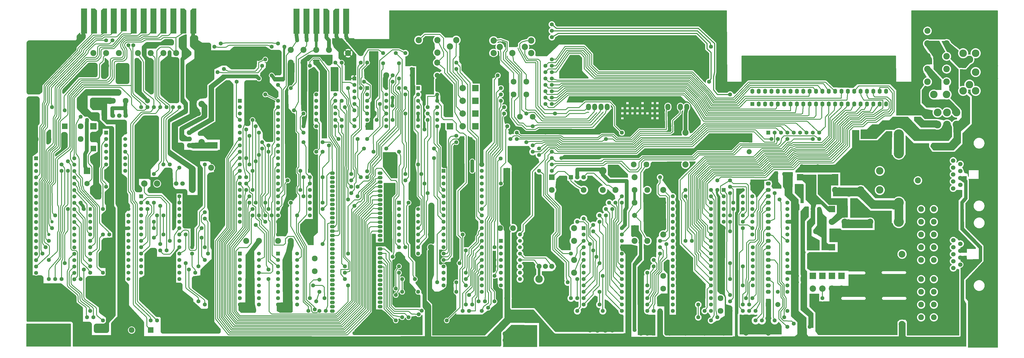
<source format=gbr>
%TF.GenerationSoftware,KiCad,Pcbnew,6.99.0-unknown-a89102fdfc~160~ubuntu20.04.1*%
%TF.CreationDate,2023-02-22T01:11:48+01:00*%
%TF.ProjectId,C64-250469-KiCad,4336342d-3235-4303-9436-392d4b694361,1.0*%
%TF.SameCoordinates,Original*%
%TF.FileFunction,Copper,L2,Bot*%
%TF.FilePolarity,Positive*%
%FSLAX46Y46*%
G04 Gerber Fmt 4.6, Leading zero omitted, Abs format (unit mm)*
G04 Created by KiCad (PCBNEW 6.99.0-unknown-a89102fdfc~160~ubuntu20.04.1) date 2023-02-22 01:11:48*
%MOMM*%
%LPD*%
G01*
G04 APERTURE LIST*
G04 Aperture macros list*
%AMOutline5P*
0 Free polygon, 5 corners , with rotation*
0 The origin of the aperture is its center*
0 number of corners: always 5*
0 $1 to $10 corner X, Y*
0 $11 Rotation angle, in degrees counterclockwise*
0 create outline with 5 corners*
4,1,5,$1,$2,$3,$4,$5,$6,$7,$8,$9,$10,$1,$2,$11*%
%AMOutline6P*
0 Free polygon, 6 corners , with rotation*
0 The origin of the aperture is its center*
0 number of corners: always 6*
0 $1 to $12 corner X, Y*
0 $13 Rotation angle, in degrees counterclockwise*
0 create outline with 6 corners*
4,1,6,$1,$2,$3,$4,$5,$6,$7,$8,$9,$10,$11,$12,$1,$2,$13*%
%AMOutline7P*
0 Free polygon, 7 corners , with rotation*
0 The origin of the aperture is its center*
0 number of corners: always 7*
0 $1 to $14 corner X, Y*
0 $15 Rotation angle, in degrees counterclockwise*
0 create outline with 7 corners*
4,1,7,$1,$2,$3,$4,$5,$6,$7,$8,$9,$10,$11,$12,$13,$14,$1,$2,$15*%
%AMOutline8P*
0 Free polygon, 8 corners , with rotation*
0 The origin of the aperture is its center*
0 number of corners: always 8*
0 $1 to $16 corner X, Y*
0 $17 Rotation angle, in degrees counterclockwise*
0 create outline with 8 corners*
4,1,8,$1,$2,$3,$4,$5,$6,$7,$8,$9,$10,$11,$12,$13,$14,$15,$16,$1,$2,$17*%
G04 Aperture macros list end*
%TA.AperFunction,ComponentPad*%
%ADD10Outline8P,-0.939800X0.259080X-0.551180X0.647700X0.551180X0.647700X0.939800X0.259080X0.939800X-0.259080X0.551180X-0.647700X-0.551180X-0.647700X-0.939800X-0.259080X0.000000*%
%TD*%
%TA.AperFunction,ComponentPad*%
%ADD11C,1.905000*%
%TD*%
%TA.AperFunction,ComponentPad*%
%ADD12O,2.000000X1.905000*%
%TD*%
%TA.AperFunction,ComponentPad*%
%ADD13C,1.600000*%
%TD*%
%TA.AperFunction,ComponentPad*%
%ADD14R,1.600000X1.600000*%
%TD*%
%TA.AperFunction,ComponentPad*%
%ADD15C,1.800000*%
%TD*%
%TA.AperFunction,ComponentPad*%
%ADD16C,3.100000*%
%TD*%
%TA.AperFunction,ComponentPad*%
%ADD17C,4.000000*%
%TD*%
%TA.AperFunction,ComponentPad*%
%ADD18C,3.000000*%
%TD*%
%TA.AperFunction,ComponentPad*%
%ADD19O,2.000000X2.600000*%
%TD*%
%TA.AperFunction,ComponentPad*%
%ADD20R,2.000000X4.700000*%
%TD*%
%TA.AperFunction,ComponentPad*%
%ADD21R,4.700000X2.000000*%
%TD*%
%TA.AperFunction,ComponentPad*%
%ADD22C,2.500000*%
%TD*%
%TA.AperFunction,SMDPad,CuDef*%
%ADD23R,2.410000X10.000000*%
%TD*%
%TA.AperFunction,SMDPad,CuDef*%
%ADD24Outline5P,-1.205000X4.156500X-0.361500X5.000000X1.205000X5.000000X1.205000X-5.000000X-1.205000X-5.000000X0.000000*%
%TD*%
%TA.AperFunction,SMDPad,CuDef*%
%ADD25Outline5P,-1.205000X5.000000X0.361500X5.000000X1.205000X4.156500X1.205000X-5.000000X-1.205000X-5.000000X0.000000*%
%TD*%
%TA.AperFunction,SMDPad,CuDef*%
%ADD26R,2.410000X9.000000*%
%TD*%
%TA.AperFunction,ComponentPad*%
%ADD27C,2.300000*%
%TD*%
%TA.AperFunction,ComponentPad*%
%ADD28C,1.524000*%
%TD*%
%TA.AperFunction,ComponentPad*%
%ADD29O,2.000000X2.400000*%
%TD*%
%TA.AperFunction,ComponentPad*%
%ADD30O,1.600000X2.000000*%
%TD*%
%TA.AperFunction,ComponentPad*%
%ADD31C,2.600000*%
%TD*%
%TA.AperFunction,ComponentPad*%
%ADD32C,2.400000*%
%TD*%
%TA.AperFunction,ComponentPad*%
%ADD33R,1.200000X1.400000*%
%TD*%
%TA.AperFunction,ComponentPad*%
%ADD34R,2.540000X2.540000*%
%TD*%
%TA.AperFunction,ComponentPad*%
%ADD35C,2.540000*%
%TD*%
%TA.AperFunction,ComponentPad*%
%ADD36C,6.000000*%
%TD*%
%TA.AperFunction,ComponentPad*%
%ADD37R,2.300000X2.300000*%
%TD*%
%TA.AperFunction,ComponentPad*%
%ADD38C,2.286000*%
%TD*%
%TA.AperFunction,ComponentPad*%
%ADD39O,1.778000X2.286000*%
%TD*%
%TA.AperFunction,ComponentPad*%
%ADD40R,1.800000X1.800000*%
%TD*%
%TA.AperFunction,ComponentPad*%
%ADD41R,2.500000X2.500000*%
%TD*%
%TA.AperFunction,ComponentPad*%
%ADD42C,3.500000*%
%TD*%
%TA.AperFunction,ComponentPad*%
%ADD43C,2.700000*%
%TD*%
%TA.AperFunction,ComponentPad*%
%ADD44C,2.100000*%
%TD*%
%TA.AperFunction,ComponentPad*%
%ADD45C,2.000000*%
%TD*%
%TA.AperFunction,ComponentPad*%
%ADD46C,2.971800*%
%TD*%
%TA.AperFunction,ComponentPad*%
%ADD47R,2.000000X1.600000*%
%TD*%
%TA.AperFunction,ComponentPad*%
%ADD48O,2.000000X1.600000*%
%TD*%
%TA.AperFunction,ViaPad*%
%ADD49C,1.600000*%
%TD*%
%TA.AperFunction,ViaPad*%
%ADD50C,2.000000*%
%TD*%
%TA.AperFunction,ViaPad*%
%ADD51C,2.400000*%
%TD*%
%TA.AperFunction,ViaPad*%
%ADD52C,3.000000*%
%TD*%
%TA.AperFunction,ViaPad*%
%ADD53C,1.300000*%
%TD*%
%TA.AperFunction,ViaPad*%
%ADD54C,2.300000*%
%TD*%
%TA.AperFunction,ViaPad*%
%ADD55C,1.500000*%
%TD*%
%TA.AperFunction,Conductor*%
%ADD56C,0.300000*%
%TD*%
%TA.AperFunction,Conductor*%
%ADD57C,0.400000*%
%TD*%
%TA.AperFunction,Conductor*%
%ADD58C,3.500000*%
%TD*%
%TA.AperFunction,Conductor*%
%ADD59C,1.500000*%
%TD*%
%TA.AperFunction,Conductor*%
%ADD60C,1.300000*%
%TD*%
%TA.AperFunction,Conductor*%
%ADD61C,2.000000*%
%TD*%
%TA.AperFunction,Conductor*%
%ADD62C,1.000000*%
%TD*%
%TA.AperFunction,Conductor*%
%ADD63C,0.381000*%
%TD*%
%TA.AperFunction,Conductor*%
%ADD64C,4.000000*%
%TD*%
G04 APERTURE END LIST*
D10*
%TO.P,U8,1,A13*%
%TO.N,/A13*%
X138490188Y-143160916D03*
%TO.P,U8,2,A14*%
%TO.N,/A14*%
X138490188Y-144936376D03*
%TO.P,U8,3,A15*%
%TO.N,/A15*%
X138490188Y-146711836D03*
%TO.P,U8,4,R/~{W}*%
%TO.N,/R{slash}~{W}*%
X138490188Y-148487296D03*
%TO.P,U8,5,~{LORAM}*%
%TO.N,/~{LORAM}*%
X138490188Y-150262756D03*
%TO.P,U8,6,~{HIRAM}*%
%TO.N,/~{HIRAM}*%
X138490188Y-152038216D03*
%TO.P,U8,7,~{CHAREN}*%
%TO.N,/~{CHAREN}*%
X138490188Y-153813676D03*
%TO.P,U8,8,NMI*%
%TO.N,Net-(U8-NMI)*%
X138490188Y-155589136D03*
%TO.P,U8,9,RESTORE*%
%TO.N,Net-(U8-RESTORE)*%
X138490188Y-157364596D03*
%TO.P,U8,10,~{VA14}*%
%TO.N,/~{VA14}*%
X138490188Y-159140056D03*
%TO.P,U8,11,~{VA15}*%
%TO.N,/~{VA15}*%
X138490188Y-160915516D03*
%TO.P,U8,12,~{CIA2}*%
%TO.N,/~{CIA2}*%
X138490188Y-162690976D03*
%TO.P,U8,13,~{CHARROM}*%
%TO.N,Net-(U5-~{CS1})*%
X138490188Y-164466436D03*
%TO.P,U8,14,~{BASIC}*%
%TO.N,Net-(U8-~{BASIC})*%
X138490188Y-166241896D03*
%TO.P,U8,15,~{KERNAL}*%
%TO.N,Net-(U8-~{KERNAL})*%
X138490188Y-168017356D03*
%TO.P,U8,16,VSS*%
%TO.N,GND*%
X138490188Y-169792816D03*
%TO.P,U8,17,~{COLRAM}*%
%TO.N,Net-(U19-~{CS})*%
X138490188Y-171568276D03*
%TO.P,U8,18,~{CAS0}*%
%TO.N,unconnected-(U8-~{CAS0})*%
X138490188Y-173343736D03*
%TO.P,U8,19,~{CAS1}*%
%TO.N,unconnected-(U8-~{CAS1})*%
X138490188Y-175119196D03*
%TO.P,U8,20,~{CAS2}*%
%TO.N,unconnected-(U8-~{CAS2})*%
X138490188Y-176894656D03*
%TO.P,U8,21,~{CAS3}*%
%TO.N,unconnected-(U8-~{CAS3})*%
X138490188Y-178670116D03*
%TO.P,U8,22,~{CASRAM}*%
%TO.N,Net-(U8-~{CASRAM})*%
X138490188Y-180445576D03*
%TO.P,U8,23,RAM_R/~{W}*%
%TO.N,/RAM_R{slash}~{W}*%
X138490188Y-182221036D03*
%TO.P,U8,24,MA6*%
%TO.N,/MA6*%
X138490188Y-183998244D03*
%TO.P,U8,25,MA3*%
%TO.N,/MA3*%
X138490188Y-185773780D03*
%TO.P,U8,26,MA0*%
%TO.N,/MA0*%
X138490188Y-187549316D03*
%TO.P,U8,27,MA2*%
%TO.N,/MA2*%
X138490188Y-189324852D03*
%TO.P,U8,28,MA4*%
%TO.N,/MA4*%
X138490188Y-191100388D03*
%TO.P,U8,29,MA1*%
%TO.N,/MA1*%
X138490188Y-192875924D03*
%TO.P,U8,30,MA5*%
%TO.N,/MA5*%
X138490188Y-194651460D03*
%TO.P,U8,31,MA7*%
%TO.N,/MA7*%
X138490188Y-196426996D03*
%TO.P,U8,32*%
%TO.N,unconnected-(U8-Pad32)*%
X138490188Y-198202532D03*
%TO.P,U8,33,VSS*%
%TO.N,GND*%
X157540188Y-198202532D03*
%TO.P,U8,34,~{CIA1}*%
%TO.N,~{CIA1}*%
X157540188Y-196424716D03*
%TO.P,U8,35,~{CAS}*%
%TO.N,/~{CAS}*%
X157540188Y-194649256D03*
%TO.P,U8,36,~{RAS}*%
%TO.N,/~{RAS}*%
X157540188Y-192873796D03*
%TO.P,U8,37,PHI0*%
%TO.N,/PHI0*%
X157540188Y-191098336D03*
%TO.P,U8,38,AEC*%
%TO.N,/AEC*%
X157540188Y-189322876D03*
%TO.P,U8,39,BA*%
%TO.N,/BA*%
X157540188Y-187547416D03*
%TO.P,U8,40,~{VIC}*%
%TO.N,Net-(U7-~{CS})*%
X157540188Y-185771956D03*
%TO.P,U8,41,VA6*%
%TO.N,/VA6*%
X157540188Y-183996496D03*
%TO.P,U8,42,VA7*%
%TO.N,/VA7*%
X157540188Y-182221036D03*
%TO.P,U8,43,~{SID}*%
%TO.N,/~{SID}*%
X157540188Y-180445576D03*
%TO.P,U8,44,~{ROML}*%
%TO.N,/~{ROML}*%
X157540188Y-178670116D03*
%TO.P,U8,45,~{I/O2}*%
%TO.N,/~{IO2}*%
X157540188Y-176894656D03*
%TO.P,U8,46,~{EXROM}*%
%TO.N,/~{EXROM}*%
X157540188Y-175119196D03*
%TO.P,U8,47,~{GAME}*%
%TO.N,/~{GAME}*%
X157540188Y-173343736D03*
%TO.P,U8,48,VSS*%
%TO.N,GND*%
X157540188Y-171568276D03*
%TO.P,U8,49,~{I/O1}*%
%TO.N,/~{IO1}*%
X157540188Y-169792816D03*
%TO.P,U8,50,~{ROMH}*%
%TO.N,/~{ROMH}*%
X157540188Y-168017356D03*
%TO.P,U8,51,A0*%
%TO.N,/A0*%
X157540188Y-166241896D03*
%TO.P,U8,52,A1*%
%TO.N,/A1*%
X157540188Y-164466436D03*
%TO.P,U8,53,A2*%
%TO.N,/A2*%
X157540188Y-162690976D03*
%TO.P,U8,54,A3*%
%TO.N,/A3*%
X157540188Y-160915516D03*
%TO.P,U8,55,A4*%
%TO.N,/A4*%
X157540188Y-159140056D03*
%TO.P,U8,56,A5*%
%TO.N,/A5*%
X157540188Y-157364596D03*
%TO.P,U8,57,A6*%
%TO.N,/A6*%
X157540188Y-155589136D03*
%TO.P,U8,58,A7*%
%TO.N,/A7*%
X157540188Y-153813676D03*
%TO.P,U8,59,A8*%
%TO.N,/A8*%
X157540188Y-152038216D03*
%TO.P,U8,60,A9*%
%TO.N,/A9*%
X157540188Y-150262756D03*
%TO.P,U8,61,A10*%
%TO.N,/A10*%
X157540188Y-148487296D03*
%TO.P,U8,62,A11*%
%TO.N,/A11*%
X157540188Y-146711836D03*
%TO.P,U8,63,A12*%
%TO.N,/A12*%
X157540188Y-144936376D03*
%TO.P,U8,64,VDD*%
%TO.N,+5V*%
X157540188Y-143160916D03*
%TD*%
D11*
%TO.P,Q1,B,B*%
%TO.N,Net-(CR1-KATODE)*%
X81430000Y-132080000D03*
D12*
%TO.P,Q1,C,C*%
%TO.N,+9V_UNREG*%
X81429999Y-129539999D03*
%TO.P,Q1,E,E*%
%TO.N,/CASS_MOTOR*%
X81429999Y-126999999D03*
%TD*%
D13*
%TO.P,U7,40,GND*%
%TO.N,+5V*%
X198120000Y-142240000D03*
%TO.P,U7,39,D7*%
%TO.N,/D7*%
X198120000Y-144780000D03*
%TO.P,U7,38,D8*%
%TO.N,/D8*%
X198120000Y-147320000D03*
%TO.P,U7,37,D9*%
%TO.N,/D9*%
X198120000Y-149860000D03*
%TO.P,U7,36,D10*%
%TO.N,/D10*%
X198120000Y-152400000D03*
%TO.P,U7,35,D11*%
%TO.N,/D11*%
X198120000Y-154940000D03*
%TO.P,U7,34,A10*%
%TO.N,/A10*%
X198120000Y-157480000D03*
%TO.P,U7,33,A9*%
%TO.N,/A9*%
X198120000Y-160020000D03*
%TO.P,U7,32,A8*%
%TO.N,/A8*%
X198120000Y-162560000D03*
%TO.P,U7,31,A7*%
%TO.N,/VA7*%
X198120000Y-165100000D03*
%TO.P,U7,30,A6*%
%TO.N,/VA6*%
X198120000Y-167640000D03*
%TO.P,U7,29,A5/A13*%
%TO.N,/MA5*%
X198120000Y-170180000D03*
%TO.P,U7,28,A4/A12*%
%TO.N,/MA4*%
X198120000Y-172720000D03*
%TO.P,U7,27,A3/A11*%
%TO.N,/MA3*%
X198120000Y-175260000D03*
%TO.P,U7,26,A2/A10*%
%TO.N,/MA2*%
X198120000Y-177800000D03*
%TO.P,U7,25,A1/A9*%
%TO.N,/MA1*%
X198120000Y-180340000D03*
%TO.P,U7,24,A0/A8*%
%TO.N,/MA0*%
X198120000Y-182880000D03*
%TO.P,U7,23,A11*%
%TO.N,/A11*%
X198120000Y-185420000D03*
%TO.P,U7,22,PHI_IN*%
%TO.N,/DOT_CLOCK*%
X198120000Y-187960000D03*
%TO.P,U7,21,PHI_COLOR*%
%TO.N,/COLOR_CLOCK*%
X198120000Y-190500000D03*
%TO.P,U7,20,GND*%
%TO.N,GND*%
X182880000Y-190500000D03*
%TO.P,U7,19,~{CAS}*%
%TO.N,/~{CAS}*%
X182880000Y-187960000D03*
%TO.P,U7,18,~{RAS}*%
%TO.N,/~{RAS}*%
X182880000Y-185420000D03*
%TO.P,U7,17,PHI0_OUT*%
%TO.N,/PHI0*%
X182880000Y-182880000D03*
%TO.P,U7,16,AEC*%
%TO.N,/AEC*%
X182880000Y-180340000D03*
%TO.P,U7,15,SYNC+LUM*%
%TO.N,Net-(M1-SYNC+LUM)_1*%
X182880000Y-177800000D03*
%TO.P,U7,14,COLOR*%
%TO.N,Net-(M1-COLOR)_1*%
X182880000Y-175260000D03*
%TO.P,U7,13,VDD*%
%TO.N,+5V*%
X182880000Y-172720000D03*
%TO.P,U7,12,BA*%
%TO.N,/BA*%
X182880000Y-170180000D03*
%TO.P,U7,11,R/~{W}*%
%TO.N,/R{slash}~{W}*%
X182880000Y-167640000D03*
%TO.P,U7,10,~{CS}*%
%TO.N,Net-(U7-~{CS})*%
X182880000Y-165100000D03*
%TO.P,U7,9,LP*%
%TO.N,BTNA{slash}~{LP}*%
X182880000Y-162560000D03*
%TO.P,U7,8,~{IRQ}*%
%TO.N,~{IRQ}*%
X182880000Y-160020000D03*
%TO.P,U7,7,D0*%
%TO.N,/D0*%
X182880000Y-157480000D03*
%TO.P,U7,6,D1*%
%TO.N,/D1*%
X182880000Y-154940000D03*
%TO.P,U7,5,D2*%
%TO.N,/D2*%
X182880000Y-152400000D03*
%TO.P,U7,4,D3*%
%TO.N,/D3*%
X182880000Y-149860000D03*
%TO.P,U7,3,D4*%
%TO.N,/D4*%
X182880000Y-147320000D03*
%TO.P,U7,2,D5*%
%TO.N,/D5*%
X182880000Y-144780000D03*
D14*
%TO.P,U7,1,D6*%
%TO.N,/D6*%
X182879999Y-142239999D03*
%TD*%
D15*
%TO.P,CN9,1*%
%TO.N,Net-(CN9-Pad1)*%
X386207000Y-181006000D03*
%TO.P,CN9,2*%
%TO.N,Net-(CN9-Pad2)*%
X386207000Y-178236000D03*
%TO.P,CN9,3*%
%TO.N,Net-(CN9-Pad3)*%
X386207000Y-175466000D03*
%TO.P,CN9,4*%
%TO.N,Net-(CN9-Pad4)*%
X386207000Y-172696000D03*
%TO.P,CN9,5*%
%TO.N,POT_AY*%
X386207000Y-169926000D03*
%TO.P,CN9,6*%
%TO.N,/ROW4*%
X389047000Y-179621000D03*
%TO.P,CN9,7*%
%TO.N,+5V*%
X389047000Y-176851000D03*
%TO.P,CN9,8*%
%TO.N,GND*%
X389047000Y-174081000D03*
%TO.P,CN9,9*%
%TO.N,POT_AX*%
X389047000Y-171311000D03*
%TD*%
%TO.P,CN8,9*%
%TO.N,POT_BX*%
X389001000Y-139518000D03*
%TO.P,CN8,8*%
%TO.N,GND*%
X389001000Y-142288000D03*
%TO.P,CN8,7*%
%TO.N,+5V*%
X389001000Y-145058000D03*
%TO.P,CN8,6*%
%TO.N,Net-(CN8-Pad6)*%
X389001000Y-147828000D03*
%TO.P,CN8,5*%
%TO.N,POT_BY*%
X386161000Y-138133000D03*
%TO.P,CN8,4*%
%TO.N,Net-(CN8-Pad4)*%
X386161000Y-140903000D03*
%TO.P,CN8,3*%
%TO.N,Net-(CN8-Pad3)*%
X386161000Y-143673000D03*
%TO.P,CN8,2*%
%TO.N,Net-(CN8-Pad2)*%
X386161000Y-146443000D03*
%TO.P,CN8,1*%
%TO.N,Net-(CN8-Pad1)*%
X386161000Y-149213000D03*
%TD*%
D16*
%TO.P,SW1,1*%
%TO.N,9V_AC1*%
X383704000Y-118918800D03*
%TO.P,SW1,2*%
%TO.N,Net-(L1-Pad5)*%
X387514000Y-118918800D03*
%TO.P,SW1,3*%
%TO.N,unconnected-(SW1-Pad3)*%
X379984000Y-118918800D03*
%TO.P,SW1,4*%
%TO.N,+5V*%
X383704000Y-123748800D03*
%TO.P,SW1,5*%
%TO.N,Net-(L1-Pad1)*%
X387514000Y-123748800D03*
%TO.P,SW1,6*%
%TO.N,Net-(R19-Pad1)*%
X379894000Y-123748800D03*
D17*
%TO.P,SW1,pe,SHIELD*%
%TO.N,GND*%
X400304000Y-123748800D03*
X400304000Y-118918800D03*
%TD*%
D18*
%TO.P,CN7,1*%
%TO.N,/GND'*%
X395130000Y-95290000D03*
%TO.P,CN7,2*%
X395130000Y-102790000D03*
%TO.P,CN7,3*%
X395130000Y-110290000D03*
%TO.P,CN7,4*%
%TO.N,/+5V'*%
X392630000Y-97790000D03*
%TO.P,CN7,5*%
X392630000Y-107790000D03*
%TO.P,CN7,6*%
%TO.N,/9VAC2'*%
X390130000Y-95290000D03*
%TO.P,CN7,7*%
%TO.N,/9VAC1'*%
X390130000Y-110290000D03*
%TO.P,CN7,pe,shield*%
%TO.N,GND*%
X402590000Y-100330000D03*
X402590000Y-105410000D03*
%TD*%
D14*
%TO.P,RP4,1*%
%TO.N,+5V*%
X312419999Y-126999999D03*
D13*
%TO.P,RP4,2*%
%TO.N,~{IRQ}*%
X314960000Y-127000000D03*
%TO.P,RP4,3*%
%TO.N,/A15*%
X317500000Y-127000000D03*
%TO.P,RP4,4*%
%TO.N,/A14*%
X320040000Y-127000000D03*
%TO.P,RP4,5*%
%TO.N,/A13*%
X322580000Y-127000000D03*
%TO.P,RP4,6*%
%TO.N,/~{GAME}*%
X325120000Y-127000000D03*
%TO.P,RP4,7*%
%TO.N,/A12*%
X327660000Y-127000000D03*
%TO.P,RP4,8*%
%TO.N,/~{EXROM}*%
X330200000Y-127000000D03*
%TO.P,RP4,9*%
%TO.N,/~{DMA}*%
X332740000Y-127000000D03*
%TD*%
D19*
%TO.P,M1,1,VCC*%
%TO.N,Net-(M1-VCC)*%
X279868168Y-116715632D03*
%TO.P,M1,2,SYNC+LUM*%
%TO.N,Net-(M1-SYNC+LUM)_1*%
X277368168Y-116715632D03*
%TO.P,M1,3,AGND*%
%TO.N,GND*%
X274868168Y-116715632D03*
%TO.P,M1,4,COLOR*%
%TO.N,Net-(M1-COLOR)_1*%
X272368168Y-116715632D03*
%TO.P,M1,5,COMP*%
%TO.N,Net-(M1-COMP)*%
X248166168Y-116715632D03*
%TO.P,M1,6,SYNC+LUM*%
%TO.N,Net-(M1-SYNC+LUM)*%
X245666168Y-116715632D03*
%TO.P,M1,7,COLOR*%
%TO.N,Net-(M1-COLOR)*%
X243166168Y-116715632D03*
%TO.P,M1,8,AUDIO*%
%TO.N,/AUDIO_OUT*%
X240666168Y-116715632D03*
D20*
%TO.P,M1,CASE,CASE*%
%TO.N,GND*%
X234076168Y-100803632D03*
D21*
X260184168Y-80174632D03*
X260264168Y-121359632D03*
D20*
X286110168Y-100457632D03*
%TD*%
D22*
%TO.P,CN5,1,LUM*%
%TO.N,/LUM*%
X202805000Y-90250000D03*
%TO.P,CN5,2,GND*%
%TO.N,GND*%
X205305000Y-80250000D03*
D18*
X210305000Y-82630000D03*
D22*
X210305000Y-90250000D03*
X215305000Y-80250000D03*
%TO.P,CN5,3,AUDIO_OUT*%
%TO.N,/AUDIO_OUT*%
X217805000Y-90250000D03*
%TO.P,CN5,4,COMP*%
%TO.N,/COMP*%
X205305000Y-92750000D03*
%TO.P,CN5,5,AUDIO_IN*%
%TO.N,/AUDIO_IN*%
X215305000Y-92790000D03*
%TO.P,CN5,6,COLOR*%
%TO.N,/COLOR*%
X210305000Y-95250000D03*
%TO.P,CN5,7*%
%TO.N,N/C*%
X202805000Y-95250000D03*
%TO.P,CN5,8,VCC*%
%TO.N,+5V*%
X217805000Y-95250000D03*
%TD*%
%TO.P,CN4,1*%
%TO.N,/CASS_RD*%
X172920000Y-90010000D03*
%TO.P,CN4,2*%
%TO.N,GND*%
X175420000Y-80010000D03*
X175420000Y-92510000D03*
D18*
X180420000Y-82390000D03*
D22*
X185420000Y-80010000D03*
%TO.P,CN4,3*%
%TO.N,/ATN*%
X180420000Y-90010000D03*
%TO.P,CN4,4*%
%TO.N,/CLK*%
X185420000Y-92550000D03*
%TO.P,CN4,5*%
%TO.N,/DATA*%
X187920000Y-90010000D03*
%TO.P,CN4,6*%
%TO.N,/~{EXTRES}*%
X180420000Y-95010000D03*
%TD*%
D23*
%TO.P,CN3,A*%
%TO.N,GND*%
X144017999Y-82549999D03*
D24*
%TO.P,CN3,B*%
%TO.N,+5V*%
X140057999Y-82549999D03*
D25*
%TO.P,CN3,C*%
%TO.N,/CASS_MOTOR*%
X136097999Y-82549999D03*
D23*
%TO.P,CN3,D*%
%TO.N,/CASS_RD*%
X132137999Y-82549999D03*
%TO.P,CN3,E*%
%TO.N,/CASS_WRT_P3*%
X128177999Y-82549999D03*
%TO.P,CN3,F*%
%TO.N,/CASS_SENS_P4*%
X124217999Y-82549999D03*
%TD*%
D24*
%TO.P,CN2,A*%
%TO.N,GND*%
X82994153Y-82462492D03*
D25*
%TO.P,CN2,B*%
%TO.N,/~{FLAG2}*%
X79034153Y-82462492D03*
D23*
%TO.P,CN2,C*%
%TO.N,/PB0*%
X75074153Y-82462492D03*
%TO.P,CN2,D*%
%TO.N,/PB1*%
X71114153Y-82462492D03*
%TO.P,CN2,E*%
%TO.N,/PB2*%
X67154153Y-82462492D03*
%TO.P,CN2,F*%
%TO.N,/PB3*%
X63194153Y-82462492D03*
%TO.P,CN2,H*%
%TO.N,/PB4*%
X59234153Y-82462492D03*
D26*
%TO.P,CN2,J*%
%TO.N,/PB5*%
X55274153Y-81962492D03*
D23*
%TO.P,CN2,K*%
%TO.N,/PB6*%
X51314153Y-82462492D03*
D24*
%TO.P,CN2,L*%
%TO.N,/PB7*%
X47354153Y-82462492D03*
D25*
%TO.P,CN2,M*%
%TO.N,/PA2*%
X43394153Y-82462492D03*
D23*
%TO.P,CN2,N*%
%TO.N,GND*%
X39434153Y-82462492D03*
%TD*%
D27*
%TO.P,R17,1*%
%TO.N,Net-(C59-Pad1)*%
X58420000Y-205740000D03*
%TO.P,R17,2*%
%TO.N,+5V*%
X53340000Y-205740000D03*
%TD*%
D14*
%TO.P,U20,1*%
%TO.N,N/C*%
X205739999Y-170179999D03*
D13*
%TO.P,U20,2*%
%TO.N,GND*%
X205740000Y-172720000D03*
%TO.P,U20,3*%
%TO.N,N/C*%
X205740000Y-175260000D03*
%TO.P,U20,4*%
%TO.N,GND*%
X205740000Y-177800000D03*
%TO.P,U20,5*%
%TO.N,N/C*%
X205740000Y-180340000D03*
%TO.P,U20,6*%
%TO.N,Net-(FB1-Pad2)*%
X205740000Y-182880000D03*
%TO.P,U20,7*%
%TO.N,Net-(J3-Pad2)*%
X205740000Y-185420000D03*
%TO.P,U20,8*%
%TO.N,/COLOR_CLOCK*%
X205740000Y-187960000D03*
%TO.P,U20,9*%
%TO.N,GND*%
X213360000Y-187960000D03*
%TO.P,U20,10*%
%TO.N,N/C*%
X213360000Y-185420000D03*
%TO.P,U20,11*%
X213360000Y-182880000D03*
%TO.P,U20,12*%
%TO.N,+5V*%
X213360000Y-180340000D03*
D28*
%TO.P,U20,13*%
%TO.N,Net-(CT1-Pad1)*%
X213360000Y-177800000D03*
%TO.P,U20,14*%
%TO.N,Net-(U20-Pad14)*%
X213360000Y-175260000D03*
%TO.P,U20,15*%
%TO.N,+5V*%
X213360000Y-172720000D03*
%TO.P,U20,16*%
%TO.N,N/C*%
X213360000Y-170180000D03*
%TD*%
D29*
%TO.P,C30,1*%
%TO.N,GND*%
X25342489Y-129580652D03*
%TO.P,C30,2*%
%TO.N,+5V*%
X20262489Y-129580652D03*
%TD*%
D14*
%TO.P,U18,1,Y0*%
%TO.N,POT_BX*%
X294639999Y-149859999D03*
D13*
%TO.P,U18,2,Z0*%
%TO.N,POT_X*%
X294640000Y-152400000D03*
%TO.P,U18,3,Z1*%
%TO.N,POT_Y*%
X294640000Y-154940000D03*
%TO.P,U18,4,Y1*%
%TO.N,POT_BY*%
X294640000Y-157480000D03*
%TO.P,U18,5,E1*%
%TO.N,/COL7*%
X294640000Y-160020000D03*
%TO.P,U18,6,E2*%
%TO.N,/COL6*%
X294640000Y-162560000D03*
%TO.P,U18,7,VSS*%
%TO.N,GND*%
X294640000Y-165100000D03*
%TO.P,U18,8,Y2*%
%TO.N,POT_AX*%
X302260000Y-165100000D03*
%TO.P,U18,9,Z2*%
%TO.N,POT_X*%
X302260000Y-162560000D03*
%TO.P,U18,10,Z3*%
%TO.N,POT_Y*%
X302260000Y-160020000D03*
%TO.P,U18,11,Y3*%
%TO.N,POT_AY*%
X302260000Y-157480000D03*
%TO.P,U18,12,E3*%
%TO.N,/COL6*%
X302260000Y-154940000D03*
D28*
%TO.P,U18,13,E0*%
%TO.N,/COL7*%
X302260000Y-152400000D03*
%TO.P,U18,14,VDD*%
%TO.N,+5V*%
X302260000Y-149860000D03*
%TD*%
D27*
%TO.P,FB1,1*%
%TO.N,/DOT_CLOCK*%
X205440000Y-165100000D03*
%TO.P,FB1,2*%
%TO.N,Net-(FB1-Pad2)*%
X210520000Y-165100000D03*
%TD*%
D14*
%TO.P,RP3,1*%
%TO.N,+5V*%
X80009999Y-116839999D03*
D13*
%TO.P,RP3,2*%
%TO.N,/~{NMI}*%
X77470000Y-116840000D03*
%TO.P,RP3,3*%
%TO.N,Net-(CR5-A)*%
X74930000Y-116840000D03*
%TO.P,RP3,4*%
%TO.N,/~{FLAG2}*%
X72390000Y-116840000D03*
%TO.P,RP3,5*%
%TO.N,/CNT1*%
X69850000Y-116840000D03*
%TO.P,RP3,6*%
%TO.N,/SP1*%
X67310000Y-116840000D03*
%TO.P,RP3,7*%
%TO.N,/CNT2*%
X64770000Y-116840000D03*
%TO.P,RP3,8*%
%TO.N,/SP2*%
X62230000Y-116840000D03*
%TD*%
D14*
%TO.P,CN6,1*%
%TO.N,GND*%
X306069999Y-115569999D03*
D30*
%TO.P,CN6,2*%
%TO.N,+5V*%
X308609999Y-115569999D03*
%TO.P,CN6,3*%
X311149999Y-115569999D03*
%TO.P,CN6,4*%
%TO.N,~{IRQ}*%
X313689999Y-115569999D03*
%TO.P,CN6,5*%
%TO.N,/R{slash}~{W}*%
X316229999Y-115569999D03*
%TO.P,CN6,6*%
%TO.N,/DOT_CLOCK*%
X318769999Y-115569999D03*
%TO.P,CN6,7*%
%TO.N,/~{IO1}*%
X321309999Y-115569999D03*
%TO.P,CN6,8*%
%TO.N,/~{GAME}*%
X323849999Y-115569999D03*
%TO.P,CN6,9*%
%TO.N,/~{EXROM}*%
X326389999Y-115569999D03*
%TO.P,CN6,10*%
%TO.N,/~{IO2}*%
X328929999Y-115569999D03*
%TO.P,CN6,11*%
%TO.N,/~{ROML}*%
X331469999Y-115569999D03*
%TO.P,CN6,12*%
%TO.N,/BA*%
X334009999Y-115569999D03*
%TO.P,CN6,13*%
%TO.N,/~{DMA}*%
X336549999Y-115569999D03*
%TO.P,CN6,14*%
%TO.N,/D7*%
X339089999Y-115569999D03*
%TO.P,CN6,15*%
%TO.N,/D6*%
X341629999Y-115569999D03*
%TO.P,CN6,16*%
%TO.N,/D5*%
X344169999Y-115569999D03*
%TO.P,CN6,17*%
%TO.N,/D4*%
X346709999Y-115569999D03*
%TO.P,CN6,18*%
%TO.N,/D3*%
X349249999Y-115569999D03*
%TO.P,CN6,19*%
%TO.N,/D2*%
X351789999Y-115569999D03*
%TO.P,CN6,20*%
%TO.N,/D1*%
X354329999Y-115569999D03*
%TO.P,CN6,21*%
%TO.N,/D0*%
X356869999Y-115569999D03*
%TO.P,CN6,22*%
%TO.N,GND*%
X359409999Y-115569999D03*
%TO.P,CN6,A*%
X306069999Y-110489999D03*
%TO.P,CN6,B*%
%TO.N,/~{ROMH}*%
X308609999Y-110489999D03*
%TO.P,CN6,C*%
%TO.N,~{INTRES}*%
X311149999Y-110489999D03*
%TO.P,CN6,D*%
%TO.N,/~{NMI}*%
X313689999Y-110489999D03*
%TO.P,CN6,E*%
%TO.N,PHI2*%
X316229999Y-110489999D03*
%TO.P,CN6,F*%
%TO.N,/A15*%
X318769999Y-110489999D03*
%TO.P,CN6,H*%
%TO.N,/A14*%
X321309999Y-110489999D03*
%TO.P,CN6,J*%
%TO.N,/A13*%
X323849999Y-110489999D03*
%TO.P,CN6,K*%
%TO.N,/A12*%
X326389999Y-110489999D03*
%TO.P,CN6,L*%
%TO.N,/A11*%
X328929999Y-110489999D03*
%TO.P,CN6,M*%
%TO.N,/A10*%
X331469999Y-110489999D03*
%TO.P,CN6,N*%
%TO.N,/A9*%
X334009999Y-110489999D03*
%TO.P,CN6,P*%
%TO.N,/A8*%
X336549999Y-110489999D03*
%TO.P,CN6,R*%
%TO.N,/A7*%
X339089999Y-110489999D03*
%TO.P,CN6,S*%
%TO.N,/A6*%
X341629999Y-110489999D03*
%TO.P,CN6,T*%
%TO.N,/A5*%
X344169999Y-110489999D03*
%TO.P,CN6,U*%
%TO.N,/A4*%
X346709999Y-110489999D03*
%TO.P,CN6,V*%
%TO.N,/A3*%
X349249999Y-110489999D03*
%TO.P,CN6,W*%
%TO.N,/A2*%
X351789999Y-110489999D03*
%TO.P,CN6,X*%
%TO.N,/A1*%
X354329999Y-110489999D03*
%TO.P,CN6,Y*%
%TO.N,/A0*%
X356869999Y-110489999D03*
%TO.P,CN6,Z*%
%TO.N,GND*%
X359409999Y-110489999D03*
%TD*%
D31*
%TO.P,L1,1*%
%TO.N,Net-(L1-Pad1)*%
X375920000Y-91440000D03*
%TO.P,L1,2*%
%TO.N,/+5V'*%
X383540000Y-91440000D03*
%TO.P,L1,3*%
%TO.N,GND*%
X375920000Y-96520000D03*
%TO.P,L1,4*%
%TO.N,/GND'*%
X383540000Y-96520000D03*
%TO.P,L1,5*%
%TO.N,Net-(L1-Pad5)*%
X375920000Y-101600000D03*
%TO.P,L1,6*%
%TO.N,/9VAC2'*%
X383540000Y-101600000D03*
%TO.P,L1,7*%
%TO.N,Net-(F1-Pad1)*%
X375920000Y-106680000D03*
%TO.P,L1,8*%
%TO.N,/9VAC1'*%
X383540000Y-106680000D03*
%TD*%
D15*
%TO.P,CN10,1*%
%TO.N,Net-(CN10-Pad1)*%
X50931353Y-120176056D03*
%TO.P,CN10,2*%
%TO.N,GND*%
X53471353Y-120176056D03*
%TO.P,CN10,3*%
%TO.N,Net-(CN10-Pad1)*%
X56011353Y-120176056D03*
%TD*%
D27*
%TO.P,R101,1*%
%TO.N,Net-(U10-~{CAS})*%
X131445000Y-182245000D03*
%TO.P,R101,2*%
%TO.N,Net-(U8-~{CASRAM})*%
X131445000Y-177165000D03*
%TD*%
D14*
%TO.P,U11,1,~{OE}*%
%TO.N,GND*%
X116839999Y-175259999D03*
D13*
%TO.P,U11,2,D0*%
%TO.N,/D4*%
X116840000Y-177800000D03*
%TO.P,U11,3,D1*%
%TO.N,/D5*%
X116840000Y-180340000D03*
%TO.P,U11,4,~{WE}*%
%TO.N,/RAM_R{slash}~{W}*%
X116840000Y-182880000D03*
%TO.P,U11,5,~{RAS}*%
%TO.N,/~{RAS}*%
X116840000Y-185420000D03*
%TO.P,U11,6,MA0*%
%TO.N,/MA0*%
X116840000Y-187960000D03*
%TO.P,U11,7,MA5*%
%TO.N,/MA5*%
X116840000Y-190500000D03*
%TO.P,U11,8,MA4*%
%TO.N,/MA4*%
X116840000Y-193040000D03*
%TO.P,U11,9,VCC*%
%TO.N,+5V*%
X116840000Y-195580000D03*
%TO.P,U11,10,MA7*%
%TO.N,/MA7*%
X124460000Y-195580000D03*
%TO.P,U11,11,MA3*%
%TO.N,/MA3*%
X124460000Y-193040000D03*
%TO.P,U11,12,MA2*%
%TO.N,/MA2*%
X124460000Y-190500000D03*
D28*
%TO.P,U11,13,MA1*%
%TO.N,/MA1*%
X124460000Y-187960000D03*
%TO.P,U11,14,MA6*%
%TO.N,/MA6*%
X124460000Y-185420000D03*
%TO.P,U11,15,D2*%
%TO.N,/D6*%
X124460000Y-182880000D03*
%TO.P,U11,16,~{CAS}*%
%TO.N,Net-(U10-~{CAS})*%
X124460000Y-180340000D03*
%TO.P,U11,17,D3*%
%TO.N,/D7*%
X124460000Y-177800000D03*
%TO.P,U11,18,VSS*%
%TO.N,GND*%
X124460000Y-175260000D03*
%TD*%
D13*
%TO.P,DA2,1,A*%
%TO.N,/ROW0*%
X320040000Y-175260000D03*
%TO.P,DA2,2,A*%
%TO.N,/ROW1*%
X320040000Y-177800000D03*
%TO.P,DA2,3,A*%
%TO.N,/ROW2*%
X320040000Y-180340000D03*
%TO.P,DA2,4,KATODE*%
%TO.N,+5V*%
X320040000Y-182880000D03*
%TO.P,DA2,5,A*%
%TO.N,/ROW4*%
X320040000Y-185420000D03*
%TO.P,DA2,6,A*%
%TO.N,/ROW3*%
X320040000Y-187960000D03*
%TO.P,DA2,7*%
%TO.N,N/C*%
X320040000Y-190500000D03*
%TD*%
D32*
%TO.P,C29,1*%
%TO.N,9V_AC2*%
X43180000Y-95250000D03*
%TO.P,C29,2*%
%TO.N,GND*%
X43180000Y-100330000D03*
%TD*%
D33*
%TO.P,U5,1,A7*%
%TO.N,/A7*%
X41909999Y-157479999D03*
D13*
%TO.P,U5,2,A6*%
%TO.N,/A6*%
X41910000Y-160020000D03*
%TO.P,U5,3,A5*%
%TO.N,/A5*%
X41910000Y-162560000D03*
%TO.P,U5,4,A4*%
%TO.N,/A4*%
X41910000Y-165100000D03*
%TO.P,U5,5,A3*%
%TO.N,/A3*%
X41910000Y-167640000D03*
%TO.P,U5,6,A2*%
%TO.N,/A2*%
X41910000Y-170180000D03*
%TO.P,U5,7,A1*%
%TO.N,/A1*%
X41910000Y-172720000D03*
%TO.P,U5,8,A0*%
%TO.N,/A0*%
X41910000Y-175260000D03*
%TO.P,U5,9,D0*%
%TO.N,/D0*%
X41910000Y-177800000D03*
%TO.P,U5,10,D1*%
%TO.N,/D1*%
X41910000Y-180340000D03*
%TO.P,U5,11,D2*%
%TO.N,/D2*%
X41910000Y-182880000D03*
%TO.P,U5,12,GND*%
%TO.N,GND*%
X41910000Y-185420000D03*
D28*
%TO.P,U5,13,D3*%
%TO.N,/D3*%
X57150000Y-185420000D03*
%TO.P,U5,14,D4*%
%TO.N,/D4*%
X57150000Y-182880000D03*
D13*
%TO.P,U5,15,D5*%
%TO.N,/D5*%
X57150000Y-180340000D03*
%TO.P,U5,16,D6*%
%TO.N,/D6*%
X57150000Y-177800000D03*
%TO.P,U5,17,D7*%
%TO.N,/D7*%
X57150000Y-175260000D03*
%TO.P,U5,18,A11*%
%TO.N,/A11*%
X57150000Y-172720000D03*
%TO.P,U5,19,A10*%
%TO.N,/A10*%
X57150000Y-170180000D03*
%TO.P,U5,20,~{CS1}*%
%TO.N,Net-(U5-~{CS1})*%
X57150000Y-167640000D03*
%TO.P,U5,21,CS2*%
%TO.N,+5V*%
X57150000Y-165100000D03*
%TO.P,U5,22,A9*%
%TO.N,/A9*%
X57150000Y-162560000D03*
%TO.P,U5,23,A8*%
%TO.N,/A8*%
X57150000Y-160020000D03*
%TO.P,U5,24,VCC*%
%TO.N,+5V*%
X57150000Y-157480000D03*
%TD*%
D34*
%TO.P,CR16,1,KATODE*%
%TO.N,/CLK*%
X195579999Y-114299999D03*
D35*
%TO.P,CR16,2,A*%
%TO.N,GND*%
X200660000Y-114300000D03*
%TD*%
D36*
%TO.P,HOLE4,1*%
%TO.N,GND*%
X389763000Y-84963000D03*
%TD*%
D37*
%TO.P,C43,1*%
%TO.N,Net-(CR5-A)*%
X43179999Y-133349999D03*
D27*
%TO.P,C43,2*%
%TO.N,GND*%
X43180000Y-138430000D03*
%TD*%
D38*
%TO.P,EM1,1*%
%TO.N,Net-(CN8-Pad1)*%
X378460000Y-172720000D03*
D39*
%TO.P,EM1,2*%
%TO.N,GND*%
X375919999Y-172719999D03*
D38*
%TO.P,EM1,3*%
%TO.N,/COL0*%
X373380000Y-172720000D03*
%TD*%
%TO.P,EM9,1*%
%TO.N,Net-(CN9-Pad4)*%
X378460000Y-185420000D03*
D39*
%TO.P,EM9,2*%
%TO.N,GND*%
X375919999Y-185419999D03*
D38*
%TO.P,EM9,3*%
%TO.N,/ROW3*%
X373380000Y-185420000D03*
%TD*%
D36*
%TO.P,REF\u002A\u002A,1*%
%TO.N,GND*%
X399542000Y-208407000D03*
%TD*%
D32*
%TO.P,C61,1*%
%TO.N,GND*%
X372110000Y-151130000D03*
%TO.P,C61,2*%
%TO.N,9V_AC1*%
X372110000Y-146050000D03*
%TD*%
D35*
%TO.P,R1,1*%
%TO.N,+9V_UNREG*%
X86360000Y-115570000D03*
%TO.P,R1,2*%
%TO.N,Net-(CR1-KATODE)*%
X86360000Y-130810000D03*
%TD*%
D14*
%TO.P,RP5,1*%
%TO.N,+5V*%
X129539999Y-142239999D03*
D13*
%TO.P,RP5,2*%
%TO.N,/R{slash}~{W}*%
X129540000Y-144780000D03*
%TO.P,RP5,3*%
X129540000Y-147320000D03*
%TO.P,RP5,4*%
%TO.N,/~{LORAM}*%
X129540000Y-149860000D03*
%TO.P,RP5,5*%
%TO.N,/CASS_SENS_P4*%
X129540000Y-152400000D03*
%TO.P,RP5,6*%
%TO.N,/~{HIRAM}*%
X129540000Y-154940000D03*
%TO.P,RP5,7*%
%TO.N,/~{CHAREN}*%
X129540000Y-157480000D03*
%TO.P,RP5,8*%
%TO.N,/CASS_RD*%
X129540000Y-160020000D03*
%TD*%
D38*
%TO.P,EM6,1*%
%TO.N,Net-(CN9-Pad1)*%
X378460000Y-200660000D03*
D39*
%TO.P,EM6,2*%
%TO.N,GND*%
X375919999Y-200659999D03*
D38*
%TO.P,EM6,3*%
%TO.N,/ROW0*%
X373380000Y-200660000D03*
%TD*%
D15*
%TO.P,Q2,B,B*%
%TO.N,Net-(Q2-PadB)*%
X78740000Y-147320000D03*
%TO.P,Q2,C,C*%
%TO.N,Net-(CR1-KATODE)*%
X76200000Y-147320000D03*
D40*
%TO.P,Q2,E,E*%
%TO.N,GND*%
X73659999Y-147319999D03*
%TD*%
D14*
%TO.P,U23,1*%
%TO.N,Net-(CR6-KATODE)*%
X48259999Y-126999999D03*
D13*
%TO.P,U23,2*%
%TO.N,Net-(U1-TOD)*%
X48260000Y-129540000D03*
%TO.P,U23,3*%
%TO.N,unconnected-(U23-Pad3)*%
X48260000Y-132080000D03*
%TO.P,U23,4*%
%TO.N,unconnected-(U23-Pad4)*%
X48260000Y-134620000D03*
%TO.P,U23,5*%
%TO.N,Net-(CR5-A)*%
X48260000Y-137160000D03*
%TO.P,U23,6*%
%TO.N,Net-(U22-Pad1)*%
X48260000Y-139700000D03*
%TO.P,U23,7*%
%TO.N,GND*%
X48260000Y-142240000D03*
%TO.P,U23,8*%
%TO.N,unconnected-(U23-Pad8)*%
X55880000Y-142240000D03*
%TO.P,U23,9*%
%TO.N,unconnected-(U23-Pad9)*%
X55880000Y-139700000D03*
%TO.P,U23,10*%
%TO.N,Net-(U8-RESTORE)*%
X55880000Y-137160000D03*
%TO.P,U23,11*%
%TO.N,Net-(C59-Pad1)*%
X55880000Y-134620000D03*
%TO.P,U23,12*%
%TO.N,unconnected-(U23-Pad12)*%
X55880000Y-132080000D03*
D28*
%TO.P,U23,13*%
%TO.N,unconnected-(U23-Pad13)*%
X55880000Y-129540000D03*
%TO.P,U23,14*%
%TO.N,+5V*%
X55880000Y-127000000D03*
%TD*%
D41*
%TO.P,C65,1*%
%TO.N,Net-(CR3-A)*%
X339089999Y-144779999D03*
D22*
%TO.P,C65,2*%
%TO.N,9V_AC2*%
X339090000Y-149860000D03*
%TD*%
D14*
%TO.P,U19,1,A9*%
%TO.N,/A9*%
X165099999Y-154939999D03*
D13*
%TO.P,U19,2,A7*%
%TO.N,/A7*%
X165100000Y-157480000D03*
%TO.P,U19,3,A5*%
%TO.N,/A5*%
X165100000Y-160020000D03*
%TO.P,U19,4,A3*%
%TO.N,/A3*%
X165100000Y-162560000D03*
%TO.P,U19,5,A2*%
%TO.N,/A2*%
X165100000Y-165100000D03*
%TO.P,U19,6,A1*%
%TO.N,/A1*%
X165100000Y-167640000D03*
%TO.P,U19,7,A0*%
%TO.N,/A0*%
X165100000Y-170180000D03*
%TO.P,U19,8,~{CS}*%
%TO.N,Net-(U19-~{CS})*%
X165100000Y-172720000D03*
%TO.P,U19,9,VSS*%
%TO.N,GND*%
X165100000Y-175260000D03*
%TO.P,U19,10,~{WE}*%
%TO.N,/RAM_R{slash}~{W}*%
X172720000Y-175260000D03*
%TO.P,U19,11,D3*%
%TO.N,/D11*%
X172720000Y-172720000D03*
%TO.P,U19,12,D2*%
%TO.N,/D10*%
X172720000Y-170180000D03*
D28*
%TO.P,U19,13,D1*%
%TO.N,/D9*%
X172720000Y-167640000D03*
%TO.P,U19,14,D0*%
%TO.N,/D8*%
X172720000Y-165100000D03*
%TO.P,U19,15,A4*%
%TO.N,/A4*%
X172720000Y-162560000D03*
%TO.P,U19,16,A6*%
%TO.N,/A6*%
X172720000Y-160020000D03*
%TO.P,U19,17,A8*%
%TO.N,/A8*%
X172720000Y-157480000D03*
%TO.P,U19,18,VCC*%
%TO.N,+5V*%
X172720000Y-154940000D03*
%TD*%
D27*
%TO.P,R100,1*%
%TO.N,Net-(CR3-KATODE)*%
X331470000Y-171450000D03*
%TO.P,R100,2*%
%TO.N,Net-(CR7-KATODE)*%
X331470000Y-166370000D03*
%TD*%
D32*
%TO.P,C6,1*%
%TO.N,/~{FLAG2}*%
X76200000Y-95250000D03*
%TO.P,C6,2*%
%TO.N,GND*%
X76200000Y-100330000D03*
%TD*%
%TO.P,C90,1*%
%TO.N,~{INTRES}*%
X71120000Y-95250000D03*
%TO.P,C90,2*%
%TO.N,GND*%
X71120000Y-100330000D03*
%TD*%
D37*
%TO.P,C36,1*%
%TO.N,+5V*%
X208279999Y-152399999D03*
D27*
%TO.P,C36,2*%
%TO.N,GND*%
X213360000Y-152400000D03*
%TD*%
D35*
%TO.P,R3,1*%
%TO.N,Net-(Q2-PadB)*%
X68580000Y-147320000D03*
%TO.P,R3,2*%
%TO.N,Net-(U6-P5)*%
X63500000Y-147320000D03*
%TD*%
D15*
%TO.P,Q3,B,B*%
%TO.N,Net-(C74-Pad1)*%
X238760000Y-144780000D03*
%TO.P,Q3,C,C*%
%TO.N,+9V{slash}12V*%
X236220000Y-144780000D03*
D40*
%TO.P,Q3,E,E*%
%TO.N,Net-(C76-Pad2)*%
X233679999Y-144779999D03*
%TD*%
D32*
%TO.P,C47,1*%
%TO.N,+5V*%
X109220000Y-170180000D03*
%TO.P,C47,2*%
%TO.N,GND*%
X104140000Y-170180000D03*
%TD*%
D14*
%TO.P,U2,1,GND*%
%TO.N,GND*%
X20319999Y-137203648D03*
D13*
%TO.P,U2,2,PA0*%
%TO.N,/~{VA14}*%
X20320000Y-139743649D03*
%TO.P,U2,3,PA1*%
%TO.N,/~{VA15}*%
X20320000Y-142283649D03*
%TO.P,U2,4,PA2*%
%TO.N,/PA2*%
X20320000Y-144823649D03*
%TO.P,U2,5,PA3*%
%TO.N,/ATNOUT*%
X20320000Y-147363649D03*
%TO.P,U2,6,PA4*%
%TO.N,/CLKOUT*%
X20320000Y-149903649D03*
%TO.P,U2,7,PA5*%
%TO.N,/DATAOUT*%
X20320000Y-152443649D03*
%TO.P,U2,8,PA6*%
%TO.N,/CLK*%
X20320000Y-154983649D03*
%TO.P,U2,9,PA7*%
%TO.N,/DATA*%
X20320000Y-157523649D03*
%TO.P,U2,10,PB0*%
%TO.N,/PB0*%
X20320000Y-160063649D03*
%TO.P,U2,11,PB1*%
%TO.N,/PB1*%
X20320000Y-162603649D03*
%TO.P,U2,12,PB2*%
%TO.N,/PB2*%
X20320000Y-165143649D03*
%TO.P,U2,13,PB3*%
%TO.N,/PB3*%
X20320000Y-167683649D03*
%TO.P,U2,14,PB4*%
%TO.N,/PB4*%
X20320000Y-170223649D03*
%TO.P,U2,15,PB5*%
%TO.N,/PB5*%
X20320000Y-172763649D03*
%TO.P,U2,16,PB6*%
%TO.N,/PB6*%
X20320000Y-175303649D03*
%TO.P,U2,17,PB7*%
%TO.N,/PB7*%
X20320000Y-177843649D03*
%TO.P,U2,18,~{PC}*%
%TO.N,/~{PC2}*%
X20320000Y-180383649D03*
%TO.P,U2,19,TOD*%
%TO.N,Net-(U1-TOD)*%
X20320000Y-182923649D03*
%TO.P,U2,20,VCC*%
%TO.N,+5V*%
X20320000Y-185463649D03*
%TO.P,U2,21,~{IRQ}*%
%TO.N,/~{NMI}*%
X35560000Y-185463649D03*
%TO.P,U2,22,R/~{W}*%
%TO.N,/R{slash}~{W}*%
X35560000Y-182923649D03*
%TO.P,U2,23,~{CS}*%
%TO.N,/~{CIA2}*%
X35560000Y-180383649D03*
%TO.P,U2,24,FLAG*%
%TO.N,/~{FLAG2}*%
X35560000Y-177843649D03*
%TO.P,U2,25,PHI2*%
%TO.N,PHI2*%
X35560000Y-175303649D03*
%TO.P,U2,26,D7*%
%TO.N,/D7*%
X35560000Y-172763649D03*
%TO.P,U2,27,D6*%
%TO.N,/D6*%
X35560000Y-170223649D03*
%TO.P,U2,28,D5*%
%TO.N,/D5*%
X35560000Y-167683649D03*
%TO.P,U2,29,D4*%
%TO.N,/D4*%
X35560000Y-165143649D03*
%TO.P,U2,30,D3*%
%TO.N,/D3*%
X35560000Y-162603649D03*
%TO.P,U2,31,D2*%
%TO.N,/D2*%
X35560000Y-160063649D03*
%TO.P,U2,32,D1*%
%TO.N,/D1*%
X35560000Y-157523649D03*
%TO.P,U2,33,D0*%
%TO.N,/D0*%
X35560000Y-154983649D03*
%TO.P,U2,34,~{RES}*%
%TO.N,~{INTRES}*%
X35560000Y-152443649D03*
%TO.P,U2,35,PS3*%
%TO.N,/A3*%
X35560000Y-149903649D03*
%TO.P,U2,36,PS2*%
%TO.N,/A2*%
X35560000Y-147363649D03*
%TO.P,U2,37,PS1*%
%TO.N,/A1*%
X35560000Y-144823649D03*
%TO.P,U2,38,PS0*%
%TO.N,/A0*%
X35560000Y-142283649D03*
%TO.P,U2,39,SP*%
%TO.N,/SP2*%
X35560000Y-139743649D03*
%TO.P,U2,40,CNT*%
%TO.N,/CNT2*%
X35560000Y-137203649D03*
%TD*%
D32*
%TO.P,C1,1*%
%TO.N,+5V*%
X144780000Y-95250000D03*
%TO.P,C1,2*%
%TO.N,GND*%
X149860000Y-95250000D03*
%TD*%
D27*
%TO.P,FB2,1*%
%TO.N,Net-(M1-COMP)*%
X210820000Y-111760000D03*
%TO.P,FB2,2*%
%TO.N,/COMP*%
X210820000Y-106680000D03*
%TD*%
D42*
%TO.P,REF\u002A\u002A,1*%
%TO.N,GND*%
X293116000Y-107442000D03*
X371746000Y-107442000D03*
D20*
%TO.P,REF\u002A\u002A,CASE*%
X292861999Y-82676999D03*
X371874999Y-82801999D03*
%TD*%
D43*
%TO.P,R2,1*%
%TO.N,+5V*%
X365778345Y-203381327D03*
%TO.P,R2,2*%
%TO.N,+9V_UNREG*%
X365778345Y-175441327D03*
%TD*%
D32*
%TO.P,C86,1*%
%TO.N,GND*%
X66040000Y-100330000D03*
%TO.P,C86,2*%
%TO.N,/CNT1*%
X66040000Y-95250000D03*
%TD*%
D17*
%TO.P,F1,1*%
%TO.N,Net-(F1-Pad1)*%
X364490000Y-127635000D03*
X364490000Y-135255000D03*
%TO.P,F1,2*%
%TO.N,9V_AC2*%
X364490000Y-154940000D03*
X364490000Y-162560000D03*
%TD*%
D38*
%TO.P,EM8,1*%
%TO.N,Net-(CN9-Pad3)*%
X378460000Y-190500000D03*
D39*
%TO.P,EM8,2*%
%TO.N,GND*%
X375919999Y-190499999D03*
D38*
%TO.P,EM8,3*%
%TO.N,/ROW2*%
X373380000Y-190500000D03*
%TD*%
D14*
%TO.P,U3,1*%
%TO.N,+5V*%
X132079999Y-109219999D03*
D13*
%TO.P,U3,2*%
%TO.N,unconnected-(U3-Pad2)*%
X132080000Y-111760000D03*
%TO.P,U3,3*%
%TO.N,unconnected-(U3-Pad3)*%
X132080000Y-114300000D03*
%TO.P,U3,4*%
%TO.N,/AEC*%
X132080000Y-116840000D03*
%TO.P,U3,5*%
%TO.N,/~{DMA}*%
X132080000Y-119380000D03*
%TO.P,U3,6*%
%TO.N,/AEC&~{DMA}*%
X132080000Y-121920000D03*
%TO.P,U3,7,VSS*%
%TO.N,GND*%
X132080000Y-124460000D03*
%TO.P,U3,8*%
%TO.N,/RDY*%
X139700000Y-124460000D03*
%TO.P,U3,9*%
%TO.N,/BA*%
X139700000Y-121920000D03*
%TO.P,U3,10*%
%TO.N,/~{DMA}*%
X139700000Y-119380000D03*
%TO.P,U3,11*%
%TO.N,Net-(U4-~{CS})*%
X139700000Y-116840000D03*
%TO.P,U3,12*%
%TO.N,Net-(U8-~{KERNAL})*%
X139700000Y-114300000D03*
D28*
%TO.P,U3,13*%
%TO.N,Net-(U8-~{BASIC})*%
X139700000Y-111760000D03*
%TO.P,U3,14,VDD*%
%TO.N,+5V*%
X139700000Y-109220000D03*
%TD*%
D18*
%TO.P,CT1,1*%
%TO.N,Net-(CT1-Pad1)*%
X220980000Y-185420000D03*
%TO.P,CT1,2*%
%TO.N,GND*%
X226060000Y-185420000D03*
%TD*%
D34*
%TO.P,CR5,1,KATODE*%
%TO.N,+5V*%
X40639999Y-142239999D03*
D44*
%TO.P,CR5,2,A*%
%TO.N,Net-(CR5-A)*%
X40640000Y-147320000D03*
%TD*%
D13*
%TO.P,DA3,1,A*%
%TO.N,/COL1*%
X320040000Y-154940000D03*
%TO.P,DA3,2,A*%
%TO.N,/COL2*%
X320040000Y-157480000D03*
%TO.P,DA3,3,A*%
%TO.N,/COL3*%
X320040000Y-160020000D03*
%TO.P,DA3,4,KATODE*%
%TO.N,+5V*%
X320040000Y-162560000D03*
%TO.P,DA3,5,A*%
%TO.N,/COL4*%
X320040000Y-165100000D03*
%TO.P,DA3,6,A*%
%TO.N,/COL0*%
X320040000Y-167640000D03*
%TO.P,DA3,7,A*%
%TO.N,POT_AY*%
X320040000Y-170180000D03*
%TD*%
D27*
%TO.P,R14,1*%
%TO.N,/AUDIO_IN*%
X263765000Y-139700000D03*
%TO.P,R14,2*%
%TO.N,GND*%
X258685000Y-139700000D03*
%TD*%
D32*
%TO.P,C87,1*%
%TO.N,GND*%
X60960000Y-100330000D03*
%TO.P,C87,2*%
%TO.N,/SP1*%
X60960000Y-95250000D03*
%TD*%
D34*
%TO.P,CR20,1,KATODE*%
%TO.N,+5V*%
X334009999Y-184149999D03*
D35*
%TO.P,CR20,2,A*%
%TO.N,POT_BY*%
X334010000Y-189230000D03*
%TD*%
D14*
%TO.P,U4,1,VCC*%
%TO.N,+5V*%
X62229999Y-152399999D03*
D13*
%TO.P,U4,2,A12*%
%TO.N,/A12*%
X62230000Y-154940000D03*
%TO.P,U4,3,A7*%
%TO.N,/A7*%
X62230000Y-157480000D03*
%TO.P,U4,4,A6*%
%TO.N,/A6*%
X62230000Y-160020000D03*
%TO.P,U4,5,A5*%
%TO.N,/A5*%
X62230000Y-162560000D03*
%TO.P,U4,6,A4*%
%TO.N,/A4*%
X62230000Y-165100000D03*
%TO.P,U4,7,A3*%
%TO.N,/A3*%
X62230000Y-167640000D03*
%TO.P,U4,8,A2*%
%TO.N,/A2*%
X62230000Y-170180000D03*
%TO.P,U4,9,A1*%
%TO.N,/A1*%
X62230000Y-172720000D03*
%TO.P,U4,10,A0*%
%TO.N,/A0*%
X62230000Y-175260000D03*
%TO.P,U4,11,D0*%
%TO.N,/D0*%
X62230000Y-177800000D03*
%TO.P,U4,12,D1*%
%TO.N,/D1*%
X62230000Y-180340000D03*
%TO.P,U4,13,D2*%
%TO.N,/D2*%
X62230000Y-182880000D03*
%TO.P,U4,14,GND*%
%TO.N,GND*%
X62230000Y-185420000D03*
%TO.P,U4,15,D3*%
%TO.N,/D3*%
X77470000Y-185420000D03*
%TO.P,U4,16,D4*%
%TO.N,/D4*%
X77470000Y-182880000D03*
%TO.P,U4,17,D5*%
%TO.N,/D5*%
X77470000Y-180340000D03*
%TO.P,U4,18,D6*%
%TO.N,/D6*%
X77470000Y-177800000D03*
%TO.P,U4,19,D7*%
%TO.N,/D7*%
X77470000Y-175260000D03*
%TO.P,U4,20,GND*%
%TO.N,GND*%
X77470000Y-172720000D03*
%TO.P,U4,21,A10*%
%TO.N,/A10*%
X77470000Y-170180000D03*
%TO.P,U4,22,~{CS}*%
%TO.N,Net-(U4-~{CS})*%
X77470000Y-167640000D03*
%TO.P,U4,23,A11*%
%TO.N,/A11*%
X77470000Y-165100000D03*
%TO.P,U4,24,A9*%
%TO.N,/A9*%
X77470000Y-162560000D03*
%TO.P,U4,25,A8*%
%TO.N,/A8*%
X77470000Y-160020000D03*
%TO.P,U4,26,A13*%
%TO.N,/A14*%
X77470000Y-157480000D03*
%TO.P,U4,27,VCC*%
%TO.N,+5V*%
X77470000Y-154940000D03*
%TO.P,U4,28,VCC*%
X77470000Y-152400000D03*
%TD*%
D32*
%TO.P,C74,1*%
%TO.N,Net-(C74-Pad1)*%
X259080000Y-144780000D03*
%TO.P,C74,2*%
%TO.N,GND*%
X264160000Y-144780000D03*
%TD*%
D36*
%TO.P,,1*%
%TO.N,GND*%
X103759000Y-97282000D03*
%TD*%
D34*
%TO.P,CR14,1,KATODE*%
%TO.N,/CASS_RD*%
X195579999Y-119379999D03*
D35*
%TO.P,CR14,2,A*%
%TO.N,GND*%
X200660000Y-119380000D03*
%TD*%
D38*
%TO.P,EM2,1*%
%TO.N,Net-(CN8-Pad2)*%
X378460000Y-167640000D03*
D39*
%TO.P,EM2,2*%
%TO.N,GND*%
X375919999Y-167639999D03*
D38*
%TO.P,EM2,3*%
%TO.N,/COL1*%
X373380000Y-167640000D03*
%TD*%
D27*
%TO.P,R12,1*%
%TO.N,Net-(C76-Pad2)*%
X238760000Y-149860000D03*
%TO.P,R12,2*%
%TO.N,GND*%
X233680000Y-149860000D03*
%TD*%
D34*
%TO.P,CR15,1,KATODE*%
%TO.N,/DATA*%
X195579999Y-109219999D03*
D35*
%TO.P,CR15,2,A*%
%TO.N,GND*%
X200660000Y-109220000D03*
%TD*%
D41*
%TO.P,C66,1*%
%TO.N,Net-(CR3-KATODE)*%
X325119999Y-144779999D03*
D22*
%TO.P,C66,2*%
%TO.N,GND*%
X325120000Y-149860000D03*
%TD*%
D14*
%TO.P,U1,1,GND*%
%TO.N,GND*%
X274319999Y-149859999D03*
D13*
%TO.P,U1,2,PA0*%
%TO.N,/COL0*%
X274320000Y-152400000D03*
%TO.P,U1,3,PA1*%
%TO.N,/COL1*%
X274320000Y-154940000D03*
%TO.P,U1,4,PA2*%
%TO.N,/COL2*%
X274320000Y-157480000D03*
%TO.P,U1,5,PA3*%
%TO.N,/COL3*%
X274320000Y-160020000D03*
%TO.P,U1,6,PA4*%
%TO.N,/COL4*%
X274320000Y-162560000D03*
%TO.P,U1,7,PA5*%
%TO.N,/COL5*%
X274320000Y-165100000D03*
%TO.P,U1,8,PA6*%
%TO.N,/COL6*%
X274320000Y-167640000D03*
%TO.P,U1,9,PA7*%
%TO.N,/COL7*%
X274320000Y-170180000D03*
%TO.P,U1,10,PB0*%
%TO.N,/ROW0*%
X274320000Y-172720000D03*
%TO.P,U1,11,PB1*%
%TO.N,/ROW1*%
X274320000Y-175260000D03*
%TO.P,U1,12,PB2*%
%TO.N,/ROW2*%
X274320000Y-177800000D03*
%TO.P,U1,13,PB3*%
%TO.N,/ROW3*%
X274320000Y-180340000D03*
%TO.P,U1,14,PB4*%
%TO.N,/ROW4*%
X274320000Y-182880000D03*
%TO.P,U1,15,PB5*%
%TO.N,/ROW5*%
X274320000Y-185420000D03*
%TO.P,U1,16,PB6*%
%TO.N,/ROW6*%
X274320000Y-187960000D03*
%TO.P,U1,17,PB7*%
%TO.N,/ROW7*%
X274320000Y-190500000D03*
%TO.P,U1,18,~{PC}*%
%TO.N,unconnected-(U1-~{PC})*%
X274320000Y-193040000D03*
%TO.P,U1,19,TOD*%
%TO.N,Net-(U1-TOD)*%
X274320000Y-195580000D03*
%TO.P,U1,20,VCC*%
%TO.N,+5V*%
X274320000Y-198120000D03*
%TO.P,U1,21,~{IRQ}*%
%TO.N,~{IRQ}*%
X289560000Y-198120000D03*
%TO.P,U1,22,R/~{W}*%
%TO.N,/R{slash}~{W}*%
X289560000Y-195580000D03*
%TO.P,U1,23,~{CS}*%
%TO.N,~{CIA1}*%
X289560000Y-193040000D03*
%TO.P,U1,24,FLAG*%
%TO.N,/CASS_RD*%
X289560000Y-190500000D03*
%TO.P,U1,25,PHI2*%
%TO.N,PHI2*%
X289560000Y-187960000D03*
%TO.P,U1,26,D7*%
%TO.N,/D7*%
X289560000Y-185420000D03*
%TO.P,U1,27,D6*%
%TO.N,/D6*%
X289560000Y-182880000D03*
%TO.P,U1,28,D5*%
%TO.N,/D5*%
X289560000Y-180340000D03*
%TO.P,U1,29,D4*%
%TO.N,/D4*%
X289560000Y-177800000D03*
%TO.P,U1,30,D3*%
%TO.N,/D3*%
X289560000Y-175260000D03*
%TO.P,U1,31,D2*%
%TO.N,/D2*%
X289560000Y-172720000D03*
%TO.P,U1,32,D1*%
%TO.N,/D1*%
X289560000Y-170180000D03*
%TO.P,U1,33,D0*%
%TO.N,/D0*%
X289560000Y-167640000D03*
%TO.P,U1,34,~{RES}*%
%TO.N,~{INTRES}*%
X289560000Y-165100000D03*
%TO.P,U1,35,PS3*%
%TO.N,/A3*%
X289560000Y-162560000D03*
%TO.P,U1,36,PS2*%
%TO.N,/A2*%
X289560000Y-160020000D03*
%TO.P,U1,37,PS1*%
%TO.N,/A1*%
X289560000Y-157480000D03*
%TO.P,U1,38,PS0*%
%TO.N,/A0*%
X289560000Y-154940000D03*
%TO.P,U1,39,SP*%
%TO.N,/SP1*%
X289560000Y-152400000D03*
%TO.P,U1,40,CNT*%
%TO.N,/CNT1*%
X289560000Y-149860000D03*
%TD*%
D34*
%TO.P,CR17,1,KATODE*%
%TO.N,/ATN*%
X195579999Y-124459999D03*
D35*
%TO.P,CR17,2,A*%
%TO.N,GND*%
X200660000Y-124460000D03*
%TD*%
D32*
%TO.P,C48,1*%
%TO.N,+5V*%
X121915486Y-170180000D03*
%TO.P,C48,2*%
%TO.N,GND*%
X116835486Y-170180000D03*
%TD*%
D13*
%TO.P,DA1,1,KATODE*%
%TO.N,/ROW0*%
X306197000Y-172720000D03*
%TO.P,DA1,2,KATODE*%
%TO.N,/ROW1*%
X306197000Y-175260000D03*
%TO.P,DA1,3,KATODE*%
%TO.N,/ROW2*%
X306197000Y-177800000D03*
%TO.P,DA1,4,A*%
%TO.N,GND*%
X306197000Y-180340000D03*
%TO.P,DA1,5,KATODE*%
%TO.N,/ROW4*%
X306197000Y-182880000D03*
%TO.P,DA1,6,KATODE*%
%TO.N,/COL2*%
X306197000Y-185420000D03*
%TO.P,DA1,7,KATODE*%
%TO.N,/ROW3*%
X306197000Y-187960000D03*
%TD*%
D27*
%TO.P,L4,1*%
%TO.N,/~{RESTORE}*%
X293370000Y-193040000D03*
%TO.P,L4,2*%
%TO.N,Net-(C59-Pad1)*%
X293370000Y-198120000D03*
%TD*%
D37*
%TO.P,C77,1*%
%TO.N,Net-(C76-Pad2)*%
X226059999Y-144779999D03*
D27*
%TO.P,C77,2*%
%TO.N,/AUDIO_OUT*%
X226060000Y-149860000D03*
%TD*%
D34*
%TO.P,CR4,1,KATODE*%
%TO.N,Net-(CR3-A)*%
X342899999Y-157479999D03*
D35*
%TO.P,CR4,2,A*%
%TO.N,+9V_UNREG*%
X342900000Y-162560000D03*
%TD*%
D27*
%TO.P,L3,1*%
%TO.N,/ROW4*%
X270510000Y-184150000D03*
%TO.P,L3,2*%
%TO.N,BTNA{slash}~{LP}*%
X270510000Y-189230000D03*
%TD*%
D32*
%TO.P,C4,1*%
%TO.N,/CASS_RD*%
X132080000Y-93980000D03*
%TO.P,C4,2*%
%TO.N,GND*%
X132080000Y-99060000D03*
%TD*%
D35*
%TO.P,,2*%
%TO.N,GND*%
X378460000Y-137160000D03*
%TD*%
%TO.P,C63,1*%
%TO.N,+9V_UNREG*%
X353060000Y-162560000D03*
%TO.P,C63,2*%
%TO.N,GND*%
X353060000Y-203200000D03*
%TD*%
D15*
%TO.P,Q5,B,B*%
%TO.N,Net-(CR7-KATODE)*%
X332740000Y-157480000D03*
%TO.P,Q5,C,C*%
%TO.N,Net-(CR3-KATODE)*%
X330200000Y-157480000D03*
D40*
%TO.P,Q5,E,E*%
%TO.N,+9V{slash}12V*%
X327659999Y-157479999D03*
%TD*%
D13*
%TO.P,DA4,1,KATODE*%
%TO.N,/COL1*%
X306070000Y-152400000D03*
%TO.P,DA4,2,KATODE*%
%TO.N,/COL2*%
X306070000Y-154940000D03*
%TO.P,DA4,3,KATODE*%
%TO.N,/COL3*%
X306070000Y-157480000D03*
%TO.P,DA4,4,A*%
%TO.N,GND*%
X306070000Y-160020000D03*
%TO.P,DA4,5,KATODE*%
%TO.N,/COL4*%
X306070000Y-162560000D03*
%TO.P,DA4,6,KATODE*%
%TO.N,POT_AY*%
X306070000Y-165100000D03*
%TO.P,DA4,7,KATODE*%
%TO.N,/COL0*%
X306070000Y-167640000D03*
%TD*%
D34*
%TO.P,CR3,1,KATODE*%
%TO.N,Net-(CR3-KATODE)*%
X337819999Y-157479999D03*
D35*
%TO.P,CR3,2,A*%
%TO.N,Net-(CR3-A)*%
X337820000Y-162560000D03*
%TD*%
D14*
%TO.P,RP6,1*%
%TO.N,+5V*%
X147319999Y-105409999D03*
D13*
%TO.P,RP6,2*%
%TO.N,/ATN*%
X147320000Y-107950000D03*
%TO.P,RP6,3*%
%TO.N,~{INTRES}*%
X147320000Y-110490000D03*
%TO.P,RP6,4*%
%TO.N,/DATA*%
X147320000Y-113030000D03*
%TO.P,RP6,5*%
%TO.N,/~{EXTRES}*%
X147320000Y-115570000D03*
%TO.P,RP6,6*%
%TO.N,/CLK*%
X147320000Y-118110000D03*
%TD*%
D32*
%TO.P,C2,1*%
%TO.N,/CASS_SENS_P4*%
X121920000Y-93980000D03*
%TO.P,C2,2*%
%TO.N,GND*%
X121920000Y-99060000D03*
%TD*%
D34*
%TO.P,CR12,1,KATODE*%
%TO.N,+5V*%
X185419999Y-114299999D03*
D35*
%TO.P,CR12,2,A*%
%TO.N,/CLK*%
X190500000Y-114300000D03*
%TD*%
D32*
%TO.P,C34,1*%
%TO.N,+5V*%
X177800000Y-167640000D03*
%TO.P,C34,2*%
%TO.N,GND*%
X177800000Y-172720000D03*
%TD*%
D45*
%TO.P,Y1,1*%
%TO.N,Net-(U20-Pad14)*%
X226060000Y-180340000D03*
%TO.P,Y1,2*%
%TO.N,Net-(CT1-Pad1)*%
X220980000Y-180340000D03*
%TO.P,Y1,3*%
%TO.N,GND*%
X223520000Y-180340000D03*
%TD*%
D34*
%TO.P,CR13,1,KATODE*%
%TO.N,+5V*%
X185419999Y-124459999D03*
D35*
%TO.P,CR13,2,A*%
%TO.N,/ATN*%
X190500000Y-124460000D03*
%TD*%
D36*
%TO.P,,1*%
%TO.N,GND*%
X396621000Y-85344000D03*
%TD*%
D14*
%TO.P,U22,1*%
%TO.N,Net-(U22-Pad1)*%
X152399999Y-109219999D03*
D13*
%TO.P,U22,2*%
%TO.N,~{INTRES}*%
X152400000Y-111760000D03*
%TO.P,U22,3*%
%TO.N,/CLKOUT*%
X152400000Y-114300000D03*
%TO.P,U22,4*%
%TO.N,/CLK*%
X152400000Y-116840000D03*
%TO.P,U22,5*%
%TO.N,Net-(U22-Pad1)*%
X152400000Y-119380000D03*
%TO.P,U22,6*%
%TO.N,/~{EXTRES}*%
X152400000Y-121920000D03*
%TO.P,U22,7*%
%TO.N,GND*%
X152400000Y-124460000D03*
%TO.P,U22,8*%
%TO.N,/ATN*%
X160020000Y-124460000D03*
%TO.P,U22,9*%
%TO.N,/ATNOUT*%
X160020000Y-121920000D03*
%TO.P,U22,10*%
%TO.N,/~{NMI}*%
X160020000Y-119380000D03*
%TO.P,U22,11*%
%TO.N,Net-(U8-NMI)*%
X160020000Y-116840000D03*
%TO.P,U22,12*%
%TO.N,/DATA*%
X160020000Y-114300000D03*
D28*
%TO.P,U22,13*%
%TO.N,/DATAOUT*%
X160020000Y-111760000D03*
%TO.P,U22,14*%
%TO.N,+5V*%
X160020000Y-109220000D03*
%TD*%
D32*
%TO.P,C37,1*%
%TO.N,GND*%
X213360000Y-142240000D03*
%TO.P,C37,2*%
%TO.N,+5V*%
X208280000Y-142240000D03*
%TD*%
%TO.P,C28,1*%
%TO.N,9V_AC1*%
X48260000Y-95250000D03*
%TO.P,C28,2*%
%TO.N,GND*%
X48260000Y-100330000D03*
%TD*%
D14*
%TO.P,U10,1,~{OE}*%
%TO.N,GND*%
X101599999Y-175259999D03*
D13*
%TO.P,U10,2,D0*%
%TO.N,/D0*%
X101600000Y-177800000D03*
%TO.P,U10,3,D1*%
%TO.N,/D1*%
X101600000Y-180340000D03*
%TO.P,U10,4,~{WE}*%
%TO.N,/RAM_R{slash}~{W}*%
X101600000Y-182880000D03*
%TO.P,U10,5,~{RAS}*%
%TO.N,/~{RAS}*%
X101600000Y-185420000D03*
%TO.P,U10,6,MA0*%
%TO.N,/MA0*%
X101600000Y-187960000D03*
%TO.P,U10,7,MA5*%
%TO.N,/MA5*%
X101600000Y-190500000D03*
%TO.P,U10,8,MA4*%
%TO.N,/MA4*%
X101600000Y-193040000D03*
%TO.P,U10,9,VCC*%
%TO.N,+5V*%
X101600000Y-195580000D03*
%TO.P,U10,10,MA7*%
%TO.N,/MA7*%
X109220000Y-195580000D03*
%TO.P,U10,11,MA3*%
%TO.N,/MA3*%
X109220000Y-193040000D03*
%TO.P,U10,12,MA2*%
%TO.N,/MA2*%
X109220000Y-190500000D03*
D28*
%TO.P,U10,13,MA1*%
%TO.N,/MA1*%
X109220000Y-187960000D03*
%TO.P,U10,14,MA6*%
%TO.N,/MA6*%
X109220000Y-185420000D03*
%TO.P,U10,15,D2*%
%TO.N,/D2*%
X109220000Y-182880000D03*
%TO.P,U10,16,~{CAS}*%
%TO.N,Net-(U10-~{CAS})*%
X109220000Y-180340000D03*
%TO.P,U10,17,D3*%
%TO.N,/D3*%
X109220000Y-177800000D03*
%TO.P,U10,18,VSS*%
%TO.N,GND*%
X109220000Y-175260000D03*
%TD*%
D32*
%TO.P,C3,1*%
%TO.N,/CASS_WRT_P3*%
X127000000Y-93980000D03*
%TO.P,C3,2*%
%TO.N,GND*%
X127000000Y-99060000D03*
%TD*%
D27*
%TO.P,FB4,1*%
%TO.N,Net-(M1-COLOR)*%
X215900000Y-111760000D03*
%TO.P,FB4,2*%
%TO.N,/COLOR*%
X215900000Y-106680000D03*
%TD*%
D32*
%TO.P,C79,1*%
%TO.N,Net-(U9-EXT_IN)*%
X259080000Y-170180000D03*
%TO.P,C79,2*%
%TO.N,/AUDIO_IN*%
X264160000Y-170180000D03*
%TD*%
D36*
%TO.P,REF\u002A\u002A,1*%
%TO.N,GND*%
X399669000Y-197231000D03*
%TD*%
D34*
%TO.P,CR7,1,KATODE*%
%TO.N,Net-(CR7-KATODE)*%
X337819999Y-172719999D03*
D35*
%TO.P,CR7,2,A*%
%TO.N,GND*%
X337820000Y-177800000D03*
%TD*%
D38*
%TO.P,EM3,1*%
%TO.N,Net-(CN8-Pad3)*%
X378460000Y-162560000D03*
D39*
%TO.P,EM3,2*%
%TO.N,GND*%
X375919999Y-162559999D03*
D38*
%TO.P,EM3,3*%
%TO.N,/COL2*%
X373380000Y-162560000D03*
%TD*%
D36*
%TO.P,,1*%
%TO.N,GND*%
X215138000Y-208534000D03*
%TD*%
D32*
%TO.P,C69,1*%
%TO.N,+5V*%
X259080000Y-175260000D03*
%TO.P,C69,2*%
%TO.N,GND*%
X264160000Y-175260000D03*
%TD*%
D34*
%TO.P,CR6,1,KATODE*%
%TO.N,Net-(CR6-KATODE)*%
X43179999Y-124459999D03*
D35*
%TO.P,CR6,2,A*%
%TO.N,GND*%
X43180000Y-129540000D03*
%TD*%
D34*
%TO.P,CR11,1,KATODE*%
%TO.N,+5V*%
X185419999Y-109219999D03*
D35*
%TO.P,CR11,2,A*%
%TO.N,/DATA*%
X190500000Y-109220000D03*
%TD*%
D36*
%TO.P,,1*%
%TO.N,GND*%
X29337000Y-208153000D03*
%TD*%
D27*
%TO.P,R5,1*%
%TO.N,Net-(CN10-Pad1)*%
X56007000Y-114300000D03*
%TO.P,R5,2*%
%TO.N,+5V*%
X50927000Y-114300000D03*
%TD*%
%TO.P,R16,1*%
%TO.N,Net-(CR6-KATODE)*%
X38100000Y-129540000D03*
%TO.P,R16,2*%
%TO.N,9V_AC1*%
X38100000Y-124460000D03*
%TD*%
%TO.P,R8,1*%
%TO.N,GND*%
X264160000Y-154940000D03*
%TO.P,R8,2*%
%TO.N,Net-(U9-AUDIO_OUT)*%
X259080000Y-154940000D03*
%TD*%
D38*
%TO.P,EM5,1*%
%TO.N,Net-(CN8-Pad6)*%
X378460000Y-177800000D03*
D39*
%TO.P,EM5,2*%
%TO.N,GND*%
X375919999Y-177799999D03*
D38*
%TO.P,EM5,3*%
%TO.N,/COL4*%
X373380000Y-177800000D03*
%TD*%
%TO.P,EM7,1*%
%TO.N,Net-(CN9-Pad2)*%
X378460000Y-195580000D03*
D39*
%TO.P,EM7,2*%
%TO.N,GND*%
X375919999Y-195579999D03*
D38*
%TO.P,EM7,3*%
%TO.N,/ROW1*%
X373380000Y-195580000D03*
%TD*%
D32*
%TO.P,C35,1*%
%TO.N,+5V*%
X208280000Y-193040000D03*
%TO.P,C35,2*%
%TO.N,GND*%
X213360000Y-193040000D03*
%TD*%
%TO.P,C70,1*%
%TO.N,Net-(U9-CAP1A)*%
X234950000Y-165100000D03*
%TO.P,C70,2*%
%TO.N,Net-(U9-CAP1B)*%
X234950000Y-170180000D03*
%TD*%
%TO.P,C81,1*%
%TO.N,POT_Y*%
X270510000Y-149860000D03*
%TO.P,C81,2*%
%TO.N,GND*%
X270510000Y-154940000D03*
%TD*%
D34*
%TO.P,CR19,1,KATODE*%
%TO.N,POT_BX*%
X337819999Y-184149999D03*
D35*
%TO.P,CR19,2,A*%
%TO.N,GND*%
X337820000Y-189230000D03*
%TD*%
D14*
%TO.P,U6,1,PHI0*%
%TO.N,/PHI0*%
X101599999Y-114299999D03*
D13*
%TO.P,U6,2,RDY*%
%TO.N,/RDY*%
X101600000Y-116840000D03*
%TO.P,U6,3,~{IRQ}*%
%TO.N,~{IRQ}*%
X101600000Y-119380000D03*
%TO.P,U6,4,~{NMI}*%
%TO.N,/~{NMI}*%
X101600000Y-121920000D03*
%TO.P,U6,5,AEC*%
%TO.N,/AEC&~{DMA}*%
X101600000Y-124460000D03*
%TO.P,U6,6,VCC*%
%TO.N,+5V*%
X101600000Y-127000000D03*
%TO.P,U6,7,A0*%
%TO.N,/A0*%
X101600000Y-129540000D03*
%TO.P,U6,8,A1*%
%TO.N,/A1*%
X101600000Y-132080000D03*
%TO.P,U6,9,A2*%
%TO.N,/A2*%
X101600000Y-134620000D03*
%TO.P,U6,10,A3*%
%TO.N,/A3*%
X101600000Y-137160000D03*
%TO.P,U6,11,A4*%
%TO.N,/A4*%
X101600000Y-139700000D03*
%TO.P,U6,12,A5*%
%TO.N,/A5*%
X101600000Y-142240000D03*
%TO.P,U6,13,A6*%
%TO.N,/A6*%
X101600000Y-144780000D03*
%TO.P,U6,14,A7*%
%TO.N,/A7*%
X101600000Y-147320000D03*
%TO.P,U6,15,A8*%
%TO.N,/A8*%
X101600000Y-149860000D03*
%TO.P,U6,16,A9*%
%TO.N,/A9*%
X101600000Y-152400000D03*
%TO.P,U6,17,A10*%
%TO.N,/A10*%
X101600000Y-154940000D03*
%TO.P,U6,18,A11*%
%TO.N,/A11*%
X101600000Y-157480000D03*
%TO.P,U6,19,A12*%
%TO.N,/A12*%
X101600000Y-160020000D03*
%TO.P,U6,20,A13*%
%TO.N,/A13*%
X101600000Y-162560000D03*
%TO.P,U6,21,GND*%
%TO.N,GND*%
X116840000Y-162560000D03*
%TO.P,U6,22,A14*%
%TO.N,/A14*%
X116840000Y-160020000D03*
%TO.P,U6,23,A15*%
%TO.N,/A15*%
X116840000Y-157480000D03*
%TO.P,U6,24,P5*%
%TO.N,Net-(U6-P5)*%
X116840000Y-154940000D03*
%TO.P,U6,25,P4*%
%TO.N,/CASS_SENS_P4*%
X116840000Y-152400000D03*
%TO.P,U6,26,P3*%
%TO.N,/CASS_WRT_P3*%
X116840000Y-149860000D03*
%TO.P,U6,27,P2*%
%TO.N,/~{CHAREN}*%
X116840000Y-147320000D03*
%TO.P,U6,28,P1*%
%TO.N,/~{HIRAM}*%
X116840000Y-144780000D03*
%TO.P,U6,29,P0*%
%TO.N,/~{LORAM}*%
X116840000Y-142240000D03*
%TO.P,U6,30,D7*%
%TO.N,/D7*%
X116840000Y-139700000D03*
%TO.P,U6,31,D6*%
%TO.N,/D6*%
X116840000Y-137160000D03*
%TO.P,U6,32,D5*%
%TO.N,/D5*%
X116840000Y-134620000D03*
%TO.P,U6,33,D4*%
%TO.N,/D4*%
X116840000Y-132080000D03*
%TO.P,U6,34,D3*%
%TO.N,/D3*%
X116840000Y-129540000D03*
%TO.P,U6,35,D2*%
%TO.N,/D2*%
X116840000Y-127000000D03*
%TO.P,U6,36,D1*%
%TO.N,/D1*%
X116840000Y-124460000D03*
%TO.P,U6,37,D0*%
%TO.N,/D0*%
X116840000Y-121920000D03*
%TO.P,U6,38,R/~{W}*%
%TO.N,/R{slash}~{W}*%
X116840000Y-119380000D03*
%TO.P,U6,39,PHI2*%
%TO.N,PHI2*%
X116840000Y-116840000D03*
%TO.P,U6,40,~{RES}*%
%TO.N,~{INTRES}*%
X116840000Y-114300000D03*
%TD*%
D36*
%TO.P,,1*%
%TO.N,GND*%
X20447000Y-208153000D03*
%TD*%
D22*
%TO.P,L2,1*%
%TO.N,+5V*%
X279400000Y-139700000D03*
%TO.P,L2,2*%
%TO.N,Net-(M1-VCC)*%
X279400000Y-127000000D03*
%TD*%
D37*
%TO.P,C59,1*%
%TO.N,Net-(C59-Pad1)*%
X66039999Y-205739999D03*
D27*
%TO.P,C59,2*%
%TO.N,GND*%
X71120000Y-205740000D03*
%TD*%
D32*
%TO.P,C84,1*%
%TO.N,/CASS_MOTOR*%
X137160000Y-93980000D03*
%TO.P,C84,2*%
%TO.N,GND*%
X137160000Y-99060000D03*
%TD*%
D41*
%TO.P,C58,1*%
%TO.N,+5V*%
X353059999Y-126999999D03*
D22*
%TO.P,C58,2*%
%TO.N,GND*%
X353060000Y-132080000D03*
%TD*%
D36*
%TO.P,,1*%
%TO.N,GND*%
X23114000Y-97155000D03*
%TD*%
D27*
%TO.P,R9,1*%
%TO.N,Net-(C74-Pad1)*%
X264160000Y-149860000D03*
%TO.P,R9,2*%
%TO.N,Net-(U9-AUDIO_OUT)*%
X259080000Y-149860000D03*
%TD*%
D34*
%TO.P,CR18,1,KATODE*%
%TO.N,+5V*%
X330199999Y-184149999D03*
D35*
%TO.P,CR18,2,A*%
%TO.N,POT_BX*%
X330200000Y-189230000D03*
%TD*%
D37*
%TO.P,C44,1*%
%TO.N,Net-(CR6-KATODE)*%
X31749999Y-124459999D03*
D27*
%TO.P,C44,2*%
%TO.N,GND*%
X31750000Y-129540000D03*
%TD*%
D46*
%TO.P,CR2,1*%
%TO.N,+9V_UNREG*%
X356870000Y-149860000D03*
%TO.P,CR2,2*%
%TO.N,9V_AC1*%
X356870000Y-142240000D03*
%TO.P,CR2,3*%
%TO.N,GND*%
X349250000Y-142240000D03*
%TO.P,CR2,4*%
%TO.N,9V_AC2*%
X349250000Y-149860000D03*
%TD*%
D36*
%TO.P,,1*%
%TO.N,GND*%
X195453000Y-97536000D03*
%TD*%
D38*
%TO.P,EM4,1*%
%TO.N,Net-(CN8-Pad4)*%
X378460000Y-157480000D03*
D39*
%TO.P,EM4,2*%
%TO.N,GND*%
X375919999Y-157479999D03*
D38*
%TO.P,EM4,3*%
%TO.N,/COL3*%
X373380000Y-157480000D03*
%TD*%
D32*
%TO.P,C7,1*%
%TO.N,+5V*%
X90170000Y-140970000D03*
%TO.P,C7,2*%
%TO.N,GND*%
X90170000Y-146050000D03*
%TD*%
D34*
%TO.P,CR1,1,KATODE*%
%TO.N,Net-(CR1-KATODE)*%
X91439999Y-132079999D03*
D35*
%TO.P,CR1,2,A*%
%TO.N,GND*%
X91440000Y-137160000D03*
%TD*%
D32*
%TO.P,C56,1*%
%TO.N,/GND'*%
X375920000Y-86360000D03*
%TO.P,C56,2*%
%TO.N,GND*%
X381000000Y-86360000D03*
%TD*%
D47*
%TO.P,CN1,1*%
%TO.N,GND*%
X312419999Y-195579999D03*
D48*
%TO.P,CN1,3*%
%TO.N,/~{RESTORE}*%
X312419999Y-190499999D03*
%TO.P,CN1,4*%
%TO.N,+5V*%
X312419999Y-187959999D03*
%TO.P,CN1,5*%
%TO.N,/ROW3*%
X312419999Y-185419999D03*
%TO.P,CN1,6*%
%TO.N,/ROW6*%
X312419999Y-182879999D03*
%TO.P,CN1,7*%
%TO.N,/ROW5*%
X312419999Y-180339999D03*
%TO.P,CN1,8*%
%TO.N,/ROW4*%
X312419999Y-177799999D03*
%TO.P,CN1,9*%
%TO.N,/ROW7*%
X312419999Y-175259999D03*
%TO.P,CN1,10*%
%TO.N,/ROW2*%
X312419999Y-172719999D03*
%TO.P,CN1,11*%
%TO.N,/ROW1*%
X312419999Y-170179999D03*
%TO.P,CN1,12*%
%TO.N,/ROW0*%
X312419999Y-167639999D03*
%TO.P,CN1,13*%
%TO.N,/COL0*%
X312419999Y-165099999D03*
%TO.P,CN1,14*%
%TO.N,/COL6*%
X312419999Y-162559999D03*
%TO.P,CN1,15*%
%TO.N,/COL5*%
X312419999Y-160019999D03*
%TO.P,CN1,16*%
%TO.N,/COL4*%
X312419999Y-157479999D03*
%TO.P,CN1,17*%
%TO.N,/COL3*%
X312419999Y-154939999D03*
%TO.P,CN1,18*%
%TO.N,/COL2*%
X312419999Y-152399999D03*
%TO.P,CN1,19*%
%TO.N,/COL1*%
X312419999Y-149859999D03*
%TO.P,CN1,20*%
%TO.N,/COL7*%
X312419999Y-147319999D03*
%TD*%
D14*
%TO.P,U21,1,Y0*%
%TO.N,/D0*%
X172719999Y-109219999D03*
D13*
%TO.P,U21,2,Z0*%
%TO.N,/D8*%
X172720000Y-111760000D03*
%TO.P,U21,3,Z1*%
%TO.N,/D9*%
X172720000Y-114300000D03*
%TO.P,U21,4,Y1*%
%TO.N,/D1*%
X172720000Y-116840000D03*
%TO.P,U21,5,E1*%
%TO.N,/AEC*%
X172720000Y-119380000D03*
%TO.P,U21,6,E2*%
X172720000Y-121920000D03*
%TO.P,U21,7,VSS*%
%TO.N,GND*%
X172720000Y-124460000D03*
%TO.P,U21,8,Y2*%
%TO.N,/D3*%
X180340000Y-124460000D03*
%TO.P,U21,9,Z2*%
%TO.N,/D11*%
X180340000Y-121920000D03*
%TO.P,U21,10,Z3*%
%TO.N,/D10*%
X180340000Y-119380000D03*
%TO.P,U21,11,Y3*%
%TO.N,/D2*%
X180340000Y-116840000D03*
%TO.P,U21,12,E3*%
%TO.N,/AEC*%
X180340000Y-114300000D03*
D28*
%TO.P,U21,13,E0*%
X180340000Y-111760000D03*
%TO.P,U21,14,VDD*%
%TO.N,+5V*%
X180340000Y-109220000D03*
%TD*%
D34*
%TO.P,CR21,1,KATODE*%
%TO.N,POT_BY*%
X341629999Y-184149999D03*
D35*
%TO.P,CR21,2,A*%
%TO.N,GND*%
X341630000Y-189230000D03*
%TD*%
D32*
%TO.P,C19,1*%
%TO.N,+5V*%
X162562612Y-143514514D03*
%TO.P,C19,2*%
%TO.N,GND*%
X162562612Y-148594514D03*
%TD*%
%TO.P,C39,1*%
%TO.N,+9V{slash}12V*%
X259080000Y-165100000D03*
%TO.P,C39,2*%
%TO.N,GND*%
X264160000Y-165100000D03*
%TD*%
%TO.P,C88,1*%
%TO.N,GND*%
X53340000Y-100330000D03*
%TO.P,C88,2*%
%TO.N,/ATN*%
X53340000Y-95250000D03*
%TD*%
%TO.P,C71,1*%
%TO.N,Net-(U9-CAP2A)*%
X234950000Y-177800000D03*
%TO.P,C71,2*%
%TO.N,Net-(U9-CAP2B)*%
X234950000Y-182880000D03*
%TD*%
%TO.P,C76,1*%
%TO.N,Net-(C74-Pad1)*%
X251460000Y-149860000D03*
%TO.P,C76,2*%
%TO.N,Net-(C76-Pad2)*%
X246380000Y-149860000D03*
%TD*%
D14*
%TO.P,U9,1,CAP1A*%
%TO.N,Net-(U9-CAP1A)*%
X238759999Y-165099999D03*
D13*
%TO.P,U9,2,CAP1B*%
%TO.N,Net-(U9-CAP1B)*%
X238760000Y-167640000D03*
%TO.P,U9,3,CAP2A*%
%TO.N,Net-(U9-CAP2A)*%
X238760000Y-170180000D03*
%TO.P,U9,4,CAP2B*%
%TO.N,Net-(U9-CAP2B)*%
X238760000Y-172720000D03*
%TO.P,U9,5,~{RES}*%
%TO.N,~{INTRES}*%
X238760000Y-175260000D03*
%TO.P,U9,6,PHI2*%
%TO.N,PHI2*%
X238760000Y-177800000D03*
%TO.P,U9,7,R/~{W}*%
%TO.N,/R{slash}~{W}*%
X238760000Y-180340000D03*
%TO.P,U9,8,~{CS}*%
%TO.N,/~{SID}*%
X238760000Y-182880000D03*
%TO.P,U9,9,A0*%
%TO.N,/A0*%
X238760000Y-185420000D03*
%TO.P,U9,10,A1*%
%TO.N,/A1*%
X238760000Y-187960000D03*
%TO.P,U9,11,A2*%
%TO.N,/A2*%
X238760000Y-190500000D03*
%TO.P,U9,12,A3*%
%TO.N,/A3*%
X238760000Y-193040000D03*
%TO.P,U9,13,A4*%
%TO.N,/A4*%
X238760000Y-195580000D03*
%TO.P,U9,14,GND*%
%TO.N,GND*%
X238760000Y-198120000D03*
%TO.P,U9,15,D0*%
%TO.N,/D0*%
X254000000Y-198120000D03*
%TO.P,U9,16,D1*%
%TO.N,/D1*%
X254000000Y-195580000D03*
%TO.P,U9,17,D2*%
%TO.N,/D2*%
X254000000Y-193040000D03*
%TO.P,U9,18,D3*%
%TO.N,/D3*%
X254000000Y-190500000D03*
%TO.P,U9,19,D4*%
%TO.N,/D4*%
X254000000Y-187960000D03*
%TO.P,U9,20,D5*%
%TO.N,/D5*%
X254000000Y-185420000D03*
%TO.P,U9,21,D6*%
%TO.N,/D6*%
X254000000Y-182880000D03*
%TO.P,U9,22,D7*%
%TO.N,/D7*%
X254000000Y-180340000D03*
%TO.P,U9,23,POTY*%
%TO.N,POT_Y*%
X254000000Y-177800000D03*
%TO.P,U9,24,POTX*%
%TO.N,POT_X*%
X254000000Y-175260000D03*
%TO.P,U9,25,VCC*%
%TO.N,+5V*%
X254000000Y-172720000D03*
%TO.P,U9,26,EXT_IN*%
%TO.N,Net-(U9-EXT_IN)*%
X254000000Y-170180000D03*
%TO.P,U9,27,AUDIO_OUT*%
%TO.N,Net-(U9-AUDIO_OUT)*%
X254000000Y-167640000D03*
%TO.P,U9,28,VDD*%
%TO.N,+9V{slash}12V*%
X254000000Y-165100000D03*
%TD*%
D32*
%TO.P,C40,1*%
%TO.N,+5V*%
X274320000Y-134620000D03*
%TO.P,C40,2*%
%TO.N,GND*%
X274320000Y-139700000D03*
%TD*%
%TO.P,C94,1*%
%TO.N,/ATN*%
X180340000Y-99060000D03*
%TO.P,C94,2*%
%TO.N,GND*%
X175260000Y-99060000D03*
%TD*%
D35*
%TO.P,R19,1*%
%TO.N,Net-(R19-Pad1)*%
X372110000Y-121920000D03*
%TO.P,R19,2*%
%TO.N,GND*%
X372110000Y-137160000D03*
%TD*%
D32*
%TO.P,C80,1*%
%TO.N,POT_X*%
X270510000Y-167640000D03*
%TO.P,C80,2*%
%TO.N,GND*%
X270510000Y-162560000D03*
%TD*%
D27*
%TO.P,FB3,1*%
%TO.N,Net-(M1-SYNC+LUM)*%
X218440000Y-120650000D03*
%TO.P,FB3,2*%
%TO.N,/LUM*%
X213360000Y-120650000D03*
%TD*%
D34*
%TO.P,CR9,1,KATODE*%
%TO.N,+5V*%
X185419999Y-119379999D03*
D35*
%TO.P,CR9,2,A*%
%TO.N,/CASS_RD*%
X190500000Y-119380000D03*
%TD*%
D49*
%TO.N,/~{FLAG2}*%
X25400000Y-177800000D03*
%TO.N,PHI2*%
X121920000Y-154940000D03*
X287020000Y-198120000D03*
X330200000Y-129540000D03*
X40640000Y-200660000D03*
X128886611Y-198083926D03*
X113030000Y-157480000D03*
X236220000Y-198120000D03*
%TO.N,9V_AC1*%
X93980000Y-91440000D03*
X31750000Y-118110000D03*
X116840000Y-91440000D03*
X226060000Y-83820000D03*
X297180000Y-111760000D03*
%TO.N,/A4*%
X245110000Y-162560000D03*
X292100000Y-146050000D03*
%TO.N,/A5*%
X223520000Y-105410000D03*
X67310000Y-162560000D03*
X67310000Y-165100000D03*
X148590000Y-152400000D03*
X165100000Y-109220000D03*
%TO.N,/A6*%
X67310000Y-168910000D03*
X165100000Y-105410000D03*
X68580000Y-160020000D03*
X148590000Y-148590000D03*
X226060000Y-105410000D03*
%TO.N,/A7*%
X146050000Y-148590000D03*
X226060000Y-97790000D03*
X69850000Y-156210000D03*
X69850000Y-171450000D03*
X139700000Y-99060000D03*
%TO.N,/A8*%
X146050000Y-146050000D03*
X87630000Y-158750000D03*
X187960000Y-101600000D03*
X223520000Y-100330000D03*
X152400000Y-99060000D03*
X104140000Y-149860000D03*
X87630000Y-172720000D03*
%TO.N,/A9*%
X187960000Y-99060000D03*
X226060000Y-100330000D03*
X146050000Y-143510000D03*
X87630000Y-161290000D03*
X88900000Y-175260000D03*
X105410000Y-152400000D03*
X149860000Y-99060000D03*
%TO.N,/A10*%
X204470000Y-104140000D03*
X162560000Y-104140000D03*
X87630000Y-177800000D03*
X223520000Y-102870000D03*
X86360000Y-168910000D03*
X105410000Y-154940000D03*
X152400000Y-142367000D03*
%TO.N,/A11*%
X106680000Y-157480000D03*
X226060000Y-102870000D03*
X85090000Y-180340000D03*
X86360000Y-165100000D03*
X69850000Y-173990000D03*
X152400000Y-144780000D03*
X171450000Y-185420000D03*
X165100000Y-99314000D03*
X168910000Y-154940000D03*
%TO.N,/A12*%
X147320000Y-156210000D03*
X146050000Y-151130000D03*
X148590000Y-129540000D03*
X218440000Y-132080000D03*
X83820000Y-182880000D03*
X72390000Y-173990000D03*
X82550000Y-175260000D03*
X106680000Y-160020000D03*
%TO.N,/A13*%
X220980000Y-133350000D03*
X134620000Y-157480000D03*
X134620000Y-130810000D03*
%TO.N,/A14*%
X134620000Y-144780000D03*
X111760000Y-160020000D03*
X134620000Y-154940000D03*
X218440000Y-134620000D03*
X110490000Y-130810000D03*
X137160000Y-132080000D03*
%TO.N,/A15*%
X149860000Y-144780000D03*
X151130000Y-133350000D03*
X220980000Y-135890000D03*
X120650000Y-146050000D03*
%TO.N,/~{HIRAM}*%
X127000000Y-144780000D03*
X127000000Y-152400000D03*
%TO.N,/ATN*%
X142240000Y-99060000D03*
X111760000Y-97790000D03*
X147320000Y-124460000D03*
X26670000Y-116840000D03*
X48260000Y-90170000D03*
X95250000Y-101600000D03*
%TO.N,Net-(U6-P5)*%
X73660000Y-170180000D03*
%TO.N,/~{LORAM}*%
X125730000Y-149860000D03*
X125730000Y-142240000D03*
%TO.N,9V_AC2*%
X226060000Y-86360000D03*
X91440000Y-92710000D03*
X289560000Y-92710000D03*
X114300000Y-92710000D03*
%TO.N,/CASS_MOTOR*%
X137160000Y-90170000D03*
X109220000Y-105410000D03*
X114300000Y-104140000D03*
X119380000Y-92710000D03*
%TO.N,/~{RESTORE}*%
X316230000Y-190500000D03*
%TO.N,/COL0*%
X281940000Y-170180000D03*
X279400000Y-152400000D03*
X307340000Y-198120000D03*
%TO.N,/COL6*%
X297180000Y-162560000D03*
X314960000Y-151130000D03*
X297180000Y-166370000D03*
%TO.N,/COL4*%
X304800000Y-198120000D03*
%TO.N,/COL2*%
X304800000Y-195580000D03*
X303530000Y-193040000D03*
D50*
%TO.N,/AUDIO_IN*%
X259080000Y-160020000D03*
D49*
X254000000Y-127000000D03*
%TO.N,GND*%
X162560000Y-83820000D03*
D50*
X344170000Y-144780000D03*
D49*
X223520000Y-127000000D03*
D50*
X264160000Y-207010000D03*
X345440000Y-185420000D03*
X372110000Y-96520000D03*
X223520000Y-163830000D03*
X302260000Y-201930000D03*
X226060000Y-200660000D03*
X269240000Y-193040000D03*
X226060000Y-81280000D03*
X365760000Y-169799000D03*
X207378993Y-207192098D03*
D49*
X273050000Y-124460000D03*
D50*
X365760000Y-109220000D03*
X306070000Y-147320000D03*
D49*
X332105000Y-140335000D03*
D50*
X345440000Y-177800000D03*
D49*
X325755000Y-140335000D03*
D50*
X378442560Y-81240153D03*
X250190000Y-205740000D03*
X64770000Y-114300000D03*
X308610000Y-147320000D03*
D49*
X293370000Y-175260000D03*
X185420000Y-182880000D03*
X293370000Y-185420000D03*
D50*
X269240000Y-93980000D03*
X198120000Y-139700000D03*
D49*
X293370000Y-177800000D03*
D51*
X247650000Y-125730000D03*
D50*
X269240000Y-82550000D03*
D49*
X209550000Y-127000000D03*
D50*
X373380000Y-205740000D03*
D49*
X368935000Y-203200000D03*
X50372068Y-163562542D03*
X121920000Y-143510000D03*
X19050000Y-107950000D03*
X203200000Y-180340000D03*
D51*
X82550000Y-154940000D03*
D49*
X39370000Y-157480000D03*
X82550000Y-172720000D03*
X170180000Y-81280000D03*
X200025000Y-92710000D03*
D50*
X375883014Y-205714893D03*
D49*
X210820000Y-175260000D03*
X111125000Y-93980000D03*
X220980000Y-147320000D03*
X270510000Y-124460000D03*
D50*
X200660000Y-99060000D03*
D49*
X292100000Y-149860000D03*
X147320000Y-207010000D03*
D50*
X370840000Y-118110000D03*
X358140000Y-104140000D03*
D49*
X127000000Y-104140000D03*
D50*
X207378993Y-209732098D03*
D49*
X121920000Y-149860000D03*
D50*
X307340000Y-104140000D03*
X273029698Y-206994665D03*
X167640000Y-179070000D03*
D49*
X293370000Y-180340000D03*
X220980000Y-152400000D03*
D50*
X217170000Y-170180000D03*
X229870000Y-170180000D03*
D49*
X182682199Y-124374910D03*
X190500000Y-142240000D03*
X135275596Y-124450864D03*
D50*
X85090000Y-119380000D03*
X294640000Y-207010000D03*
D49*
X242570000Y-151130000D03*
D50*
X387350000Y-161290000D03*
X231140000Y-203200000D03*
D49*
X48260000Y-171450000D03*
D50*
X246380000Y-93980000D03*
D49*
X162560000Y-80010000D03*
D50*
X365760000Y-118110000D03*
D51*
X175260000Y-104140000D03*
D49*
X177800000Y-176530000D03*
X166370000Y-81280000D03*
D50*
X229870000Y-190500000D03*
X247366887Y-205782249D03*
X76200000Y-114300000D03*
D49*
X162560000Y-87630000D03*
D50*
X276860000Y-93980000D03*
D49*
X199390000Y-129540000D03*
D50*
X186690000Y-177800000D03*
D52*
X251460000Y-142240000D03*
D49*
X37961768Y-90029152D03*
X21590000Y-107950000D03*
D50*
X231140000Y-81280000D03*
X342900000Y-104140000D03*
D49*
X182880000Y-129540000D03*
D50*
X254000000Y-93980000D03*
X228600000Y-203200000D03*
X264160000Y-115570000D03*
X358140000Y-99060000D03*
D49*
X248920000Y-121920000D03*
X315595000Y-143256000D03*
X121920000Y-104140000D03*
D50*
X346710000Y-137160000D03*
D49*
X215900000Y-130810000D03*
D50*
X342900000Y-99060000D03*
X209918993Y-207192098D03*
D49*
X236608937Y-102126252D03*
D50*
X316230000Y-195580000D03*
X220980000Y-81280000D03*
D49*
X199390000Y-82550000D03*
D50*
X217170000Y-182880000D03*
X81280000Y-100330000D03*
D49*
X121920000Y-121920000D03*
D50*
X45461195Y-151067073D03*
X279400000Y-207010000D03*
X261620000Y-93980000D03*
X261620000Y-207010000D03*
X358140000Y-203200000D03*
X312420000Y-207010000D03*
X246380000Y-82550000D03*
D49*
X113030000Y-119380000D03*
D50*
X293370000Y-99060000D03*
X231140000Y-163830000D03*
D49*
X38100000Y-154940000D03*
X19311082Y-109798130D03*
D50*
X293370000Y-88900000D03*
X209918993Y-209732098D03*
X49363884Y-151181020D03*
X244201133Y-205782249D03*
X387350000Y-193040000D03*
X276860000Y-82550000D03*
D49*
X187960000Y-171450000D03*
X184150000Y-207137000D03*
D50*
X287020000Y-207010000D03*
D53*
X155058786Y-171449999D03*
D49*
X175260000Y-125730000D03*
X191770000Y-171450000D03*
D50*
X345440000Y-187960000D03*
D49*
X50800000Y-171450000D03*
X261620000Y-186690000D03*
X43180000Y-191770000D03*
X232410000Y-127000000D03*
X196215000Y-82550000D03*
X215900000Y-119380000D03*
X135275596Y-127006458D03*
D50*
X264160000Y-160020000D03*
D49*
X73660000Y-191770000D03*
X242570000Y-146050000D03*
X254000000Y-123190000D03*
D50*
X304800000Y-134620000D03*
D49*
X213360000Y-147320000D03*
D50*
X345440000Y-180340000D03*
D49*
X104140000Y-144780000D03*
X104140000Y-121920000D03*
D50*
X393700000Y-203200000D03*
D49*
X48260000Y-191770000D03*
X67310000Y-191770000D03*
D50*
X38100000Y-116840000D03*
D49*
X111760000Y-102870000D03*
X193675000Y-129540000D03*
D50*
X228600000Y-200660000D03*
X344170000Y-137160000D03*
D49*
X222250000Y-88900000D03*
X209550000Y-129540000D03*
D50*
X363220000Y-186690000D03*
X365760000Y-172339000D03*
D49*
X116840000Y-167640000D03*
D50*
X387350000Y-156210000D03*
D49*
X107950000Y-119380000D03*
X293370000Y-182880000D03*
D50*
X82550000Y-119380000D03*
X307340000Y-99060000D03*
D49*
X218440000Y-124460000D03*
X119380000Y-167640000D03*
X179070000Y-207137000D03*
X144780000Y-90170000D03*
X222250000Y-91440000D03*
X203200000Y-177800000D03*
D50*
X45720000Y-205740000D03*
X365760000Y-113030000D03*
D49*
X190500000Y-129540000D03*
X210820000Y-184150000D03*
X181610000Y-207137000D03*
D50*
X293370000Y-93980000D03*
X303530000Y-207010000D03*
D49*
X262890000Y-179070000D03*
X242570000Y-127000000D03*
X362712000Y-203200000D03*
D50*
X259080000Y-115570000D03*
X297143311Y-198103613D03*
D49*
X127000000Y-124460000D03*
X275590000Y-124460000D03*
D50*
X325120000Y-99060000D03*
D51*
X154940000Y-104140000D03*
D50*
X393700000Y-198120000D03*
D49*
X96520000Y-96520000D03*
X154940000Y-95250000D03*
D50*
X325120000Y-104140000D03*
D49*
X281940000Y-124460000D03*
D50*
X372110000Y-101600000D03*
X383540000Y-81280000D03*
D49*
X116840000Y-102870000D03*
X191770000Y-82550000D03*
D50*
X229870000Y-181610000D03*
D49*
X82550000Y-90170000D03*
D50*
X241300000Y-205740000D03*
X254000000Y-115570000D03*
X372110000Y-91440000D03*
D49*
X314960000Y-148590000D03*
%TO.N,+5V*%
X129540000Y-167640000D03*
D51*
X54610000Y-151130000D03*
D49*
X177800000Y-156210000D03*
D50*
X208280000Y-144780000D03*
D54*
X170815000Y-134620000D03*
D49*
X40640000Y-121920000D03*
X170180000Y-152400000D03*
D50*
X43180000Y-116840000D03*
X172720000Y-179070000D03*
D51*
X82660483Y-149860000D03*
D49*
X130810000Y-104140000D03*
D50*
X350520000Y-127000000D03*
D49*
X323850000Y-184150000D03*
X323850000Y-186690000D03*
X139700000Y-102870000D03*
D50*
X304800000Y-129540000D03*
D49*
X194310000Y-142240000D03*
X120070509Y-198060565D03*
D55*
X229870000Y-137160000D03*
D49*
X104664627Y-197935133D03*
X57150000Y-196850000D03*
X78740000Y-90170000D03*
X208280000Y-172720000D03*
X170180000Y-149860000D03*
X140970000Y-90170000D03*
X318770000Y-143510000D03*
D51*
X160020000Y-104140000D03*
D49*
X147320000Y-101600000D03*
X121920000Y-198120000D03*
D50*
X269240000Y-198120000D03*
D49*
X170180000Y-104140000D03*
X208280000Y-180340000D03*
X322580000Y-190500000D03*
D50*
X180340000Y-104140000D03*
D49*
X177800000Y-158750000D03*
X129540000Y-170180000D03*
X321310000Y-143510000D03*
X170180000Y-101600000D03*
D50*
X40640000Y-205740000D03*
D49*
X194310000Y-138430000D03*
X54610000Y-196850000D03*
X107326704Y-197972106D03*
D50*
X81280000Y-95250000D03*
D49*
%TO.N,/CASS_RD*%
X245110000Y-195580000D03*
X124460000Y-160020000D03*
X133350000Y-198120000D03*
X132080000Y-90170000D03*
X245110000Y-190500000D03*
X123190000Y-118110000D03*
%TO.N,/R{slash}~{W}*%
X162560000Y-113030000D03*
X226060000Y-107950000D03*
X43180000Y-200660000D03*
X157480000Y-115570000D03*
X190500000Y-167640000D03*
X131445000Y-197485000D03*
X152400000Y-129540000D03*
X127000000Y-130810000D03*
X246380000Y-184150000D03*
X246380000Y-198120000D03*
X162482028Y-116198424D03*
X184150000Y-201930000D03*
%TO.N,/D7*%
X254000000Y-154940000D03*
X105410000Y-139700000D03*
X105410000Y-128270000D03*
X80010000Y-167640000D03*
%TO.N,/D6*%
X254000000Y-152400000D03*
X104140000Y-147320000D03*
X104140000Y-137160000D03*
X113030000Y-181610000D03*
X104140000Y-125730000D03*
%TO.N,/D5*%
X113030000Y-134620000D03*
X113030000Y-132080000D03*
X251460000Y-154940000D03*
X111760000Y-154940000D03*
X264160000Y-182880000D03*
X264160000Y-187960000D03*
%TO.N,/D4*%
X46990000Y-167640000D03*
X114300000Y-160020000D03*
X266700000Y-180340000D03*
X264160000Y-190500000D03*
X46990000Y-182880000D03*
X248920000Y-154940000D03*
%TO.N,/D3*%
X266700000Y-177800000D03*
X111760000Y-162560000D03*
X107950000Y-163830000D03*
X38100000Y-185420000D03*
X110490000Y-133350000D03*
X250190000Y-157480000D03*
X264160000Y-193040000D03*
%TO.N,/D2*%
X109220000Y-160020000D03*
X269240000Y-175260000D03*
X109220000Y-127000000D03*
X109220000Y-135890000D03*
X247650000Y-157480000D03*
X264160000Y-195580000D03*
%TO.N,/D1*%
X264160000Y-198120000D03*
X107950000Y-138430000D03*
X107950000Y-154940000D03*
X87630000Y-195580000D03*
X107950000Y-124460000D03*
X81280000Y-181610000D03*
X269240000Y-172720000D03*
X167640000Y-143510000D03*
X247650000Y-160020000D03*
X167640000Y-119380000D03*
%TO.N,/D0*%
X245110000Y-160020000D03*
X106680000Y-121920000D03*
X167640000Y-109220000D03*
X106680000Y-142240000D03*
X167640000Y-146050000D03*
X85090000Y-194310000D03*
X266700000Y-198120000D03*
X271780000Y-171450000D03*
X80010000Y-179070000D03*
X106680000Y-149860000D03*
%TO.N,/A3*%
X242570000Y-166370000D03*
X245110000Y-179070000D03*
X71120000Y-160020000D03*
X71120000Y-167640000D03*
%TO.N,/A2*%
X242570000Y-163830000D03*
X243840000Y-176530000D03*
X64770000Y-157480000D03*
%TO.N,/A1*%
X242570000Y-173990000D03*
X238760000Y-161290000D03*
X64770000Y-154940000D03*
%TO.N,/A0*%
X236220000Y-162560000D03*
X241300000Y-171450000D03*
X67310000Y-154940000D03*
%TO.N,/CLK*%
X144780000Y-109220000D03*
%TO.N,/PB2*%
X26670000Y-165100000D03*
%TO.N,Net-(CR1-KATODE)*%
X77470000Y-140970000D03*
%TO.N,+9V_UNREG*%
X226060000Y-88900000D03*
X288798000Y-106680000D03*
%TO.N,/CASS_SENS_P4*%
X124460000Y-90170000D03*
%TO.N,POT_BX*%
X297180000Y-191770000D03*
%TO.N,POT_X*%
X297180000Y-146050000D03*
X269240000Y-144780000D03*
%TO.N,POT_Y*%
X298450000Y-154940000D03*
X297180000Y-148590000D03*
X269240000Y-170180000D03*
%TO.N,POT_BY*%
X298450000Y-157480000D03*
X297180000Y-194310000D03*
X334010000Y-193040000D03*
%TO.N,POT_AX*%
X320040000Y-198120000D03*
X302260000Y-198120000D03*
%TO.N,POT_AY*%
X316865000Y-153670000D03*
X318770000Y-200660000D03*
%TO.N,/CASS_WRT_P3*%
X128270000Y-90170000D03*
X121920000Y-109220000D03*
X116840000Y-107950000D03*
%TO.N,/CNT1*%
X292100000Y-200660000D03*
X68580000Y-201930000D03*
%TO.N,/COL7*%
X297180000Y-160020000D03*
X279400000Y-149860000D03*
X297180000Y-151130000D03*
X279400000Y-170180000D03*
%TO.N,/SP1*%
X66040000Y-201930000D03*
X289560000Y-201930000D03*
%TO.N,/PB0*%
X27940000Y-160020000D03*
%TO.N,~{INTRES}*%
X226060000Y-137160000D03*
X158750000Y-95250000D03*
X149860000Y-109220000D03*
X67310000Y-143510000D03*
X233680000Y-175260000D03*
X163830000Y-95250000D03*
X160020000Y-133350000D03*
X316230000Y-129540000D03*
X111760000Y-111760000D03*
%TO.N,/CNT2*%
X59055000Y-92075000D03*
%TO.N,/SP2*%
X57150000Y-92075000D03*
%TO.N,/~{PC2}*%
X50800000Y-90170000D03*
D53*
%TO.N,/PB1*%
X26670000Y-162560000D03*
%TO.N,/PB3*%
X25400000Y-167640000D03*
D49*
%TO.N,/PB5*%
X24130000Y-172720000D03*
%TO.N,/PB6*%
X22860000Y-175260000D03*
%TO.N,Net-(U1-TOD)*%
X31750000Y-179070000D03*
X284480000Y-200660000D03*
X46990000Y-201930000D03*
X39370000Y-181610000D03*
X33020000Y-157480000D03*
X46990000Y-157480000D03*
X284480000Y-195580000D03*
%TO.N,BTNA{slash}~{LP}*%
X220980000Y-142240000D03*
X179070000Y-137160000D03*
X232410000Y-186690000D03*
%TO.N,~{IRQ}*%
X226060000Y-134620000D03*
X233680000Y-193040000D03*
X179070000Y-133350000D03*
%TO.N,/~{VA14}*%
X27940000Y-185420000D03*
X30480000Y-139700000D03*
%TO.N,/~{VA15}*%
X25400000Y-185420000D03*
X30480000Y-142240000D03*
%TO.N,/ATNOUT*%
X162560000Y-106680000D03*
X162560000Y-121920000D03*
%TO.N,/CLKOUT*%
X151130000Y-106680000D03*
%TO.N,/~{NMI}*%
X73660000Y-139700000D03*
X100280603Y-106655075D03*
X332740000Y-129540000D03*
X158750000Y-99314000D03*
X154940000Y-134620000D03*
X33020000Y-138430000D03*
X226060000Y-139700000D03*
%TO.N,/~{CIA2}*%
X135890000Y-198120000D03*
X41910000Y-198120000D03*
%TO.N,Net-(U4-~{CS})*%
X142240000Y-121920000D03*
X87630000Y-139700000D03*
%TO.N,Net-(U5-~{CS1})*%
X38100000Y-120650000D03*
X129540000Y-100330000D03*
X49530000Y-167640000D03*
X110490000Y-100330000D03*
X92710000Y-102870000D03*
%TO.N,/PHI0*%
X165100000Y-182880000D03*
X163830000Y-191770000D03*
X142240000Y-124460000D03*
X143510000Y-185420000D03*
%TO.N,/RDY*%
X140970000Y-129540000D03*
%TO.N,/AEC&~{DMA}*%
X132080000Y-134620000D03*
%TO.N,/~{SID}*%
X236220000Y-193040000D03*
X236220000Y-185420000D03*
X163830000Y-201930000D03*
%TO.N,/D11*%
X176530000Y-151130000D03*
X176530000Y-119380000D03*
%TO.N,/D10*%
X176530000Y-121920000D03*
X175260000Y-147320000D03*
%TO.N,/AEC*%
X189230000Y-179070000D03*
X165100000Y-180340000D03*
X142240000Y-114300000D03*
X143510000Y-182880000D03*
X176530000Y-116840000D03*
X163830000Y-189230000D03*
%TO.N,/D9*%
X173990000Y-143510000D03*
%TO.N,/D8*%
X172720000Y-139700000D03*
%TO.N,Net-(CR5-A)*%
X71120000Y-139700000D03*
%TO.N,Net-(U22-Pad1)*%
X48260000Y-148590000D03*
%TO.N,Net-(U8-RESTORE)*%
X30480000Y-185420000D03*
X33020000Y-142240000D03*
%TO.N,/~{EXTRES}*%
X167640000Y-95250000D03*
X156210000Y-121920000D03*
X147320000Y-121920000D03*
%TO.N,Net-(U8-NMI)*%
X144780000Y-153670000D03*
X143510000Y-116840000D03*
%TO.N,Net-(U7-~{CS})*%
X180340000Y-186690000D03*
%TO.N,Net-(M1-COLOR)_1*%
X212090000Y-127000000D03*
X187960000Y-128270000D03*
%TO.N,Net-(M1-SYNC+LUM)_1*%
X187960000Y-130810000D03*
X212090000Y-129540000D03*
X247650000Y-129540000D03*
%TO.N,/~{RAS}*%
X166370000Y-190500000D03*
X144780000Y-187960000D03*
X113030000Y-185420000D03*
X166370000Y-185420000D03*
%TO.N,/~{CAS}*%
X187960000Y-190500000D03*
X187960000Y-186690000D03*
X172720000Y-190500000D03*
%TO.N,/DOT_CLOCK*%
X320040000Y-129540000D03*
X226060000Y-142240000D03*
X203200000Y-184150000D03*
X205635521Y-137264479D03*
%TO.N,/MA0*%
X196850000Y-194310000D03*
%TO.N,/MA1*%
X193040000Y-198120000D03*
X130810000Y-187960000D03*
X135328838Y-193025978D03*
%TO.N,/MA2*%
X194310000Y-195580000D03*
%TO.N,/MA3*%
X129540000Y-193040000D03*
X193040000Y-191770000D03*
X133323928Y-185628750D03*
%TO.N,/MA4*%
X133350000Y-190500000D03*
X191770000Y-195580000D03*
X132080000Y-194310000D03*
%TO.N,/MA5*%
X190500000Y-198120000D03*
%TO.N,/VA6*%
X191770000Y-185420000D03*
%TO.N,/VA7*%
X191770000Y-182880000D03*
%TO.N,/~{IO1}*%
X167640000Y-111760000D03*
X223520000Y-107950000D03*
X167640000Y-172720000D03*
%TO.N,/~{IO2}*%
X200660000Y-196850000D03*
X205740000Y-114300000D03*
X226060000Y-113030000D03*
X168910000Y-200660000D03*
%TO.N,/~{GAME}*%
X226060000Y-110490000D03*
X205740000Y-109220000D03*
X174158239Y-198019057D03*
X199390000Y-194310000D03*
%TO.N,/~{EXROM}*%
X223520000Y-110490000D03*
X172945504Y-199467107D03*
X205740000Y-111760000D03*
X198120000Y-198120000D03*
%TO.N,/~{ROML}*%
X166370000Y-200660000D03*
X203200000Y-194310000D03*
X223520000Y-113030000D03*
X207010000Y-116840000D03*
%TO.N,/BA*%
X191770000Y-173990000D03*
X143510000Y-180340000D03*
X207010000Y-119380000D03*
X191770000Y-187960000D03*
X226060000Y-115570000D03*
X203200000Y-172720000D03*
%TO.N,/~{DMA}*%
X127000000Y-119380000D03*
X127000000Y-127000000D03*
X223520000Y-115570000D03*
%TO.N,/~{ROMH}*%
X213360000Y-167640000D03*
X313690000Y-129540000D03*
D52*
%TO.N,/9VAC2'*%
X378460000Y-111760000D03*
%TO.N,/9VAC1'*%
X383540000Y-111760000D03*
D49*
%TO.N,/AUDIO_OUT*%
X227330000Y-119380000D03*
X208280000Y-124460000D03*
X205740000Y-147320000D03*
%TO.N,Net-(U19-~{CS})*%
X165100000Y-134620000D03*
X134620000Y-134620000D03*
X134620000Y-171450000D03*
%TO.N,/RAM_R{slash}~{W}*%
X162560000Y-176530000D03*
X144780000Y-175260000D03*
%TO.N,/ROW3*%
X297180000Y-185420000D03*
X314960000Y-201930000D03*
X297180000Y-179070000D03*
D50*
%TO.N,Net-(L1-Pad1)*%
X378460000Y-132080000D03*
D49*
%TO.N,/ROW7*%
X302260000Y-187960000D03*
X302260000Y-180340000D03*
%TO.N,/ROW2*%
X309880000Y-201930000D03*
%TO.N,/ROW1*%
X307340000Y-201930000D03*
%TO.N,/ROW0*%
X322580000Y-203200000D03*
%TO.N,/COL3*%
X306070000Y-193040000D03*
%TO.N,/COL1*%
X302260000Y-195580000D03*
%TO.N,/PB4*%
X25400000Y-170180000D03*
%TO.N,/ROW4*%
X320040000Y-204470000D03*
%TO.N,+9V{slash}12V*%
X259080000Y-205740000D03*
D52*
X246380000Y-142240000D03*
D49*
X328930000Y-204470000D03*
%TD*%
D56*
%TO.N,*%
X212725000Y-93853000D02*
X215646000Y-99060000D01*
X212598000Y-93218000D02*
X212725000Y-93853000D01*
X231521000Y-120777000D02*
X233172000Y-119380000D01*
X215646000Y-99060000D02*
X219710000Y-99060000D01*
X219710000Y-99060000D02*
X219710000Y-116840000D01*
X219710000Y-116840000D02*
X223266000Y-120777000D01*
X223266000Y-120777000D02*
X231521000Y-120777000D01*
X240157000Y-118872000D02*
X240792000Y-118872000D01*
X239141000Y-119380000D02*
X240157000Y-118872000D01*
X233172000Y-119380000D02*
X239141000Y-119380000D01*
%TO.N,/~{FLAG2}*%
X55823648Y-92726833D02*
X56291352Y-93328167D01*
X33897236Y-133650279D02*
X29195764Y-137367721D01*
X28947757Y-155932574D02*
X29192243Y-156360425D01*
X55613000Y-91981214D02*
X55613000Y-92112892D01*
X69676786Y-89916000D02*
X64183222Y-89916000D01*
X51422000Y-99425000D02*
X51422000Y-105141553D01*
X68799317Y-113201888D02*
X71617577Y-115634178D01*
X69677259Y-93099846D02*
X68764582Y-93936467D01*
X78767154Y-82462493D02*
X78727000Y-87376000D01*
X49083768Y-107569000D02*
X39286831Y-107569000D01*
X76060000Y-89027000D02*
X71394214Y-89027000D01*
X76060000Y-89027000D02*
X76060000Y-93599000D01*
X56082107Y-91097893D02*
X55905893Y-91274107D01*
X28816000Y-138152137D02*
X28816000Y-155436435D01*
X68440307Y-94674317D02*
X68452681Y-112445540D01*
X76060000Y-93599000D02*
X76200000Y-95250000D01*
X38552028Y-107890720D02*
X34542196Y-112234704D01*
X73105786Y-92837000D02*
X70352984Y-92837000D01*
X28497419Y-174667610D02*
X25133000Y-177800000D01*
X29324000Y-156856564D02*
X29324000Y-165723436D01*
X56502000Y-93942108D02*
X56502000Y-96959934D01*
X75933000Y-95250000D02*
X73812893Y-93129893D01*
X29192243Y-166219575D02*
X28947757Y-166647426D01*
X71825509Y-115883119D02*
X72390000Y-116840000D01*
X51151537Y-105825494D02*
X49813305Y-107252941D01*
X54978801Y-98425000D02*
X52422000Y-98425000D01*
X63609760Y-90096768D02*
X62856240Y-90624232D01*
X70687107Y-89319893D02*
X70383893Y-89623107D01*
X62282778Y-90805000D02*
X56789214Y-90805000D01*
X78727000Y-87376000D02*
X76060000Y-89027000D01*
X56166364Y-97707343D02*
X55643165Y-98172409D01*
X34277000Y-112912984D02*
X34277000Y-132865863D01*
X28816000Y-167143565D02*
X28816000Y-173935716D01*
X69676786Y-89915990D02*
G75*
G03*
X70383893Y-89623107I14J999990D01*
G01*
X52422000Y-98425000D02*
G75*
G03*
X51422000Y-99425000I0J-1000000D01*
G01*
X71825501Y-115883123D02*
G75*
G03*
X71617576Y-115634179I-861301J-508077D01*
G01*
X29192228Y-166219566D02*
G75*
G03*
X29324000Y-165723436I-868228J496166D01*
G01*
X28497411Y-174667601D02*
G75*
G03*
X28816000Y-173935716I-681411J731901D01*
G01*
X68452655Y-112445540D02*
G75*
G03*
X68799318Y-113201887I1000045J740D01*
G01*
X62282778Y-90804987D02*
G75*
G03*
X62856240Y-90624232I22J999987D01*
G01*
X49083768Y-107568976D02*
G75*
G03*
X49813305Y-107252941I32J999976D01*
G01*
X28815983Y-155436435D02*
G75*
G03*
X28947757Y-155932574I1000017J35D01*
G01*
X55613005Y-92112892D02*
G75*
G03*
X55823648Y-92726833I999995J-8D01*
G01*
X28947772Y-166647435D02*
G75*
G03*
X28816000Y-167143565I868228J-496165D01*
G01*
X34542204Y-112234712D02*
G75*
G03*
X34277000Y-112912984I734796J-678288D01*
G01*
X56789214Y-90805010D02*
G75*
G03*
X56082107Y-91097893I-14J-999990D01*
G01*
X64183222Y-89916013D02*
G75*
G03*
X63609760Y-90096768I-22J-999987D01*
G01*
X55905886Y-91274100D02*
G75*
G03*
X55613000Y-91981214I707114J-707100D01*
G01*
X73812900Y-93129886D02*
G75*
G03*
X73105786Y-92837000I-707100J-707114D01*
G01*
X71394214Y-89027010D02*
G75*
G03*
X70687107Y-89319893I-14J-999990D01*
G01*
X51151561Y-105825516D02*
G75*
G03*
X51422000Y-105141553I-729561J683916D01*
G01*
X70352984Y-92836990D02*
G75*
G03*
X69677260Y-93099847I16J-1000010D01*
G01*
X56501995Y-93942108D02*
G75*
G03*
X56291352Y-93328167I-999995J8D01*
G01*
X29195746Y-137367699D02*
G75*
G03*
X28816000Y-138152137I620254J-784401D01*
G01*
X54978801Y-98425000D02*
G75*
G03*
X55643165Y-98172409I-1J1000000D01*
G01*
X56166347Y-97707324D02*
G75*
G03*
X56502000Y-96959934I-664347J747424D01*
G01*
X68764573Y-93936457D02*
G75*
G03*
X68440307Y-94674317I675727J-737143D01*
G01*
X39286831Y-107569024D02*
G75*
G03*
X38552029Y-107890721I-31J-999976D01*
G01*
X33897254Y-133650301D02*
G75*
G03*
X34277000Y-132865863I-620254J784401D01*
G01*
X29324017Y-156856564D02*
G75*
G03*
X29192242Y-156360425I-1000017J-36D01*
G01*
%TO.N,PHI2*%
X277241000Y-153416000D02*
X277749000Y-154178000D01*
X237490000Y-179832000D02*
X238760000Y-177800000D01*
X33169222Y-181507135D02*
X32997779Y-181712866D01*
X126873000Y-173101000D02*
X121920000Y-164338000D01*
X113792000Y-136398000D02*
X114427000Y-135509000D01*
X126873000Y-194564000D02*
X126873000Y-173101000D01*
X128886611Y-198083926D02*
X128905000Y-196342000D01*
X113030000Y-157480000D02*
X113030000Y-153670000D01*
X320167000Y-130810000D02*
X317754000Y-133350000D01*
X236220000Y-198120000D02*
X237490000Y-196469000D01*
X115443000Y-130683000D02*
X115443000Y-118237000D01*
X114427000Y-132207000D02*
X115443000Y-130683000D01*
X113792000Y-152273000D02*
X113792000Y-136398000D01*
X277241000Y-145923000D02*
X277241000Y-153416000D01*
X121920000Y-164338000D02*
X121920000Y-154940000D01*
X33401000Y-177730513D02*
X33401000Y-180866951D01*
X40386000Y-197246953D02*
X40386000Y-199290980D01*
X113030000Y-153670000D02*
X113792000Y-152273000D01*
X115443000Y-118237000D02*
X116840000Y-116840000D01*
X114427000Y-135509000D02*
X114427000Y-132207000D01*
X283083000Y-181737000D02*
X289560000Y-187960000D01*
X330200000Y-129540000D02*
X322580000Y-129540000D01*
X288036000Y-189484000D02*
X288036000Y-196723000D01*
X237490000Y-196469000D02*
X237490000Y-179832000D01*
X35560000Y-175303649D02*
X33723562Y-176994934D01*
X37084000Y-192358406D02*
X37084000Y-193913047D01*
X322580000Y-129540000D02*
X321310000Y-130810000D01*
X277749000Y-171069000D02*
X283083000Y-176530000D01*
X37514790Y-194735239D02*
X39955210Y-196424761D01*
X286893000Y-136525000D02*
X277241000Y-145923000D01*
X288036000Y-196723000D02*
X287020000Y-198120000D01*
X32766000Y-182353050D02*
X32766000Y-187752594D01*
X309880000Y-133350000D02*
X306578000Y-136525000D01*
X306578000Y-136525000D02*
X286893000Y-136525000D01*
X283083000Y-176530000D02*
X283083000Y-181737000D01*
X277749000Y-154178000D02*
X277749000Y-171069000D01*
X128905000Y-196342000D02*
X126873000Y-194564000D01*
X289560000Y-187960000D02*
X288036000Y-189484000D01*
X321310000Y-130810000D02*
X320167000Y-130810000D01*
X40405419Y-199487096D02*
X40640000Y-200660000D01*
X33117053Y-188513428D02*
X36732947Y-191597572D01*
X317754000Y-133350000D02*
X309880000Y-133350000D01*
X37083962Y-193913047D02*
G75*
G03*
X37514790Y-194735239I1000038J47D01*
G01*
X40386002Y-199290980D02*
G75*
G03*
X40405419Y-199487096I999898J-20D01*
G01*
X40386038Y-197246953D02*
G75*
G03*
X39955210Y-196424761I-1000038J-47D01*
G01*
X37083995Y-192358406D02*
G75*
G03*
X36732947Y-191597573I-999995J6D01*
G01*
X33169246Y-181507155D02*
G75*
G03*
X33401000Y-180866951I-768246J640155D01*
G01*
X32766005Y-187752594D02*
G75*
G03*
X33117053Y-188513427I999995J-6D01*
G01*
X32997754Y-181712845D02*
G75*
G03*
X32766000Y-182353050I768246J-640155D01*
G01*
X33723555Y-176994926D02*
G75*
G03*
X33401000Y-177730513I677445J-735574D01*
G01*
D57*
%TO.N,9V_AC1*%
X284480000Y-85344000D02*
X290957000Y-91440000D01*
D56*
X37280657Y-105872636D02*
X31735591Y-112110835D01*
X114739220Y-91192849D02*
X116840000Y-91440000D01*
X47104000Y-97233935D02*
X47104000Y-97925000D01*
D57*
X290957000Y-91440000D02*
X290957000Y-102743000D01*
D56*
X44580000Y-105537000D02*
X38028066Y-105537000D01*
D57*
X290576000Y-104648000D02*
X290576000Y-109855000D01*
D56*
X47643791Y-96311322D02*
X47453209Y-96474678D01*
D57*
X226060000Y-83820000D02*
X227838000Y-85344000D01*
D56*
X45580000Y-100068000D02*
X45580000Y-104537000D01*
X31483000Y-112775199D02*
X31483000Y-118110000D01*
D57*
X290957000Y-102743000D02*
X290576000Y-104648000D01*
D56*
X46704000Y-98725000D02*
X45980000Y-99268000D01*
X95829068Y-91186000D02*
X114622379Y-91186000D01*
D57*
X227838000Y-85344000D02*
X284480000Y-85344000D01*
X292100000Y-111760000D02*
X297180000Y-111760000D01*
X290576000Y-109855000D02*
X292100000Y-111760000D01*
D56*
X93980000Y-91440000D02*
X95687647Y-91196050D01*
X47993000Y-95250000D02*
X47993000Y-95552065D01*
X45980000Y-99268000D02*
G75*
G03*
X45580000Y-100068000I600000J-800000D01*
G01*
X114739220Y-91192846D02*
G75*
G03*
X114622379Y-91186000I-116820J-993354D01*
G01*
X47453192Y-96474658D02*
G75*
G03*
X47104000Y-97233935I650808J-759242D01*
G01*
X47643808Y-96311342D02*
G75*
G03*
X47993000Y-95552065I-650808J759242D01*
G01*
X95829068Y-91185998D02*
G75*
G03*
X95687647Y-91196051I32J-1000202D01*
G01*
X46704000Y-98725000D02*
G75*
G03*
X47104000Y-97925000I-600000J800000D01*
G01*
X38028066Y-105536975D02*
G75*
G03*
X37280657Y-105872636I34J-1000025D01*
G01*
X44580000Y-105537000D02*
G75*
G03*
X45580000Y-104537000I0J1000000D01*
G01*
X31735591Y-112110835D02*
G75*
G03*
X31483000Y-112775199I747409J-664365D01*
G01*
%TO.N,/A4*%
X362585000Y-118618000D02*
X361188000Y-120269000D01*
X94742000Y-170815000D02*
X94742000Y-200279000D01*
X94742000Y-200279000D02*
X98552000Y-205105000D01*
X358902000Y-120269000D02*
X355473000Y-122809000D01*
X101600000Y-139700000D02*
X100711000Y-140589000D01*
X325120000Y-139065000D02*
X322453000Y-141732000D01*
X360553000Y-108331000D02*
X362585000Y-110490000D01*
X244983000Y-182880000D02*
X246507000Y-181356000D01*
X98552000Y-205105000D02*
X142875000Y-205105000D01*
X100711000Y-140589000D02*
X98933000Y-142367000D01*
X246507000Y-181356000D02*
X246507000Y-167767000D01*
X346710000Y-110490000D02*
X348488000Y-108331000D01*
X348488000Y-108331000D02*
X360553000Y-108331000D01*
X242570000Y-191516000D02*
X242570000Y-190500000D01*
X98933000Y-165735000D02*
X94742000Y-170815000D01*
X98933000Y-142367000D02*
X98933000Y-165735000D01*
X338328000Y-139065000D02*
X325120000Y-139065000D01*
X244983000Y-188087000D02*
X244983000Y-182880000D01*
X242570000Y-190500000D02*
X244983000Y-188087000D01*
X245110000Y-166243000D02*
X245110000Y-162560000D01*
X344805000Y-132461000D02*
X338328000Y-139065000D01*
X151257000Y-161925000D02*
X154178000Y-159131000D01*
X322453000Y-141732000D02*
X314579000Y-141732000D01*
X344805000Y-126111000D02*
X344805000Y-132461000D01*
X151257000Y-196723000D02*
X151257000Y-161925000D01*
X362585000Y-110490000D02*
X362585000Y-118618000D01*
X350266000Y-124587000D02*
X346456000Y-124587000D01*
X142875000Y-205105000D02*
X151257000Y-196723000D01*
X246507000Y-167767000D02*
X245110000Y-166243000D01*
X154178000Y-159131000D02*
X157540189Y-159140057D01*
X311277000Y-144907000D02*
X293497000Y-144780000D01*
X314579000Y-141732000D02*
X311277000Y-144907000D01*
X355473000Y-122809000D02*
X352171000Y-122809000D01*
X346456000Y-124587000D02*
X344805000Y-126111000D01*
X238760000Y-195580000D02*
X242570000Y-191516000D01*
X361188000Y-120269000D02*
X358902000Y-120269000D01*
X293497000Y-144780000D02*
X292100000Y-146050000D01*
X352171000Y-122809000D02*
X350266000Y-124587000D01*
%TO.N,/A5*%
X165100000Y-125603000D02*
X158115000Y-132588000D01*
X165735000Y-117729000D02*
X165100000Y-118618000D01*
X101600000Y-142240000D02*
X99568000Y-144145000D01*
X99568000Y-165989000D02*
X95377000Y-171069000D01*
X148971000Y-150749000D02*
X148590000Y-152400000D01*
X286639000Y-112776000D02*
X289306000Y-116967000D01*
X150622000Y-161544000D02*
X154813000Y-157226000D01*
X67310000Y-162560000D02*
X67310000Y-165100000D01*
X99568000Y-144145000D02*
X99568000Y-165989000D01*
X303784000Y-114046000D02*
X343789000Y-114046000D01*
X154940000Y-143891000D02*
X154305000Y-144526000D01*
X165735000Y-111379000D02*
X165735000Y-117729000D01*
X280543000Y-106680000D02*
X286639000Y-112776000D01*
X165100000Y-109220000D02*
X165735000Y-111379000D01*
X95377000Y-200025000D02*
X98933000Y-204470000D01*
X158115000Y-137414000D02*
X154940000Y-140843000D01*
X300990000Y-116967000D02*
X303784000Y-114046000D01*
X98933000Y-204470000D02*
X142494000Y-204470000D01*
X223520000Y-105410000D02*
X224790000Y-106680000D01*
X154940000Y-140843000D02*
X154940000Y-143891000D01*
X95377000Y-171069000D02*
X95377000Y-200025000D01*
X150622000Y-196342000D02*
X150622000Y-161544000D01*
X343789000Y-114046000D02*
X344170000Y-110490000D01*
X154305000Y-145923000D02*
X148971000Y-150749000D01*
X158115000Y-132588000D02*
X158115000Y-137414000D01*
X142494000Y-204470000D02*
X150622000Y-196342000D01*
X154813000Y-157226000D02*
X157540189Y-157364597D01*
X154305000Y-144526000D02*
X154305000Y-145923000D01*
X165100000Y-118618000D02*
X165100000Y-125603000D01*
X289306000Y-116967000D02*
X300990000Y-116967000D01*
X224790000Y-106680000D02*
X280543000Y-106680000D01*
%TO.N,/A6*%
X228219000Y-106045000D02*
X226060000Y-105410000D01*
X100838000Y-145415000D02*
X100203000Y-146812000D01*
X96012000Y-199644000D02*
X99441000Y-203835000D01*
X154305000Y-140208000D02*
X157480000Y-136652000D01*
X280797000Y-106045000D02*
X228219000Y-106045000D01*
X68580000Y-160020000D02*
X68580000Y-167894000D01*
X154305000Y-143510000D02*
X154305000Y-140208000D01*
X96012000Y-171323000D02*
X96012000Y-199644000D01*
X165100000Y-107315000D02*
X165100000Y-105410000D01*
X300482000Y-116332000D02*
X289687000Y-116332000D01*
X149987000Y-195961000D02*
X149987000Y-160909000D01*
X100203000Y-166243000D02*
X96012000Y-171323000D01*
X287147000Y-112395000D02*
X280797000Y-106045000D01*
X341630000Y-110490000D02*
X341503000Y-113284000D01*
X148590000Y-148590000D02*
X151003000Y-146304000D01*
X152908000Y-146304000D02*
X153670000Y-145669000D01*
X303403000Y-113284000D02*
X300482000Y-116332000D01*
X151003000Y-146304000D02*
X152908000Y-146304000D01*
X68580000Y-167894000D02*
X67310000Y-168910000D01*
X155194000Y-155575000D02*
X157540189Y-155589137D01*
X99441000Y-203835000D02*
X142113000Y-203835000D01*
X100203000Y-146812000D02*
X100203000Y-166243000D01*
X165100000Y-111633000D02*
X163703000Y-110236000D01*
X157480000Y-136652000D02*
X157480000Y-131953000D01*
X142113000Y-203835000D02*
X149987000Y-195961000D01*
X163703000Y-110236000D02*
X163703000Y-108712000D01*
X164465000Y-124841000D02*
X164465000Y-118364000D01*
X101600000Y-144780000D02*
X100838000Y-145415000D01*
X341503000Y-113284000D02*
X303403000Y-113284000D01*
X149987000Y-160909000D02*
X155194000Y-155575000D01*
X153670000Y-145669000D02*
X153670000Y-144145000D01*
X163703000Y-108712000D02*
X165100000Y-107315000D01*
X165100000Y-117475000D02*
X165100000Y-111633000D01*
X289687000Y-116332000D02*
X287147000Y-112395000D01*
X153670000Y-144145000D02*
X154305000Y-143510000D01*
X164465000Y-118364000D02*
X165100000Y-117475000D01*
X157480000Y-131953000D02*
X164465000Y-124841000D01*
%TO.N,/A7*%
X144907000Y-116840000D02*
X144272000Y-115570000D01*
X141732000Y-101219000D02*
X139700000Y-99060000D01*
X154432000Y-155321000D02*
X154432000Y-153797000D01*
X244729000Y-102743000D02*
X241935000Y-100076000D01*
X241935000Y-95758000D02*
X239014000Y-92583000D01*
X335153000Y-106807000D02*
X304546000Y-106807000D01*
X239014000Y-92583000D02*
X231267000Y-92583000D01*
X144907000Y-141478000D02*
X144907000Y-116840000D01*
X144272000Y-115570000D02*
X144272000Y-113792000D01*
X154432000Y-153797000D02*
X157540189Y-153813677D01*
X304546000Y-106807000D02*
X298450000Y-113157000D01*
X102870000Y-164465000D02*
X96774000Y-171831000D01*
X144272000Y-113792000D02*
X141732000Y-110617000D01*
X146050000Y-148590000D02*
X144653000Y-147066000D01*
X149352000Y-195580000D02*
X149352000Y-160401000D01*
X102870000Y-148971000D02*
X102870000Y-164465000D01*
X241935000Y-100076000D02*
X241935000Y-95758000D01*
X282194000Y-102743000D02*
X244729000Y-102743000D01*
X298450000Y-113157000D02*
X291465000Y-113157000D01*
X289433000Y-110490000D02*
X282194000Y-102743000D01*
X149352000Y-160401000D02*
X154432000Y-155321000D01*
X96774000Y-171831000D02*
X96774000Y-199390000D01*
X144653000Y-142240000D02*
X144907000Y-141478000D01*
X69850000Y-156210000D02*
X69850000Y-171450000D01*
X291465000Y-113157000D02*
X289433000Y-110490000D01*
X227711000Y-97663000D02*
X226060000Y-97790000D01*
X141732000Y-110617000D02*
X141732000Y-101219000D01*
X231267000Y-92583000D02*
X227711000Y-97663000D01*
X99949000Y-203200000D02*
X141732000Y-203200000D01*
X96774000Y-199390000D02*
X99949000Y-203200000D01*
X339090000Y-110490000D02*
X335153000Y-106807000D01*
X101600000Y-147320000D02*
X102870000Y-148971000D01*
X141732000Y-203200000D02*
X149352000Y-195580000D01*
X144653000Y-147066000D02*
X144653000Y-142240000D01*
%TO.N,/A8*%
X97409000Y-199136000D02*
X100203000Y-202565000D01*
X151003000Y-108458000D02*
X149961600Y-107492800D01*
X192532000Y-126111000D02*
X196088000Y-129540000D01*
X224790000Y-99060000D02*
X227584000Y-99060000D01*
X150368000Y-104902000D02*
X150368000Y-101854000D01*
X87630000Y-172720000D02*
X87630000Y-164272370D01*
X304927000Y-107442000D02*
X334391000Y-107442000D01*
X298831000Y-113792000D02*
X304927000Y-107442000D01*
X150114000Y-111760000D02*
X151003000Y-109728000D01*
X334391000Y-107442000D02*
X336550000Y-110490000D01*
X150114000Y-125577600D02*
X150114000Y-111760000D01*
X227584000Y-99060000D02*
X231648000Y-93345000D01*
X281813000Y-103378000D02*
X289179000Y-111125000D01*
X86560327Y-159722430D02*
X87630000Y-158750000D01*
X241173000Y-96012000D02*
X241173000Y-100330000D01*
X241173000Y-100330000D02*
X244348000Y-103378000D01*
X146812000Y-128778000D02*
X150114000Y-125577600D01*
X196088000Y-129540000D02*
X196088000Y-160401000D01*
X188468000Y-103124000D02*
X192532000Y-107950000D01*
X238760000Y-93345000D02*
X241173000Y-96012000D01*
X231648000Y-93345000D02*
X238760000Y-93345000D01*
X196088000Y-160401000D02*
X198120000Y-162560000D01*
X291084000Y-113792000D02*
X298831000Y-113792000D01*
X97409000Y-172085000D02*
X97409000Y-199136000D01*
X146812000Y-141351000D02*
X146812000Y-128778000D01*
X153670000Y-152908000D02*
X154559000Y-152146000D01*
X149961600Y-105359200D02*
X150368000Y-104902000D01*
X103505000Y-152273000D02*
X103505000Y-164846000D01*
X104140000Y-149860000D02*
X103505000Y-152273000D01*
X147320000Y-141986000D02*
X146812000Y-141351000D01*
X154559000Y-152146000D02*
X157540189Y-152038217D01*
X86233000Y-162117630D02*
X86233000Y-160462370D01*
X148717000Y-160020000D02*
X153670000Y-155067000D01*
X103505000Y-164846000D02*
X97409000Y-172085000D01*
X100203000Y-202565000D02*
X141351000Y-202565000D01*
X153670000Y-155067000D02*
X153670000Y-152908000D01*
X187960000Y-101600000D02*
X188468000Y-103124000D01*
X151003000Y-109728000D02*
X151130000Y-109220000D01*
X244348000Y-103378000D02*
X281813000Y-103378000D01*
X192532000Y-107950000D02*
X192532000Y-126111000D01*
X87302673Y-163532430D02*
X86560327Y-162857570D01*
X141351000Y-202565000D02*
X148717000Y-195199000D01*
X150368000Y-101854000D02*
X152019000Y-100203000D01*
X146050000Y-146050000D02*
X147320000Y-144653000D01*
X148717000Y-195199000D02*
X148717000Y-160020000D01*
X223520000Y-100330000D02*
X224790000Y-99060000D01*
X152019000Y-100203000D02*
X152400000Y-99060000D01*
X149961600Y-107492800D02*
X149961600Y-105359200D01*
X151130000Y-109220000D02*
X151003000Y-108458000D01*
X289179000Y-111125000D02*
X291084000Y-113792000D01*
X147320000Y-144653000D02*
X147320000Y-141986000D01*
X87630022Y-164272370D02*
G75*
G03*
X87302673Y-163532430I-1000022J-30D01*
G01*
X86560342Y-159722446D02*
G75*
G03*
X86233000Y-160462370I672658J-739954D01*
G01*
X86232978Y-162117630D02*
G75*
G03*
X86560327Y-162857570I1000022J30D01*
G01*
%TO.N,/A9*%
X196723000Y-158369000D02*
X196723000Y-128778000D01*
X288544000Y-111252000D02*
X290703000Y-114427000D01*
X238506000Y-94107000D02*
X240411000Y-96266000D01*
X149352000Y-114046000D02*
X148691600Y-112979200D01*
X88607107Y-162267107D02*
X87630000Y-161290000D01*
X152908000Y-152019000D02*
X154813000Y-150368000D01*
X290703000Y-114427000D02*
X299212000Y-114427000D01*
X148691600Y-112979200D02*
X148691600Y-100787200D01*
X104140000Y-154178000D02*
X104140000Y-165227000D01*
X146050000Y-143510000D02*
X146050000Y-128270000D01*
X105410000Y-152400000D02*
X104140000Y-154178000D01*
X193421000Y-125603000D02*
X193421000Y-107061000D01*
X140970000Y-201930000D02*
X148082000Y-194945000D01*
X98044000Y-198882000D02*
X100584000Y-201930000D01*
X243967000Y-104140000D02*
X281559000Y-104140000D01*
X148082000Y-159639000D02*
X152908000Y-154813000D01*
X226060000Y-100330000D02*
X227711000Y-100330000D01*
X196723000Y-128778000D02*
X193421000Y-125603000D01*
X152908000Y-154813000D02*
X152908000Y-152019000D01*
X189484000Y-100711000D02*
X187960000Y-99060000D01*
X154813000Y-150368000D02*
X157540189Y-150262757D01*
X148691600Y-100787200D02*
X149860000Y-99060000D01*
X149352000Y-125222000D02*
X149352000Y-114046000D01*
X146050000Y-128270000D02*
X149352000Y-125222000D01*
X281559000Y-104140000D02*
X288544000Y-111252000D01*
X189484000Y-102870000D02*
X189484000Y-100711000D01*
X100584000Y-201930000D02*
X140970000Y-201930000D01*
X240411000Y-96266000D02*
X240411000Y-100584000D01*
X88900000Y-175260000D02*
X88900000Y-162974214D01*
X240411000Y-100584000D02*
X243967000Y-104140000D01*
X148082000Y-194945000D02*
X148082000Y-159639000D01*
X98044000Y-172593000D02*
X98044000Y-198882000D01*
X305054000Y-108204000D02*
X332232000Y-108204000D01*
X193421000Y-107061000D02*
X189484000Y-102870000D01*
X299212000Y-114427000D02*
X305054000Y-108204000D01*
X232029000Y-94107000D02*
X238506000Y-94107000D01*
X198120000Y-160020000D02*
X196723000Y-158369000D01*
X332232000Y-108204000D02*
X334010000Y-110490000D01*
X227711000Y-100330000D02*
X232029000Y-94107000D01*
X104140000Y-165227000D02*
X98044000Y-172593000D01*
X88899990Y-162974214D02*
G75*
G03*
X88607107Y-162267107I-999990J14D01*
G01*
%TO.N,/A10*%
X156210000Y-130683000D02*
X156210000Y-135636000D01*
X199898000Y-155702000D02*
X198120000Y-157480000D01*
X243459000Y-104775000D02*
X281305000Y-104775000D01*
X305308000Y-108966000D02*
X330327000Y-108966000D01*
X104775000Y-165481000D02*
X98806000Y-172847000D01*
X152781000Y-139446000D02*
X152400000Y-142367000D01*
X152273000Y-154432000D02*
X152273000Y-151638000D01*
X161290000Y-106045000D02*
X161290000Y-125603000D01*
X281305000Y-104775000D02*
X288163000Y-111633000D01*
X239649000Y-96520000D02*
X239649000Y-100838000D01*
X203073000Y-130937000D02*
X199898000Y-134620000D01*
X147447000Y-159258000D02*
X152273000Y-154432000D01*
X223520000Y-102870000D02*
X224663000Y-101600000D01*
X155575000Y-148590000D02*
X157540189Y-148487297D01*
X98806000Y-172847000D02*
X98806000Y-198628000D01*
X105410000Y-154940000D02*
X104775000Y-157099000D01*
X299593000Y-115062000D02*
X305308000Y-108966000D01*
X162560000Y-104140000D02*
X161290000Y-106045000D01*
X290449000Y-115062000D02*
X299593000Y-115062000D01*
X152273000Y-151638000D02*
X155575000Y-148590000D01*
X87630000Y-177800000D02*
X86620060Y-176689066D01*
X101092000Y-201295000D02*
X140716000Y-201295000D01*
X199898000Y-134620000D02*
X199898000Y-155702000D01*
X161290000Y-125603000D02*
X156210000Y-130683000D01*
X232537000Y-94742000D02*
X237998000Y-94742000D01*
X237998000Y-94742000D02*
X239649000Y-96520000D01*
X239649000Y-100838000D02*
X243459000Y-104775000D01*
X203073000Y-106045000D02*
X203073000Y-130937000D01*
X86360000Y-176016393D02*
X86360000Y-168910000D01*
X156210000Y-135636000D02*
X152781000Y-139446000D01*
X224663000Y-101600000D02*
X227711000Y-101600000D01*
X330327000Y-108966000D02*
X331470000Y-110490000D01*
X227711000Y-101600000D02*
X232537000Y-94742000D01*
X140716000Y-201295000D02*
X147447000Y-194564000D01*
X98806000Y-198628000D02*
X101092000Y-201295000D01*
X104775000Y-157099000D02*
X104775000Y-165481000D01*
X147447000Y-194564000D02*
X147447000Y-159258000D01*
X204470000Y-104140000D02*
X203073000Y-106045000D01*
X288163000Y-111633000D02*
X290449000Y-115062000D01*
X86360005Y-176016393D02*
G75*
G03*
X86620060Y-176689066I999995J-7D01*
G01*
%TO.N,/A11*%
X162814000Y-110617000D02*
X162814000Y-108712000D01*
X156845000Y-131318000D02*
X163830000Y-124206000D01*
X299974000Y-115697000D02*
X303022000Y-112522000D01*
X101346000Y-200660000D02*
X140335000Y-200660000D01*
X164465000Y-117094000D02*
X164465000Y-112141000D01*
X168148000Y-156337000D02*
X168910000Y-154940000D01*
X239014000Y-101473000D02*
X242951000Y-105410000D01*
X152400000Y-144780000D02*
X153670000Y-143002000D01*
X168910000Y-176530000D02*
X168910000Y-171831000D01*
X156845000Y-136017000D02*
X156845000Y-131318000D01*
X105410000Y-165862000D02*
X99441000Y-173228000D01*
X170688000Y-183769000D02*
X170688000Y-178562000D01*
X281051000Y-105410000D02*
X287528000Y-111887000D01*
X151384000Y-154127200D02*
X151384000Y-151511000D01*
X163830000Y-117856000D02*
X164465000Y-117094000D01*
X242951000Y-105410000D02*
X281051000Y-105410000D01*
X156083000Y-147193000D02*
X157540189Y-146711837D01*
X239014000Y-96901000D02*
X239014000Y-101473000D01*
X290068000Y-115697000D02*
X299974000Y-115697000D01*
X105410000Y-158750000D02*
X105410000Y-165862000D01*
X168148000Y-170942000D02*
X168148000Y-156337000D01*
X163830000Y-107188000D02*
X163830000Y-104648000D01*
X287528000Y-111887000D02*
X290068000Y-115697000D01*
X75617095Y-167763551D02*
X77470000Y-165100000D01*
X85321779Y-166345866D02*
X86360000Y-165100000D01*
X168910000Y-171831000D02*
X168148000Y-170942000D01*
X140335000Y-200660000D02*
X146812000Y-194183000D01*
X146812000Y-194183000D02*
X146812000Y-158699200D01*
X75438000Y-173126959D02*
X75438000Y-168334616D01*
X237617000Y-95377000D02*
X239014000Y-96901000D01*
X170688000Y-178562000D02*
X168910000Y-176530000D01*
X171450000Y-185420000D02*
X170688000Y-183769000D01*
X153670000Y-139446000D02*
X156845000Y-136017000D01*
X162814000Y-108712000D02*
X163830000Y-107188000D01*
X227838000Y-102870000D02*
X232918000Y-95377000D01*
X226060000Y-102870000D02*
X227838000Y-102870000D01*
X151384000Y-151511000D02*
X156083000Y-147193000D01*
X106680000Y-157480000D02*
X105410000Y-158750000D01*
X153670000Y-143002000D02*
X153670000Y-139446000D01*
X328676000Y-112522000D02*
X328930000Y-110490000D01*
X164465000Y-112141000D02*
X162814000Y-110617000D01*
X85090000Y-180340000D02*
X85090000Y-166986050D01*
X99441000Y-173228000D02*
X99441000Y-198374000D01*
X69850000Y-173990000D02*
X70693000Y-175114000D01*
X165100000Y-102616000D02*
X165100000Y-99314000D01*
X99441000Y-198374000D02*
X101346000Y-200660000D01*
X163830000Y-104648000D02*
X165100000Y-102616000D01*
X232918000Y-95377000D02*
X237617000Y-95377000D01*
X303022000Y-112522000D02*
X328676000Y-112522000D01*
X146812000Y-158699200D02*
X151384000Y-154127200D01*
X163830000Y-124206000D02*
X163830000Y-117856000D01*
X71493000Y-175514000D02*
X73311029Y-175514000D01*
X74087143Y-175144593D02*
X75214114Y-173757552D01*
X75617088Y-167763546D02*
G75*
G03*
X75438000Y-168334616I820912J-571054D01*
G01*
X73311029Y-175514022D02*
G75*
G03*
X74087142Y-175144593I-29J1000022D01*
G01*
X85321754Y-166345845D02*
G75*
G03*
X85090000Y-166986050I768246J-640155D01*
G01*
X70693000Y-175114000D02*
G75*
G03*
X71493000Y-175514000I800000J600000D01*
G01*
X75214134Y-173757568D02*
G75*
G03*
X75438000Y-173126959I-776134J630568D01*
G01*
%TO.N,/A12*%
X223139000Y-130810000D02*
X228473000Y-130810000D01*
X147574000Y-135509000D02*
X148590000Y-134366000D01*
X104648000Y-172847000D02*
X101346000Y-172847000D01*
X261620000Y-128905000D02*
X280924000Y-128905000D01*
X155575000Y-146558000D02*
X155575000Y-145415000D01*
X150749000Y-153416000D02*
X150749000Y-151003000D01*
X83820000Y-182055362D02*
X83820000Y-182880000D01*
X155575000Y-145415000D02*
X157540189Y-144936377D01*
X280924000Y-128905000D02*
X287020000Y-123190000D01*
X218440000Y-132080000D02*
X219837000Y-131191000D01*
X101346000Y-172847000D02*
X100076000Y-174244000D01*
X287020000Y-123190000D02*
X323469000Y-123190000D01*
X100076000Y-174244000D02*
X100076000Y-198120000D01*
X69547688Y-152781000D02*
X65025065Y-152781000D01*
X147955000Y-141351000D02*
X147574000Y-140589000D01*
X146177000Y-193929000D02*
X146177000Y-157607000D01*
X222123000Y-131191000D02*
X223139000Y-130810000D01*
X140081000Y-200025000D02*
X146177000Y-193929000D01*
X228473000Y-130810000D02*
X229616000Y-131826000D01*
X106172000Y-171069000D02*
X104648000Y-172847000D01*
X149733000Y-154559000D02*
X150749000Y-153416000D01*
X100076000Y-198120000D02*
X101600000Y-200025000D01*
X219837000Y-131191000D02*
X222123000Y-131191000D01*
X72390000Y-173990000D02*
X72390000Y-155720275D01*
X64358270Y-153035758D02*
X62230000Y-154940000D01*
X106680000Y-160020000D02*
X106172000Y-161417000D01*
X146177000Y-157607000D02*
X147320000Y-156210000D01*
X146050000Y-151130000D02*
X147320000Y-149606000D01*
X72114999Y-155031526D02*
X70272688Y-153092250D01*
X147320000Y-149606000D02*
X147320000Y-147447000D01*
X258572000Y-131826000D02*
X261620000Y-128905000D01*
X323469000Y-123190000D02*
X327660000Y-127000000D01*
X150749000Y-151003000D02*
X155575000Y-146558000D01*
X147574000Y-140589000D02*
X147574000Y-135509000D01*
X147320000Y-147447000D02*
X147955000Y-146812000D01*
X229616000Y-131826000D02*
X258572000Y-131826000D01*
X148971000Y-154559000D02*
X149733000Y-154559000D01*
X147320000Y-156210000D02*
X148971000Y-154559000D01*
X82881035Y-180764932D02*
X83488965Y-181312068D01*
X148590000Y-134366000D02*
X148590000Y-129540000D01*
X82550000Y-175260000D02*
X82550000Y-180021637D01*
X101600000Y-200025000D02*
X140081000Y-200025000D01*
X106172000Y-161417000D02*
X106172000Y-171069000D01*
X147955000Y-146812000D02*
X147955000Y-141351000D01*
X65025065Y-152780977D02*
G75*
G03*
X64358271Y-153035759I35J-1000023D01*
G01*
X83820028Y-182055362D02*
G75*
G03*
X83488965Y-181312068I-1000028J-38D01*
G01*
X72390016Y-155720275D02*
G75*
G03*
X72114999Y-155031526I-1000016J-25D01*
G01*
X82549972Y-180021637D02*
G75*
G03*
X82881035Y-180764932I1000028J37D01*
G01*
X70272694Y-153092245D02*
G75*
G03*
X69547688Y-152781000I-724994J-688755D01*
G01*
%TO.N,/A13*%
X287274000Y-123825000D02*
X319024000Y-123825000D01*
X134620000Y-157480000D02*
X136271000Y-155829000D01*
X319024000Y-123825000D02*
X322580000Y-127000000D01*
X137414000Y-143002000D02*
X138490189Y-143160917D01*
X136271000Y-155829000D02*
X136271000Y-144145000D01*
X223520000Y-131445000D02*
X228092000Y-131445000D01*
X136271000Y-144145000D02*
X137414000Y-143002000D01*
X138490189Y-143160917D02*
X138430000Y-131826000D01*
X281305000Y-129540000D02*
X287274000Y-123825000D01*
X229235000Y-132461000D02*
X258826000Y-132461000D01*
X258826000Y-132461000D02*
X262001000Y-129540000D01*
X228092000Y-131445000D02*
X229235000Y-132461000D01*
X137668000Y-130810000D02*
X134620000Y-130810000D01*
X220980000Y-133350000D02*
X223520000Y-131445000D01*
X262001000Y-129540000D02*
X281305000Y-129540000D01*
X138430000Y-131826000D02*
X137668000Y-130810000D01*
%TO.N,/A14*%
X317373000Y-124460000D02*
X320040000Y-127000000D01*
X137160000Y-138430000D02*
X134620000Y-141097000D01*
X110490000Y-152527000D02*
X110490000Y-155956000D01*
X262128000Y-130302000D02*
X281432000Y-130302000D01*
X287655000Y-124460000D02*
X317373000Y-124460000D01*
X111760000Y-151130000D02*
X110490000Y-152527000D01*
X218440000Y-134620000D02*
X221361000Y-134620000D01*
X137160000Y-132080000D02*
X137160000Y-138430000D01*
X134620000Y-154940000D02*
X134620000Y-144780000D01*
X111125000Y-158496000D02*
X111760000Y-160020000D01*
X224155000Y-132080000D02*
X227838000Y-132080000D01*
X221361000Y-134620000D02*
X224155000Y-132080000D01*
X110490000Y-130810000D02*
X111760000Y-132715000D01*
X281432000Y-130302000D02*
X287655000Y-124460000D01*
X110490000Y-155956000D02*
X111125000Y-157099000D01*
X134620000Y-141097000D02*
X134620000Y-144780000D01*
X111760000Y-132715000D02*
X111760000Y-151130000D01*
X259080000Y-133096000D02*
X262128000Y-130302000D01*
X228981000Y-133096000D02*
X259080000Y-133096000D01*
X111125000Y-157099000D02*
X111125000Y-158496000D01*
X227838000Y-132080000D02*
X228981000Y-133096000D01*
%TO.N,/A15*%
X118364000Y-155956000D02*
X118364000Y-152654000D01*
X118364000Y-152654000D02*
X119507000Y-151511000D01*
X116840000Y-157480000D02*
X118364000Y-155956000D01*
X315468000Y-125095000D02*
X317500000Y-127000000D01*
X224790000Y-132715000D02*
X227584000Y-132715000D01*
X149860000Y-144780000D02*
X148590000Y-143256000D01*
X148590000Y-136017000D02*
X151130000Y-133350000D01*
X119507000Y-147447000D02*
X120650000Y-146050000D01*
X220980000Y-135890000D02*
X222504000Y-135128000D01*
X148590000Y-143256000D02*
X148590000Y-136017000D01*
X222504000Y-135128000D02*
X224790000Y-132715000D01*
X228727000Y-133858000D02*
X259334000Y-133858000D01*
X288036000Y-125095000D02*
X315468000Y-125095000D01*
X259334000Y-133858000D02*
X262382000Y-131064000D01*
X227584000Y-132715000D02*
X228727000Y-133858000D01*
X262382000Y-131064000D02*
X281686000Y-131064000D01*
X119507000Y-151511000D02*
X119507000Y-147447000D01*
X281686000Y-131064000D02*
X288036000Y-125095000D01*
%TO.N,/~{HIRAM}*%
X127000000Y-152400000D02*
X127000000Y-144780000D01*
%TO.N,/ATN*%
X144907000Y-113411000D02*
X144907000Y-115443000D01*
X145542000Y-106934000D02*
X142367000Y-106934000D01*
X142367000Y-100457000D02*
X142367000Y-106934000D01*
X190500000Y-124460000D02*
X187325000Y-118872000D01*
X107823000Y-102489000D02*
X109093000Y-101092000D01*
X182880000Y-96520000D02*
X182880000Y-94869000D01*
X109093000Y-98933000D02*
X111760000Y-97790000D01*
X182880000Y-94869000D02*
X180420000Y-90010000D01*
X26403000Y-109499212D02*
X26403000Y-115309082D01*
X183261000Y-103124000D02*
X183261000Y-101600000D01*
X109093000Y-101092000D02*
X109093000Y-98933000D01*
X147320000Y-107950000D02*
X145542000Y-106934000D01*
X26438236Y-115572199D02*
X26784000Y-116840000D01*
X44016920Y-90463992D02*
X40415371Y-94076748D01*
X187325000Y-118872000D02*
X187325000Y-107569000D01*
X142240000Y-99060000D02*
X142367000Y-100457000D01*
X40123785Y-94762287D02*
X40119000Y-94996000D01*
X142367000Y-110236000D02*
X144907000Y-113411000D01*
X145542000Y-116713000D02*
X145542000Y-122809000D01*
X144907000Y-115443000D02*
X145542000Y-116713000D01*
X142367000Y-106934000D02*
X142367000Y-110236000D01*
X48374000Y-90170000D02*
X44725124Y-90170000D01*
X96901000Y-102489000D02*
X107823000Y-102489000D01*
X183261000Y-101600000D02*
X180340000Y-99060000D01*
X145542000Y-122809000D02*
X147320000Y-124460000D01*
X40119000Y-94996000D02*
X26686274Y-108801857D01*
X95250000Y-101600000D02*
X96901000Y-102489000D01*
X180340000Y-99060000D02*
X182880000Y-96520000D01*
X187325000Y-107569000D02*
X183261000Y-103124000D01*
X44725124Y-90170017D02*
G75*
G03*
X44016920Y-90463992I-24J-999983D01*
G01*
X40415388Y-94076765D02*
G75*
G03*
X40123785Y-94762287I708212J-706035D01*
G01*
X26686268Y-108801851D02*
G75*
G03*
X26403000Y-109499212I716732J-697349D01*
G01*
X26403005Y-115309082D02*
G75*
G03*
X26438236Y-115572199I999995J-18D01*
G01*
%TO.N,Net-(U6-P5)*%
X65153736Y-152019000D02*
X69932691Y-152019000D01*
X63500000Y-147320000D02*
X63500000Y-150430638D01*
X63831035Y-151173932D02*
X64484771Y-151762294D01*
X73660000Y-155851205D02*
X73660000Y-170180000D01*
X70653011Y-152325358D02*
X73380320Y-155157563D01*
X64484755Y-151762312D02*
G75*
G03*
X65153736Y-152019000I668945J743312D01*
G01*
X63499972Y-150430638D02*
G75*
G03*
X63831035Y-151173932I1000028J38D01*
G01*
X73659996Y-155851205D02*
G75*
G03*
X73380320Y-155157563I-999996J5D01*
G01*
X70653016Y-152325354D02*
G75*
G03*
X69932691Y-152019000I-720316J-693646D01*
G01*
%TO.N,/~{LORAM}*%
X125730000Y-149860000D02*
X125730000Y-142240000D01*
%TO.N,9V_AC2*%
X96130675Y-92807662D02*
X97036325Y-92231339D01*
D57*
X226060000Y-86360000D02*
X284099000Y-86360000D01*
D56*
X93167473Y-92964000D02*
X95593799Y-92964000D01*
X97573201Y-92075000D02*
X112576000Y-92075000D01*
D57*
X284099000Y-86360000D02*
X289179000Y-91186000D01*
D56*
X112960615Y-92151923D02*
X114300000Y-92710000D01*
D57*
X289179000Y-91186000D02*
X289560000Y-92710000D01*
D56*
X91440000Y-92710000D02*
X93015416Y-92952372D01*
D58*
X364490000Y-162560000D02*
X364490000Y-154940000D01*
D56*
X112960615Y-92151923D02*
G75*
G03*
X112576000Y-92075000I-384615J-923077D01*
G01*
X97573201Y-92075001D02*
G75*
G03*
X97036325Y-92231339I-1J-999999D01*
G01*
X93015417Y-92952368D02*
G75*
G03*
X93167473Y-92964000I152083J988368D01*
G01*
X95593799Y-92964000D02*
G75*
G03*
X96130675Y-92807662I1J1000000D01*
G01*
D59*
%TO.N,/CASS_MOTOR*%
X136098000Y-82550000D02*
X136144000Y-89027000D01*
X137160000Y-90170000D02*
X137160000Y-93980000D01*
X136144000Y-89027000D02*
X137160000Y-90170000D01*
D56*
%TO.N,Net-(U9-CAP2A)*%
X236093000Y-172847000D02*
X238760000Y-170180000D01*
X236093000Y-175006000D02*
X236093000Y-172847000D01*
X234950000Y-177800000D02*
X236093000Y-175006000D01*
%TO.N,Net-(U9-CAP2B)*%
X237363000Y-176784000D02*
X234950000Y-182880000D01*
X237363000Y-174117000D02*
X237363000Y-176784000D01*
X238760000Y-172720000D02*
X237363000Y-174117000D01*
%TO.N,/COL0*%
X281940000Y-167894000D02*
X281940000Y-170180000D01*
X307340000Y-198120000D02*
X309118000Y-194818000D01*
X309118000Y-194818000D02*
X309118000Y-172339000D01*
X310515000Y-170434000D02*
X310515000Y-166624000D01*
X280035000Y-154051000D02*
X280035000Y-165862000D01*
X279400000Y-152400000D02*
X280035000Y-154051000D01*
X309118000Y-172339000D02*
X310515000Y-170434000D01*
X311150000Y-165735000D02*
X312420000Y-165100000D01*
X280035000Y-165862000D02*
X281940000Y-167894000D01*
X310515000Y-166624000D02*
X311150000Y-165735000D01*
%TO.N,/COL6*%
X314960000Y-161417000D02*
X314960000Y-151130000D01*
X312420000Y-162560000D02*
X314960000Y-161417000D01*
X297180000Y-166370000D02*
X297180000Y-162560000D01*
%TO.N,/COL4*%
X310134000Y-165608000D02*
X309626000Y-166497000D01*
X308356000Y-194437000D02*
X304800000Y-198120000D01*
X309626000Y-166497000D02*
X309626000Y-170307000D01*
X309626000Y-170307000D02*
X308356000Y-172212000D01*
X312420000Y-157480000D02*
X310134000Y-159258000D01*
X308356000Y-172212000D02*
X308356000Y-194437000D01*
X310134000Y-159258000D02*
X310134000Y-165608000D01*
%TO.N,/COL2*%
X308229000Y-169672000D02*
X308229000Y-165989000D01*
X304546000Y-171577000D02*
X305308000Y-170688000D01*
X309372000Y-157988000D02*
X309372000Y-156337000D01*
X304165000Y-186436000D02*
X304546000Y-185293000D01*
X304546000Y-185293000D02*
X304546000Y-171577000D01*
X305308000Y-170688000D02*
X307086000Y-170688000D01*
X308737000Y-164846000D02*
X308737000Y-158750000D01*
X303530000Y-193040000D02*
X304165000Y-191008000D01*
X307086000Y-170688000D02*
X308229000Y-169672000D01*
X304165000Y-191008000D02*
X304165000Y-186436000D01*
X304800000Y-186817000D02*
X306070000Y-185420000D01*
X309372000Y-156337000D02*
X311404000Y-153289000D01*
X308737000Y-158750000D02*
X309372000Y-157988000D01*
X304800000Y-195580000D02*
X304800000Y-186817000D01*
X308229000Y-165989000D02*
X308737000Y-164846000D01*
X311404000Y-153289000D02*
X312420000Y-152400000D01*
%TO.N,Net-(C74-Pad1)*%
X248793000Y-147955000D02*
X251460000Y-149860000D01*
X247904000Y-147955000D02*
X248793000Y-147955000D01*
X240157000Y-143129000D02*
X242824000Y-143129000D01*
X238760000Y-144780000D02*
X240157000Y-143129000D01*
X242824000Y-143129000D02*
X247904000Y-147955000D01*
%TO.N,Net-(C76-Pad2)*%
X233680000Y-146304000D02*
X233680000Y-144780000D01*
X228600000Y-142494000D02*
X231140000Y-142494000D01*
X226060000Y-144780000D02*
X228600000Y-142494000D01*
X231140000Y-142494000D02*
X233680000Y-144780000D01*
X235966000Y-148209000D02*
X233680000Y-146304000D01*
X238760000Y-149860000D02*
X235966000Y-148209000D01*
%TO.N,/AUDIO_IN*%
X231521000Y-117856000D02*
X223139000Y-117856000D01*
X221488000Y-98425000D02*
X220599000Y-97663000D01*
X261493000Y-143002000D02*
X261493000Y-157226000D01*
X249301000Y-114681000D02*
X239395000Y-114681000D01*
X251079000Y-124206000D02*
X251079000Y-116713000D01*
X261493000Y-165735000D02*
X264160000Y-170180000D01*
X239395000Y-114681000D02*
X236855000Y-116967000D01*
X221488000Y-115951000D02*
X221488000Y-98425000D01*
X251079000Y-116713000D02*
X249301000Y-114681000D01*
X236855000Y-116967000D02*
X232537000Y-116967000D01*
X259080000Y-160020000D02*
X261493000Y-162433000D01*
X223139000Y-117856000D02*
X221488000Y-115951000D01*
X216535000Y-97663000D02*
X215265000Y-95758000D01*
X261493000Y-162433000D02*
X261493000Y-165735000D01*
X232537000Y-116967000D02*
X231521000Y-117856000D01*
X261493000Y-157226000D02*
X259080000Y-160020000D01*
X220599000Y-97663000D02*
X216535000Y-97663000D01*
X254000000Y-127000000D02*
X251079000Y-124206000D01*
X263765000Y-139700000D02*
X261493000Y-143002000D01*
X215265000Y-95758000D02*
X215305000Y-92790000D01*
%TO.N,GND*%
X187104214Y-129540000D02*
X189350000Y-129540000D01*
X280162000Y-114681000D02*
X280670000Y-114935000D01*
D60*
X39103000Y-157480000D02*
X39103000Y-156337000D01*
D56*
X240919000Y-122301000D02*
X243967000Y-118999000D01*
X221869000Y-130429000D02*
X222758000Y-130175000D01*
X251841000Y-129794000D02*
X250190000Y-128270000D01*
X181864000Y-176530000D02*
X184028265Y-176530000D01*
X281178000Y-115570000D02*
X281559000Y-116205000D01*
X207645000Y-91122500D02*
X206329918Y-90607720D01*
X215900000Y-130810000D02*
X217678000Y-130429000D01*
X218440000Y-124460000D02*
X215900000Y-124460000D01*
X102870000Y-138565356D02*
X102870000Y-125476000D01*
X102870000Y-125476000D02*
X104140000Y-121920000D01*
X206692500Y-94932500D02*
X207645000Y-93662500D01*
X257937000Y-129794000D02*
X251841000Y-129794000D01*
X250190000Y-128270000D02*
X246380000Y-128270000D01*
X218440000Y-124460000D02*
X220218000Y-123952000D01*
X306070000Y-159893000D02*
X307848000Y-157099000D01*
D60*
X39103000Y-156337000D02*
X37833000Y-154940000D01*
D56*
X212725000Y-112649000D02*
X212725000Y-103759000D01*
X185712893Y-130517107D02*
X186397107Y-129832893D01*
X210947000Y-128270000D02*
X209550000Y-129540000D01*
X217678000Y-130429000D02*
X221869000Y-130429000D01*
X213995000Y-102870000D02*
X208280000Y-97155000D01*
X184686770Y-176282577D02*
X185078504Y-175939809D01*
X228727000Y-130175000D02*
X229997000Y-131191000D01*
X208280000Y-97155000D02*
X208280000Y-96520000D01*
X261239000Y-126492000D02*
X257937000Y-129794000D01*
X219075000Y-118872000D02*
X222123000Y-122301000D01*
D59*
X37961768Y-90029152D02*
X39116000Y-88265000D01*
D56*
X217678000Y-118872000D02*
X219075000Y-118872000D01*
X280670000Y-114935000D02*
X281178000Y-115570000D01*
X281559000Y-116205000D02*
X281686000Y-116840000D01*
X215900000Y-119380000D02*
X217678000Y-118872000D01*
D59*
X144018000Y-82550000D02*
X144018000Y-88646000D01*
D56*
X279400000Y-114554000D02*
X280162000Y-114681000D01*
X215900000Y-119380000D02*
X213995000Y-117856000D01*
X211137500Y-120650000D02*
X211137500Y-114300000D01*
X213042500Y-123190000D02*
X211137500Y-120650000D01*
X272669000Y-126492000D02*
X261239000Y-126492000D01*
X230505000Y-129667000D02*
X229489000Y-128905000D01*
X212598000Y-128270000D02*
X210947000Y-128270000D01*
D59*
X82931000Y-88138000D02*
X82994154Y-82462493D01*
D56*
X307848000Y-157099000D02*
X307848000Y-152146000D01*
X213995000Y-117856000D02*
X213995000Y-102870000D01*
D59*
X39116000Y-88265000D02*
X39434154Y-82462493D01*
D56*
X184150000Y-140589000D02*
X184150000Y-172990000D01*
X206692500Y-97790000D02*
X206692500Y-94932500D01*
X241808000Y-123952000D02*
X246507000Y-118745000D01*
X214630000Y-123190000D02*
X213042500Y-123190000D01*
X220218000Y-123952000D02*
X241808000Y-123952000D01*
X222123000Y-122301000D02*
X240919000Y-122301000D01*
D59*
X144018000Y-88646000D02*
X144780000Y-90170000D01*
D56*
X211137500Y-114300000D02*
X212725000Y-112649000D01*
X273050000Y-124460000D02*
X272669000Y-126492000D01*
X222758000Y-130175000D02*
X228727000Y-130175000D01*
D59*
X82550000Y-90170000D02*
X82931000Y-88138000D01*
D56*
X183150000Y-173990000D02*
X181737000Y-173990000D01*
X246380000Y-128270000D02*
X244602000Y-129667000D01*
X213614000Y-128905000D02*
X212598000Y-128270000D01*
X261493000Y-128016000D02*
X274447000Y-128016000D01*
X258318000Y-131191000D02*
X261493000Y-128016000D01*
X215900000Y-124460000D02*
X214630000Y-123190000D01*
X185420000Y-175187232D02*
X185420000Y-131224214D01*
X212725000Y-103759000D02*
X206692500Y-97790000D01*
X104140000Y-144780000D02*
X103183361Y-141049109D01*
X229489000Y-128905000D02*
X213614000Y-128905000D01*
X244602000Y-129667000D02*
X230505000Y-129667000D01*
X229997000Y-131191000D02*
X258318000Y-131191000D01*
X207645000Y-93662500D02*
X207645000Y-91122500D01*
X183150000Y-173990000D02*
G75*
G03*
X184150000Y-172990000I0J1000000D01*
G01*
X185078488Y-175939791D02*
G75*
G03*
X185420000Y-175187232I-658488J752591D01*
G01*
X184028265Y-176529977D02*
G75*
G03*
X184686770Y-176282577I35J999977D01*
G01*
X102869990Y-138565356D02*
G75*
G03*
X103183362Y-141049109I10000110J56D01*
G01*
X185712886Y-130517100D02*
G75*
G03*
X185420000Y-131224214I707114J-707100D01*
G01*
X187104214Y-129540010D02*
G75*
G03*
X186397107Y-129832893I-14J-999990D01*
G01*
D59*
%TO.N,+5V*%
X160020000Y-109220000D02*
X159639000Y-108458000D01*
D56*
X77470000Y-152400000D02*
X77470000Y-154940000D01*
D59*
X40640000Y-142240000D02*
X39878000Y-140462000D01*
X39878000Y-140462000D02*
X39878000Y-135509000D01*
X194310000Y-138430000D02*
X194310000Y-142240000D01*
X320040000Y-162560000D02*
X322580000Y-162560000D01*
X39878000Y-135509000D02*
X40513000Y-134250869D01*
X320040000Y-182880000D02*
X322580000Y-182880000D01*
X140081000Y-88646000D02*
X140970000Y-90170000D01*
D61*
X159639000Y-105537000D02*
X160020000Y-104140000D01*
D59*
X40513000Y-123444000D02*
X40640000Y-121920000D01*
X40513000Y-134250869D02*
X40513000Y-123444000D01*
X140058000Y-82550000D02*
X140081000Y-88646000D01*
D61*
X159639000Y-108458000D02*
X159639000Y-105537000D01*
D56*
%TO.N,/CASS_RD*%
X184404000Y-94996000D02*
X184404000Y-102997000D01*
X124460000Y-148844000D02*
X125095000Y-148082000D01*
X124460000Y-160020000D02*
X125476000Y-158115000D01*
X124206000Y-166751000D02*
X124206000Y-161417000D01*
D59*
X132080000Y-88392000D02*
X132080000Y-90170000D01*
D56*
X125095000Y-148082000D02*
X125095000Y-143637000D01*
X130683000Y-198755000D02*
X130175000Y-198120000D01*
X125476000Y-152019000D02*
X124460000Y-150876000D01*
X181356000Y-87757000D02*
X182880000Y-89281000D01*
X187960000Y-116586000D02*
X190500000Y-119380000D01*
X175387000Y-87757000D02*
X181356000Y-87757000D01*
X127508000Y-194183000D02*
X127508000Y-172593000D01*
X172920000Y-90010000D02*
X175387000Y-87757000D01*
X184404000Y-102997000D02*
X187960000Y-106680000D01*
X187960000Y-106680000D02*
X187960000Y-116586000D01*
X124206000Y-126492000D02*
X124206000Y-118364000D01*
X130048000Y-196342000D02*
X127508000Y-194183000D01*
D62*
X132080000Y-93980000D02*
X132080000Y-90170000D01*
D59*
X132138000Y-82550000D02*
X132080000Y-88392000D01*
D56*
X124460000Y-141351000D02*
X125095000Y-140589000D01*
X130175000Y-198120000D02*
X130048000Y-196342000D01*
X125095000Y-127381000D02*
X124206000Y-126492000D01*
X133350000Y-198120000D02*
X132334000Y-198755000D01*
X132334000Y-198755000D02*
X130683000Y-198755000D01*
X124206000Y-118364000D02*
X123190000Y-118110000D01*
X127508000Y-172593000D02*
X124206000Y-166751000D01*
X125095000Y-143637000D02*
X124460000Y-143002000D01*
X124968000Y-97663000D02*
X124968000Y-114681000D01*
X130175000Y-94488000D02*
X124968000Y-97663000D01*
X124460000Y-143002000D02*
X124460000Y-141351000D01*
X245110000Y-195580000D02*
X245110000Y-190500000D01*
X125476000Y-158115000D02*
X125476000Y-152019000D01*
X132080000Y-93980000D02*
X130175000Y-94488000D01*
X182880000Y-93218000D02*
X184404000Y-94996000D01*
X125095000Y-140589000D02*
X125095000Y-127381000D01*
X124460000Y-150876000D02*
X124460000Y-148844000D01*
X124968000Y-114681000D02*
X123190000Y-118110000D01*
X182880000Y-89281000D02*
X182880000Y-93218000D01*
X124206000Y-161417000D02*
X124460000Y-160020000D01*
%TO.N,/R{slash}~{W}*%
X129540000Y-144780000D02*
X129540000Y-147320000D01*
X229108000Y-107950000D02*
X229870000Y-107315000D01*
X286131000Y-113157000D02*
X289052000Y-117602000D01*
X157480000Y-124460000D02*
X157480000Y-115570000D01*
X35560000Y-182923649D02*
X34635517Y-183723910D01*
X34290000Y-184479987D02*
X34290000Y-186990594D01*
X124968000Y-163195000D02*
X128270000Y-159766000D01*
X189357000Y-181610000D02*
X190500000Y-180340000D01*
X43180000Y-197466084D02*
X43180000Y-200660000D01*
D62*
X162482028Y-116198424D02*
X162560000Y-113030000D01*
D56*
X128270000Y-159766000D02*
X128270000Y-148844000D01*
X189357000Y-196723000D02*
X189357000Y-181610000D01*
X184150000Y-201930000D02*
X189357000Y-196723000D01*
X38608000Y-191596406D02*
X38608000Y-192931916D01*
X128143000Y-172466000D02*
X124968000Y-166751000D01*
X34641053Y-187751428D02*
X38256947Y-190835572D01*
X226060000Y-107950000D02*
X229108000Y-107950000D01*
X152400000Y-129540000D02*
X157480000Y-124460000D01*
X229870000Y-107315000D02*
X280289000Y-107315000D01*
X124968000Y-166751000D02*
X124968000Y-163195000D01*
X128016000Y-143129000D02*
X128016000Y-132715000D01*
X280289000Y-107315000D02*
X286131000Y-113157000D01*
X131445000Y-197485000D02*
X131318000Y-196469000D01*
X131318000Y-196469000D02*
X128143000Y-193675000D01*
X38994059Y-193721268D02*
X42793941Y-196676732D01*
X128016000Y-132715000D02*
X127000000Y-130810000D01*
X246380000Y-198120000D02*
X246380000Y-184150000D01*
X128270000Y-148844000D02*
X129540000Y-147320000D01*
X289052000Y-117602000D02*
X315468000Y-117602000D01*
X315468000Y-117602000D02*
X316230000Y-115570000D01*
X129540000Y-144780000D02*
X128016000Y-143129000D01*
X128143000Y-193675000D02*
X128143000Y-172466000D01*
X190500000Y-180340000D02*
X190500000Y-167640000D01*
X38607988Y-192931916D02*
G75*
G03*
X38994059Y-193721267I1000012J16D01*
G01*
X38607995Y-191596406D02*
G75*
G03*
X38256947Y-190835573I-999995J6D01*
G01*
X34290005Y-186990594D02*
G75*
G03*
X34641053Y-187751427I999995J-6D01*
G01*
X34635524Y-183723918D02*
G75*
G03*
X34290000Y-184479987I654476J-756082D01*
G01*
X43180012Y-197466084D02*
G75*
G03*
X42793941Y-196676733I-1000012J-16D01*
G01*
%TO.N,/D7*%
X338709000Y-118110000D02*
X339090000Y-115570000D01*
X283845000Y-176022000D02*
X283210000Y-175260000D01*
X252476000Y-163957000D02*
X252476000Y-178689000D01*
X289560000Y-185420000D02*
X283845000Y-179705000D01*
X105410000Y-139700000D02*
X105410000Y-128270000D01*
X80010000Y-167640000D02*
X80010000Y-173169810D01*
X118999000Y-171831000D02*
X115189000Y-171831000D01*
X79524496Y-174027303D02*
X77470000Y-175260000D01*
X318135000Y-133985000D02*
X320421000Y-131445000D01*
X336423000Y-120396000D02*
X338709000Y-118110000D01*
X115189000Y-168910000D02*
X115570000Y-167005000D01*
X119761000Y-171196000D02*
X118999000Y-171831000D01*
X126111000Y-173609000D02*
X123063000Y-168402000D01*
X123063000Y-168402000D02*
X120904000Y-168402000D01*
X287147000Y-137160000D02*
X307086000Y-137160000D01*
X124460000Y-177800000D02*
X126111000Y-176530000D01*
X321564000Y-131445000D02*
X322199000Y-130937000D01*
X120904000Y-168402000D02*
X119761000Y-169291000D01*
X280670000Y-143637000D02*
X287147000Y-137160000D01*
X115189000Y-171831000D02*
X115189000Y-168910000D01*
X254000000Y-154940000D02*
X254000000Y-162179000D01*
X283845000Y-179705000D02*
X283845000Y-176022000D01*
X126111000Y-176530000D02*
X126111000Y-173609000D01*
X322199000Y-130937000D02*
X333756000Y-130937000D01*
X252476000Y-178689000D02*
X254000000Y-180340000D01*
X280670000Y-164973000D02*
X280670000Y-143637000D01*
X307086000Y-137160000D02*
X310261000Y-133985000D01*
X333756000Y-130937000D02*
X336423000Y-128270000D01*
X119761000Y-169291000D02*
X119761000Y-171196000D01*
X310261000Y-133985000D02*
X318135000Y-133985000D01*
X254000000Y-162179000D02*
X252476000Y-163957000D01*
X320421000Y-131445000D02*
X321564000Y-131445000D01*
X115570000Y-141351000D02*
X116840000Y-139700000D01*
X115570000Y-167005000D02*
X115570000Y-141351000D01*
X336423000Y-128270000D02*
X336423000Y-120396000D01*
X283210000Y-175260000D02*
X283210000Y-167640000D01*
X283210000Y-167640000D02*
X280670000Y-164973000D01*
X79524491Y-174027295D02*
G75*
G03*
X80010000Y-173169810I-514491J857495D01*
G01*
%TO.N,/D6*%
X284607000Y-175641000D02*
X283845000Y-174752000D01*
X105537000Y-146177000D02*
X105537000Y-143510000D01*
X113030000Y-181610000D02*
X112141000Y-179705000D01*
X105537000Y-143510000D02*
X104140000Y-141859000D01*
X251841000Y-180340000D02*
X251841000Y-163195000D01*
X105410000Y-148971000D02*
X104140000Y-147320000D01*
X252730000Y-162179000D02*
X252730000Y-153924000D01*
X109474000Y-164084000D02*
X109474000Y-162306000D01*
X251841000Y-163195000D02*
X252730000Y-162179000D01*
X105410000Y-150622000D02*
X105410000Y-148971000D01*
X310515000Y-134620000D02*
X318643000Y-134620000D01*
X289560000Y-182880000D02*
X284607000Y-177927000D01*
X252730000Y-153924000D02*
X254000000Y-152400000D01*
X283845000Y-174752000D02*
X283845000Y-166751000D01*
X318643000Y-134620000D02*
X320675000Y-132080000D01*
X107950000Y-161163000D02*
X107950000Y-156718000D01*
X106680000Y-155829000D02*
X106680000Y-151511000D01*
X337058000Y-121158000D02*
X341503000Y-116967000D01*
X283845000Y-166751000D02*
X281432000Y-164338000D01*
X106680000Y-151511000D02*
X105410000Y-150622000D01*
X284607000Y-177927000D02*
X284607000Y-175641000D01*
X322580000Y-131699000D02*
X334010000Y-131699000D01*
X104140000Y-147320000D02*
X105537000Y-146177000D01*
X107950000Y-156718000D02*
X106680000Y-155829000D01*
X341503000Y-116967000D02*
X341630000Y-115570000D01*
X307340000Y-137795000D02*
X310515000Y-134620000D01*
X104140000Y-141859000D02*
X104140000Y-137160000D01*
X112141000Y-166751000D02*
X109474000Y-164084000D01*
X281432000Y-143891000D02*
X287528000Y-137795000D01*
X112141000Y-179705000D02*
X112141000Y-166751000D01*
X281432000Y-164338000D02*
X281432000Y-143891000D01*
X337058000Y-128651000D02*
X337058000Y-121158000D01*
X321945000Y-132080000D02*
X322580000Y-131699000D01*
X104140000Y-137160000D02*
X104140000Y-125730000D01*
X334010000Y-131699000D02*
X337058000Y-128651000D01*
X254000000Y-182880000D02*
X251841000Y-180340000D01*
X109474000Y-162306000D02*
X107950000Y-161163000D01*
X320675000Y-132080000D02*
X321945000Y-132080000D01*
X287528000Y-137795000D02*
X307340000Y-137795000D01*
%TO.N,/D5*%
X288036000Y-138430000D02*
X307848000Y-138430000D01*
X113665000Y-177673000D02*
X116840000Y-180340000D01*
X285369000Y-176149000D02*
X285369000Y-175133000D01*
X319024000Y-135255000D02*
X321183000Y-132842000D01*
X113665000Y-162560000D02*
X113665000Y-177673000D01*
X252095000Y-156591000D02*
X252095000Y-161544000D01*
X321183000Y-132842000D02*
X321945000Y-132842000D01*
X282067000Y-163703000D02*
X282067000Y-144272000D01*
X111760000Y-154940000D02*
X111760000Y-152400000D01*
X251460000Y-154940000D02*
X252095000Y-156591000D01*
X337693000Y-129032000D02*
X337693000Y-122047000D01*
X251206000Y-182499000D02*
X254000000Y-185420000D01*
X264160000Y-187960000D02*
X264160000Y-182880000D01*
X282067000Y-144272000D02*
X288036000Y-138430000D01*
X111760000Y-158115000D02*
X113030000Y-159385000D01*
X251206000Y-162687000D02*
X251206000Y-182499000D01*
X337693000Y-122047000D02*
X343408000Y-116967000D01*
X289560000Y-180340000D02*
X285369000Y-176149000D01*
X252095000Y-161544000D02*
X251206000Y-162687000D01*
X334264000Y-132334000D02*
X337693000Y-129032000D01*
X113030000Y-132080000D02*
X113030000Y-134620000D01*
X307848000Y-138430000D02*
X311023000Y-135255000D01*
X113030000Y-161798000D02*
X113665000Y-162560000D01*
X111760000Y-154940000D02*
X111760000Y-158115000D01*
X284607000Y-166243000D02*
X282067000Y-163703000D01*
X343408000Y-116967000D02*
X344170000Y-115570000D01*
X311023000Y-135255000D02*
X319024000Y-135255000D01*
X113030000Y-159385000D02*
X113030000Y-161798000D01*
X322961000Y-132334000D02*
X334264000Y-132334000D01*
X113030000Y-151130000D02*
X113030000Y-134620000D01*
X321945000Y-132842000D02*
X322961000Y-132334000D01*
X285369000Y-175133000D02*
X284607000Y-174371000D01*
X284607000Y-174371000D02*
X284607000Y-166243000D01*
X111760000Y-152400000D02*
X113030000Y-151130000D01*
%TO.N,/D4*%
X45300107Y-173901893D02*
X44869893Y-174332107D01*
X288290000Y-139065000D02*
X282829000Y-144399000D01*
X264160000Y-190500000D02*
X265430000Y-188849000D01*
X114427000Y-162433000D02*
X114300000Y-160020000D01*
X248920000Y-154940000D02*
X251460000Y-156972000D01*
X116840000Y-177800000D02*
X114427000Y-175895000D01*
X321691000Y-133477000D02*
X319405000Y-135890000D01*
X265430000Y-188849000D02*
X265430000Y-182753000D01*
X114300000Y-154940000D02*
X114300000Y-160020000D01*
X44577000Y-175039214D02*
X44577000Y-180273890D01*
X115570000Y-136271000D02*
X114808000Y-137160000D01*
X282829000Y-144399000D02*
X282829000Y-163322000D01*
X114808000Y-137160000D02*
X114808000Y-154305000D01*
X319405000Y-135890000D02*
X311404000Y-135890000D01*
X338455000Y-122555000D02*
X338455000Y-129286000D01*
X45593000Y-169451214D02*
X45593000Y-173194786D01*
X285242000Y-173609000D02*
X289560000Y-177800000D01*
X44910205Y-181019131D02*
X46990000Y-182880000D01*
X46990000Y-167640000D02*
X45885893Y-168744107D01*
X343154000Y-118110000D02*
X338455000Y-122555000D01*
X338455000Y-129286000D02*
X334772000Y-132969000D01*
X116840000Y-132080000D02*
X115570000Y-133350000D01*
X251460000Y-161036000D02*
X250571000Y-162179000D01*
X285242000Y-165735000D02*
X285242000Y-173609000D01*
X308102000Y-139065000D02*
X288290000Y-139065000D01*
X334772000Y-132969000D02*
X323469000Y-132969000D01*
X346710000Y-115570000D02*
X345313000Y-118110000D01*
X323469000Y-132969000D02*
X322453000Y-133477000D01*
X114427000Y-175895000D02*
X114427000Y-162433000D01*
X250571000Y-184404000D02*
X254000000Y-187960000D01*
X115570000Y-133350000D02*
X115570000Y-136271000D01*
X114808000Y-154305000D02*
X114300000Y-154940000D01*
X282829000Y-163322000D02*
X285242000Y-165735000D01*
X265430000Y-182753000D02*
X266446000Y-181610000D01*
X266446000Y-181610000D02*
X266700000Y-180340000D01*
X345313000Y-118110000D02*
X343154000Y-118110000D01*
X251460000Y-156972000D02*
X251460000Y-161036000D01*
X311404000Y-135890000D02*
X308102000Y-139065000D01*
X322453000Y-133477000D02*
X321691000Y-133477000D01*
X250571000Y-162179000D02*
X250571000Y-184404000D01*
X44869886Y-174332100D02*
G75*
G03*
X44577000Y-175039214I707114J-707100D01*
G01*
X45300114Y-173901900D02*
G75*
G03*
X45593000Y-173194786I-707114J707100D01*
G01*
X45885886Y-168744100D02*
G75*
G03*
X45593000Y-169451214I707114J-707100D01*
G01*
X44577008Y-180273890D02*
G75*
G03*
X44910205Y-181019131I999992J-10D01*
G01*
%TO.N,/D3*%
X339090000Y-129540000D02*
X339090000Y-123190000D01*
X308610000Y-139700000D02*
X311658000Y-136525000D01*
X286004000Y-165354000D02*
X283591000Y-162687000D01*
X286004000Y-172085000D02*
X286004000Y-165354000D01*
X334899000Y-133731000D02*
X339090000Y-129540000D01*
X266065000Y-189992000D02*
X266065000Y-183261000D01*
X283591000Y-162687000D02*
X283591000Y-144653000D01*
X289560000Y-175260000D02*
X286004000Y-172085000D01*
X110490000Y-157480000D02*
X110490000Y-161290000D01*
X321945000Y-134112000D02*
X322707000Y-134112000D01*
X111379000Y-167259000D02*
X107950000Y-163830000D01*
X37663523Y-184328809D02*
X38100000Y-185420000D01*
X254000000Y-190500000D02*
X249809000Y-185674000D01*
X250190000Y-160909000D02*
X250190000Y-157480000D01*
X322707000Y-134112000D02*
X323342000Y-133731000D01*
X267970000Y-179197000D02*
X266700000Y-177800000D01*
X319786000Y-136525000D02*
X321945000Y-134112000D01*
X181610000Y-148463000D02*
X181610000Y-132842000D01*
X311658000Y-136525000D02*
X319786000Y-136525000D01*
X110490000Y-161290000D02*
X111760000Y-162560000D01*
X339090000Y-123190000D02*
X343662000Y-118872000D01*
X249809000Y-161417000D02*
X250190000Y-160909000D01*
X109855000Y-152019000D02*
X109855000Y-156337000D01*
X267970000Y-181483000D02*
X267970000Y-179197000D01*
X266065000Y-183261000D02*
X267970000Y-181483000D01*
X110490000Y-151130000D02*
X109855000Y-152019000D01*
X110490000Y-133350000D02*
X110490000Y-151130000D01*
X264160000Y-193040000D02*
X266065000Y-189992000D01*
X180340000Y-131445000D02*
X180340000Y-124460000D01*
X109855000Y-156337000D02*
X110490000Y-157480000D01*
X323342000Y-133731000D02*
X334899000Y-133731000D01*
X249809000Y-185674000D02*
X249809000Y-161417000D01*
X109220000Y-177800000D02*
X111379000Y-176657000D01*
X181610000Y-132842000D02*
X180340000Y-131445000D01*
X35560000Y-162603649D02*
X37313172Y-164428735D01*
X111379000Y-176657000D02*
X111379000Y-167259000D01*
X182880000Y-149860000D02*
X181610000Y-148463000D01*
X348996000Y-116840000D02*
X349250000Y-115570000D01*
X343662000Y-118872000D02*
X347218000Y-118872000D01*
X347218000Y-118872000D02*
X348996000Y-116840000D01*
X283591000Y-144653000D02*
X288671000Y-139700000D01*
X288671000Y-139700000D02*
X308610000Y-139700000D01*
X37592000Y-165121491D02*
X37592000Y-183957418D01*
X37591993Y-183957418D02*
G75*
G03*
X37663523Y-184328809I1000007J18D01*
G01*
X37592006Y-165121491D02*
G75*
G03*
X37313172Y-164428735I-1000006J-9D01*
G01*
%TO.N,/D2*%
X289179000Y-140335000D02*
X284226000Y-145034000D01*
X335407000Y-134366000D02*
X323469000Y-134366000D01*
X180340000Y-116840000D02*
X179070000Y-118237000D01*
X268605000Y-181737000D02*
X266827000Y-183515000D01*
X339852000Y-130048000D02*
X335407000Y-134366000D01*
X179070000Y-118237000D02*
X179070000Y-131191000D01*
X349631000Y-117729000D02*
X347726000Y-119507000D01*
X308737000Y-140335000D02*
X289179000Y-140335000D01*
X41092446Y-181478478D02*
X41910000Y-182880000D01*
X110236000Y-162052000D02*
X109220000Y-161163000D01*
X284226000Y-162179000D02*
X286639000Y-164846000D01*
X322707000Y-134747000D02*
X322453000Y-134747000D01*
X109220000Y-182880000D02*
X110490000Y-183007000D01*
X266827000Y-183515000D02*
X266827000Y-190500000D01*
X114681000Y-182245000D02*
X114681000Y-179705000D01*
X109220000Y-135890000D02*
X109220000Y-127000000D01*
X249174000Y-159258000D02*
X249174000Y-187960000D01*
X113919000Y-183007000D02*
X114681000Y-182245000D01*
X110490000Y-183007000D02*
X113919000Y-183007000D01*
X286639000Y-164846000D02*
X286639000Y-170180000D01*
X322453000Y-134747000D02*
X320167000Y-137160000D01*
X265430000Y-194310000D02*
X264160000Y-195580000D01*
X350774000Y-117729000D02*
X349631000Y-117729000D01*
X320167000Y-137160000D02*
X312166000Y-137160000D01*
X266827000Y-190500000D02*
X265430000Y-192659000D01*
X339852000Y-123571000D02*
X339852000Y-130048000D01*
X112903000Y-178308000D02*
X112903000Y-166243000D01*
X286639000Y-170180000D02*
X289560000Y-172720000D01*
X268605000Y-177292000D02*
X268605000Y-181737000D01*
X269240000Y-175260000D02*
X268605000Y-177292000D01*
X351790000Y-115570000D02*
X350774000Y-117729000D01*
X112903000Y-166243000D02*
X110236000Y-163576000D01*
X347726000Y-119507000D02*
X344170000Y-119507000D01*
X180975000Y-133350000D02*
X180975000Y-150368000D01*
X109220000Y-160020000D02*
X109220000Y-135890000D01*
X323469000Y-134366000D02*
X322707000Y-134747000D01*
X249174000Y-187960000D02*
X254000000Y-193040000D01*
X114681000Y-179705000D02*
X112903000Y-178308000D01*
X265430000Y-192659000D02*
X265430000Y-194310000D01*
X179070000Y-131191000D02*
X180975000Y-133350000D01*
X110236000Y-163576000D02*
X110236000Y-162052000D01*
X344170000Y-119507000D02*
X339852000Y-123571000D01*
X109220000Y-161163000D02*
X109220000Y-160020000D01*
X38354000Y-163576278D02*
X38354000Y-178387429D01*
X312166000Y-137160000D02*
X308737000Y-140335000D01*
X284226000Y-145034000D02*
X284226000Y-162179000D01*
X35560000Y-160063649D02*
X38100157Y-162910507D01*
X247650000Y-157480000D02*
X249174000Y-159258000D01*
X180975000Y-150368000D02*
X182880000Y-152400000D01*
X38664345Y-179111567D02*
X40918322Y-181258211D01*
X41092445Y-181478478D02*
G75*
G03*
X40918322Y-181258211I-863845J-503922D01*
G01*
X38353980Y-178387429D02*
G75*
G03*
X38664346Y-179111566I1000020J29D01*
G01*
X38354015Y-163576278D02*
G75*
G03*
X38100157Y-162910507I-1000015J-22D01*
G01*
%TO.N,/D1*%
X107950000Y-138430000D02*
X107950000Y-124460000D01*
X247650000Y-162687000D02*
X247650000Y-160020000D01*
X168021000Y-140716000D02*
X167640000Y-141478000D01*
X323088000Y-135382000D02*
X323850000Y-135128000D01*
X254000000Y-195580000D02*
X248412000Y-189992000D01*
X266319000Y-195072000D02*
X266319000Y-192532000D01*
X353060000Y-118491000D02*
X354330000Y-115570000D01*
X284861000Y-145415000D02*
X289433000Y-140970000D01*
X289560000Y-170180000D02*
X287401000Y-168529000D01*
X167640000Y-130302000D02*
X168021000Y-131191000D01*
X312420000Y-137795000D02*
X320421000Y-137795000D01*
X267589000Y-190500000D02*
X267589000Y-183769000D01*
X287401000Y-168529000D02*
X287401000Y-164465000D01*
X344551000Y-120269000D02*
X348107000Y-120269000D01*
X287401000Y-164465000D02*
X284734000Y-161544000D01*
X269240000Y-178054000D02*
X270510000Y-176530000D01*
X87630000Y-195580000D02*
X87630000Y-194298025D01*
X284734000Y-161544000D02*
X284861000Y-145415000D01*
X320421000Y-137795000D02*
X322580000Y-135509000D01*
X167640000Y-141478000D02*
X167640000Y-143510000D01*
X270510000Y-173990000D02*
X269240000Y-172720000D01*
X348107000Y-120269000D02*
X350012000Y-118491000D01*
X322580000Y-135509000D02*
X323088000Y-135382000D01*
X270510000Y-176530000D02*
X270510000Y-173990000D01*
X323850000Y-135128000D02*
X335661000Y-135128000D01*
X35560000Y-157523649D02*
X36441639Y-158487948D01*
X309118000Y-140970000D02*
X312420000Y-137795000D01*
X267589000Y-183769000D02*
X269240000Y-182118000D01*
X39408893Y-177838893D02*
X41910000Y-180340000D01*
X264160000Y-198120000D02*
X266319000Y-195072000D01*
X289433000Y-140970000D02*
X309118000Y-140970000D01*
X340614000Y-124079000D02*
X344551000Y-120269000D01*
X248412000Y-189992000D02*
X248412000Y-163703000D01*
X39116000Y-161919735D02*
X39116000Y-177131786D01*
X266319000Y-192532000D02*
X267589000Y-190500000D01*
X269240000Y-182118000D02*
X269240000Y-178054000D01*
X248412000Y-163703000D02*
X247650000Y-162687000D01*
X340614000Y-130302000D02*
X340614000Y-124079000D01*
X107950000Y-138430000D02*
X107950000Y-154940000D01*
X167640000Y-119380000D02*
X167640000Y-130302000D01*
X350012000Y-118491000D02*
X353060000Y-118491000D01*
X36456184Y-158504210D02*
X38868577Y-161261230D01*
X87235083Y-193501863D02*
X81674917Y-189276137D01*
X81280000Y-188479975D02*
X81280000Y-181610000D01*
X335661000Y-135128000D02*
X340614000Y-130302000D01*
X168021000Y-131191000D02*
X168021000Y-140716000D01*
X36456183Y-158504211D02*
G75*
G03*
X36441639Y-158487948I-748483J-654789D01*
G01*
X87629979Y-194298025D02*
G75*
G03*
X87235083Y-193501864I-999979J25D01*
G01*
X81280021Y-188479975D02*
G75*
G03*
X81674917Y-189276136I999979J-25D01*
G01*
X39115977Y-161919735D02*
G75*
G03*
X38868577Y-161261230I-999977J35D01*
G01*
X39116010Y-177131786D02*
G75*
G03*
X39408893Y-177838893I999990J-14D01*
G01*
%TO.N,/D0*%
X269875000Y-178562000D02*
X269875000Y-182245000D01*
X320802000Y-138430000D02*
X312801000Y-138430000D01*
X336042000Y-135763000D02*
X323977000Y-135763000D01*
X246380000Y-163830000D02*
X247650000Y-165100000D01*
X106680000Y-142240000D02*
X106680000Y-149860000D01*
X269875000Y-182245000D02*
X268478000Y-183769000D01*
X309499000Y-141605000D02*
X289941000Y-141605000D01*
X37723464Y-158781671D02*
X39619536Y-160877329D01*
X322961000Y-136144000D02*
X320802000Y-138430000D01*
X80010000Y-179070000D02*
X80010000Y-188476000D01*
X323977000Y-135763000D02*
X322961000Y-136144000D01*
X348361000Y-121031000D02*
X344805000Y-121031000D01*
X247650000Y-165100000D02*
X247650000Y-191643000D01*
X341249000Y-130683000D02*
X336042000Y-135763000D01*
X356870000Y-115570000D02*
X353949000Y-119126000D01*
X344805000Y-121031000D02*
X341249000Y-124460000D01*
X247650000Y-191643000D02*
X254000000Y-198120000D01*
X289941000Y-141605000D02*
X285496000Y-145796000D01*
X85090000Y-193286000D02*
X85090000Y-194310000D01*
X40219496Y-176320809D02*
X41910000Y-177800000D01*
X353949000Y-119126000D02*
X350520000Y-119126000D01*
X35560000Y-154983649D02*
X37163865Y-156550765D01*
X37465000Y-157266018D02*
X37465000Y-158110758D01*
X245110000Y-160020000D02*
X246380000Y-161544000D01*
X266700000Y-196088000D02*
X266700000Y-198120000D01*
X271907000Y-176784000D02*
X269875000Y-178562000D01*
X271780000Y-171450000D02*
X271907000Y-176784000D01*
X285496000Y-161417000D02*
X288163000Y-164084000D01*
X168910000Y-144653000D02*
X167640000Y-146050000D01*
X267208000Y-195199000D02*
X266700000Y-196088000D01*
X267208000Y-192405000D02*
X267208000Y-195199000D01*
X288163000Y-164084000D02*
X288163000Y-166370000D01*
X80410000Y-189276000D02*
X84690000Y-192486000D01*
X312801000Y-138430000D02*
X309499000Y-141605000D01*
X341249000Y-124460000D02*
X341249000Y-130683000D01*
X106680000Y-121920000D02*
X106680000Y-142240000D01*
X268478000Y-191008000D02*
X267208000Y-192405000D01*
X39878000Y-161548242D02*
X39878000Y-175568232D01*
X350520000Y-119126000D02*
X348361000Y-121031000D01*
X168910000Y-110617000D02*
X168910000Y-144653000D01*
X246380000Y-161544000D02*
X246380000Y-163830000D01*
X288163000Y-166370000D02*
X289560000Y-167640000D01*
X285496000Y-145796000D02*
X285496000Y-161417000D01*
X167640000Y-109220000D02*
X168910000Y-110617000D01*
X268478000Y-183769000D02*
X268478000Y-191008000D01*
X37464986Y-157266018D02*
G75*
G03*
X37163865Y-156550765I-999986J18D01*
G01*
X39877971Y-161548242D02*
G75*
G03*
X39619535Y-160877330I-999971J42D01*
G01*
X85090000Y-193286000D02*
G75*
G03*
X84690000Y-192486000I-1000000J0D01*
G01*
X39877977Y-175568232D02*
G75*
G03*
X40219497Y-176320808I1000023J32D01*
G01*
X80010000Y-188476000D02*
G75*
G03*
X80410000Y-189276000I1000000J0D01*
G01*
X37465029Y-158110758D02*
G75*
G03*
X37723465Y-158781670I999971J-42D01*
G01*
%TO.N,/A3*%
X350774000Y-119888000D02*
X354203000Y-119888000D01*
X342011000Y-124714000D02*
X345186000Y-121666000D01*
X313309000Y-139065000D02*
X321183000Y-139065000D01*
X40900060Y-166529066D02*
X41910000Y-167640000D01*
X98298000Y-140970000D02*
X98298000Y-165481000D01*
X151892000Y-197104000D02*
X151892000Y-162433000D01*
X244094000Y-187452000D02*
X238760000Y-193040000D01*
X324358000Y-136398000D02*
X336296000Y-136398000D01*
X98171000Y-205740000D02*
X143129000Y-205740000D01*
X101600000Y-137160000D02*
X100584000Y-137922000D01*
X321183000Y-139065000D02*
X323088000Y-136906000D01*
X323088000Y-136906000D02*
X324358000Y-136398000D01*
X40640000Y-155965353D02*
X40640000Y-165856393D01*
X310007000Y-142240000D02*
X313309000Y-139065000D01*
X358140000Y-114046000D02*
X350520000Y-114046000D01*
X350520000Y-114046000D02*
X349377000Y-112141000D01*
X286131000Y-159131000D02*
X286131000Y-146177000D01*
X244094000Y-180848000D02*
X244094000Y-187452000D01*
X336296000Y-136398000D02*
X342011000Y-130937000D01*
X242570000Y-166370000D02*
X245110000Y-168910000D01*
X100584000Y-137922000D02*
X98298000Y-140970000D01*
X245110000Y-179070000D02*
X244094000Y-180848000D01*
X94107000Y-200533000D02*
X98171000Y-205740000D01*
X36228929Y-150785837D02*
X40375545Y-155287877D01*
X345186000Y-121666000D02*
X348742000Y-121666000D01*
X151892000Y-162433000D02*
X153416000Y-160909000D01*
X289560000Y-162560000D02*
X286131000Y-159131000D01*
X143129000Y-205740000D02*
X151892000Y-197104000D01*
X35560000Y-149903649D02*
X36164922Y-150708958D01*
X286131000Y-146177000D02*
X290195000Y-142240000D01*
X349377000Y-112141000D02*
X349250000Y-110490000D01*
X348742000Y-121666000D02*
X350774000Y-119888000D01*
X153416000Y-160909000D02*
X157540189Y-160915517D01*
X245110000Y-168910000D02*
X245110000Y-179070000D01*
X290195000Y-142240000D02*
X310007000Y-142240000D01*
X358140000Y-117221000D02*
X358140000Y-114046000D01*
X354203000Y-119888000D02*
X358140000Y-117221000D01*
X98298000Y-165481000D02*
X94107000Y-170561000D01*
X342011000Y-130937000D02*
X342011000Y-124714000D01*
X71120000Y-160020000D02*
X71120000Y-167640000D01*
X94107000Y-170561000D02*
X94107000Y-200533000D01*
X40640031Y-155965353D02*
G75*
G03*
X40375544Y-155287878I-1000031J-47D01*
G01*
X40640005Y-165856393D02*
G75*
G03*
X40900060Y-166529066I999995J-7D01*
G01*
X36164923Y-150708957D02*
G75*
G03*
X36228930Y-150785837I799877J600857D01*
G01*
%TO.N,/A2*%
X143510000Y-206375000D02*
X152527000Y-197485000D01*
X351155000Y-120523000D02*
X354584000Y-120523000D01*
X324612000Y-137033000D02*
X336804000Y-137033000D01*
X241300000Y-165227000D02*
X241300000Y-167767000D01*
X321564000Y-139700000D02*
X323469000Y-137414000D01*
X359283000Y-113411000D02*
X352425000Y-113411000D01*
X286766000Y-146558000D02*
X290576000Y-142875000D01*
X352425000Y-113411000D02*
X351790000Y-112141000D01*
X101600000Y-134620000D02*
X97663000Y-138684000D01*
X290576000Y-142875000D02*
X310261000Y-142875000D01*
X241300000Y-167767000D02*
X243840000Y-170307000D01*
X97663000Y-138684000D02*
X97663000Y-165354000D01*
X97663000Y-165354000D02*
X93472000Y-170434000D01*
X345694000Y-122428000D02*
X349123000Y-122428000D01*
X243332000Y-185674000D02*
X238760000Y-190500000D01*
X359918000Y-117983000D02*
X360680000Y-117221000D01*
X323469000Y-137414000D02*
X324612000Y-137033000D01*
X351790000Y-112141000D02*
X351790000Y-110490000D01*
X243840000Y-170307000D02*
X243840000Y-176530000D01*
X64135000Y-160721465D02*
X64135000Y-168175375D01*
X354584000Y-120523000D02*
X358140000Y-117983000D01*
X152527000Y-197485000D02*
X152527000Y-163703000D01*
X152527000Y-163703000D02*
X153543000Y-162687000D01*
X242570000Y-163830000D02*
X241300000Y-165227000D01*
X97790000Y-206375000D02*
X143510000Y-206375000D01*
X93472000Y-200787000D02*
X97790000Y-206375000D01*
X36957000Y-149450656D02*
X36957000Y-149843742D01*
X360680000Y-117221000D02*
X360680000Y-114681000D01*
X64770000Y-157480000D02*
X64770000Y-159191535D01*
X37229606Y-150529963D02*
X43034394Y-156683037D01*
X64583733Y-159772773D02*
X64321266Y-160140227D01*
X289560000Y-160020000D02*
X286766000Y-157226000D01*
X243332000Y-178562000D02*
X243332000Y-185674000D01*
X358140000Y-117983000D02*
X359918000Y-117983000D01*
X93472000Y-170434000D02*
X93472000Y-200787000D01*
X43014107Y-169075893D02*
X41910000Y-170180000D01*
X35560000Y-147363649D02*
X36735779Y-148823358D01*
X360680000Y-114681000D02*
X359283000Y-113411000D01*
X313690000Y-139700000D02*
X321564000Y-139700000D01*
X153543000Y-162687000D02*
X157540189Y-162690977D01*
X286766000Y-157226000D02*
X286766000Y-146558000D01*
X63759695Y-168956244D02*
X62230000Y-170180000D01*
X310261000Y-142875000D02*
X313690000Y-139700000D01*
X43307000Y-157369258D02*
X43307000Y-168368786D01*
X243840000Y-176530000D02*
X243332000Y-178562000D01*
X342646000Y-131445000D02*
X342646000Y-125095000D01*
X342646000Y-125095000D02*
X345694000Y-122428000D01*
X349123000Y-122428000D02*
X351155000Y-120523000D01*
X336804000Y-137033000D02*
X342646000Y-131445000D01*
X64583717Y-159772761D02*
G75*
G03*
X64770000Y-159191535I-813717J581261D01*
G01*
X36956971Y-149843742D02*
G75*
G03*
X37229606Y-150529963I1000029J42D01*
G01*
X43014114Y-169075900D02*
G75*
G03*
X43307000Y-168368786I-707114J707100D01*
G01*
X36957027Y-149450656D02*
G75*
G03*
X36735779Y-148823358I-1000027J-44D01*
G01*
X63759707Y-168956259D02*
G75*
G03*
X64135000Y-168175375I-624707J780859D01*
G01*
X43307029Y-157369258D02*
G75*
G03*
X43034394Y-156683037I-1000029J-42D01*
G01*
X64321283Y-160140239D02*
G75*
G03*
X64135000Y-160721465I813717J-581261D01*
G01*
%TO.N,/A1*%
X242570000Y-173990000D02*
X242570000Y-184277000D01*
X287528000Y-155448000D02*
X289560000Y-157480000D01*
X64897000Y-160918984D02*
X64897000Y-169974065D01*
X97028000Y-165100000D02*
X97028000Y-137414000D01*
X287528000Y-146812000D02*
X287528000Y-155448000D01*
X354330000Y-112014000D02*
X354838000Y-112776000D01*
X43942000Y-170593029D02*
X43942000Y-157109435D01*
X343408000Y-125476000D02*
X343408000Y-131699000D01*
X37103508Y-146660016D02*
X35560000Y-144823649D01*
X359791000Y-112776000D02*
X361315000Y-114046000D01*
X144018000Y-207010000D02*
X97409000Y-207010000D01*
X354838000Y-112776000D02*
X359791000Y-112776000D01*
X153797000Y-164465000D02*
X153162000Y-165100000D01*
X310642000Y-143510000D02*
X290957000Y-143510000D01*
X358521000Y-118745000D02*
X354965000Y-121285000D01*
X92710000Y-201041000D02*
X92710000Y-170307000D01*
X323977000Y-138049000D02*
X321818000Y-140335000D01*
X153162000Y-165100000D02*
X153162000Y-197866000D01*
X100457000Y-132969000D02*
X101600000Y-132080000D01*
X349377000Y-123063000D02*
X345948000Y-123063000D01*
X66421000Y-156702401D02*
X66421000Y-158486016D01*
X345948000Y-123063000D02*
X343408000Y-125476000D01*
X321818000Y-140335000D02*
X313944000Y-140335000D01*
X343408000Y-131699000D02*
X337312000Y-137668000D01*
X240665000Y-168275000D02*
X242570000Y-170180000D01*
X337312000Y-137668000D02*
X324739000Y-137668000D01*
X354330000Y-110490000D02*
X354330000Y-112014000D01*
X360426000Y-118745000D02*
X358521000Y-118745000D01*
X153162000Y-197866000D02*
X144018000Y-207010000D01*
X157540189Y-164466437D02*
X153797000Y-164465000D01*
X361315000Y-117602000D02*
X360426000Y-118745000D01*
X290957000Y-143510000D02*
X287528000Y-146812000D01*
X354965000Y-121285000D02*
X351409000Y-121285000D01*
X324739000Y-137668000D02*
X323977000Y-138049000D01*
X242570000Y-184277000D02*
X238760000Y-187960000D01*
X351409000Y-121285000D02*
X349377000Y-123063000D01*
X313944000Y-140335000D02*
X310642000Y-143510000D01*
X97409000Y-207010000D02*
X92710000Y-201041000D01*
X64547791Y-170733322D02*
X62230000Y-172720000D01*
X240665000Y-163195000D02*
X240665000Y-168275000D01*
X37519000Y-148577333D02*
X37338000Y-148336000D01*
X37338000Y-148336000D02*
X37338000Y-147303443D01*
X37719000Y-149595565D02*
X37719000Y-149177333D01*
X242570000Y-170180000D02*
X242570000Y-173990000D01*
X97028000Y-137414000D02*
X100457000Y-132969000D01*
X92710000Y-170307000D02*
X97028000Y-165100000D01*
X41910000Y-172720000D02*
X43572593Y-171369143D01*
X43676272Y-156430580D02*
X37984728Y-150274420D01*
X64770000Y-154940000D02*
X66030711Y-155909777D01*
X361315000Y-114046000D02*
X361315000Y-117602000D01*
X66155803Y-159164296D02*
X65162196Y-160240704D01*
X238760000Y-161290000D02*
X240665000Y-163195000D01*
X37337972Y-147303443D02*
G75*
G03*
X37103507Y-146660016I-999972J43D01*
G01*
X66155795Y-159164289D02*
G75*
G03*
X66421000Y-158486016I-734795J678289D01*
G01*
X37718980Y-149177333D02*
G75*
G03*
X37519000Y-148577333I-999980J33D01*
G01*
X37719025Y-149595565D02*
G75*
G03*
X37984729Y-150274419I999975J-35D01*
G01*
X43572579Y-171369125D02*
G75*
G03*
X43942000Y-170593029I-630579J776125D01*
G01*
X65162204Y-160240712D02*
G75*
G03*
X64897000Y-160918984I734796J-678288D01*
G01*
X43941975Y-157109435D02*
G75*
G03*
X43676271Y-156430581I-999975J35D01*
G01*
X66420999Y-156702401D02*
G75*
G03*
X66030711Y-155909777I-999999J1D01*
G01*
X64547808Y-170733342D02*
G75*
G03*
X64897000Y-169974065I-650808J759242D01*
G01*
%TO.N,/A0*%
X96393000Y-137160000D02*
X96393000Y-164846000D01*
X97028000Y-207645000D02*
X144526000Y-207645000D01*
X344043000Y-132080000D02*
X344043000Y-125730000D01*
X322199000Y-140970000D02*
X324739000Y-138430000D01*
X289560000Y-154940000D02*
X288163000Y-153416000D01*
X38300000Y-148602667D02*
X38481000Y-148844000D01*
X100457000Y-130556000D02*
X96393000Y-137160000D01*
X240030000Y-169545000D02*
X240030000Y-163830000D01*
X358775000Y-119507000D02*
X360807000Y-119507000D01*
X351790000Y-122047000D02*
X355092000Y-122047000D01*
X65659000Y-161196214D02*
X65659000Y-171762934D01*
X346202000Y-123825000D02*
X349885000Y-123825000D01*
X101600000Y-129540000D02*
X100457000Y-130556000D01*
X337693000Y-138430000D02*
X344043000Y-132080000D01*
X355092000Y-122047000D02*
X358775000Y-119507000D01*
X153797000Y-167005000D02*
X154432000Y-166243000D01*
X356870000Y-108966000D02*
X356870000Y-110490000D01*
X241300000Y-171450000D02*
X240030000Y-169545000D01*
X361950000Y-118110000D02*
X361950000Y-111252000D01*
X65323364Y-172510343D02*
X62230000Y-175260000D01*
X360807000Y-119507000D02*
X361950000Y-118110000D01*
X360172000Y-108966000D02*
X356870000Y-108966000D01*
X153797000Y-198374000D02*
X153797000Y-167005000D01*
X291465000Y-144145000D02*
X311023000Y-144145000D01*
X44704000Y-156855435D02*
X44704000Y-172826498D01*
X35560000Y-142283649D02*
X36263308Y-143532759D01*
X238760000Y-162560000D02*
X236220000Y-162560000D01*
X91948000Y-170180000D02*
X91948000Y-201295000D01*
X288163000Y-147320000D02*
X291465000Y-144145000D01*
X36403624Y-143724455D02*
X37831055Y-145253845D01*
X38481000Y-148844000D02*
X38481000Y-149341565D01*
X240030000Y-163830000D02*
X238760000Y-162560000D01*
X311023000Y-144145000D02*
X314325000Y-140970000D01*
X241300000Y-171450000D02*
X241300000Y-182880000D01*
X349885000Y-123825000D02*
X351790000Y-122047000D01*
X38100000Y-145936163D02*
X38100000Y-148002667D01*
X38746728Y-150020420D02*
X44438272Y-156176580D01*
X241300000Y-182880000D02*
X238760000Y-185420000D01*
X324739000Y-138430000D02*
X337693000Y-138430000D01*
X44267337Y-173652725D02*
X41910000Y-175260000D01*
X288163000Y-153416000D02*
X288163000Y-147320000D01*
X314325000Y-140970000D02*
X322199000Y-140970000D01*
X96393000Y-164846000D02*
X91948000Y-170180000D01*
X67017107Y-159423893D02*
X65951893Y-160489107D01*
X91948000Y-201295000D02*
X97028000Y-207645000D01*
X344043000Y-125730000D02*
X346202000Y-123825000D01*
X154432000Y-166243000D02*
X157540189Y-166241897D01*
X361950000Y-111252000D02*
X360172000Y-108966000D01*
X67310000Y-154940000D02*
X67310000Y-158716786D01*
X144526000Y-207645000D02*
X153797000Y-198374000D01*
X44267338Y-173652727D02*
G75*
G03*
X44704000Y-172826498I-563338J826227D01*
G01*
X65951886Y-160489100D02*
G75*
G03*
X65659000Y-161196214I707114J-707100D01*
G01*
X36263316Y-143532754D02*
G75*
G03*
X36403624Y-143724455I871484J490654D01*
G01*
X44703975Y-156855435D02*
G75*
G03*
X44438271Y-156176581I-999975J35D01*
G01*
X67017114Y-159423900D02*
G75*
G03*
X67310000Y-158716786I-707114J707100D01*
G01*
X38481025Y-149341565D02*
G75*
G03*
X38746729Y-150020419I999975J-35D01*
G01*
X65323347Y-172510324D02*
G75*
G03*
X65659000Y-171762934I-664347J747424D01*
G01*
X38100020Y-148002667D02*
G75*
G03*
X38300000Y-148602667I999980J-33D01*
G01*
X38100024Y-145936163D02*
G75*
G03*
X37831054Y-145253846I-1000024J-37D01*
G01*
%TO.N,/CLK*%
X188722000Y-106172000D02*
X185420000Y-102616000D01*
X190500000Y-114300000D02*
X188722000Y-112014000D01*
X185420000Y-102616000D02*
X185420000Y-92550000D01*
X146050000Y-116205000D02*
X145669000Y-115062000D01*
X145415000Y-113157000D02*
X144780000Y-109220000D01*
X145669000Y-115062000D02*
X145415000Y-113157000D01*
X147320000Y-118110000D02*
X146050000Y-116205000D01*
X188722000Y-112014000D02*
X188722000Y-106172000D01*
%TO.N,/PB2*%
X29838577Y-121567770D02*
X29444424Y-122018230D01*
X25564676Y-163826215D02*
X26403000Y-165100000D01*
X64657375Y-88011000D02*
X62758214Y-88011000D01*
X55072862Y-89246242D02*
X51721138Y-93125757D01*
X30086000Y-110125388D02*
X30086000Y-120909265D01*
X25400000Y-147896066D02*
X25400000Y-163276458D01*
X29197000Y-122676735D02*
X29197000Y-132110928D01*
X45952154Y-97187741D02*
X45115252Y-98100725D01*
X50964434Y-93472000D02*
X47215000Y-93472000D01*
X26206864Y-146729788D02*
X25735636Y-147148657D01*
X40458002Y-98738617D02*
X30358760Y-109439004D01*
X44378098Y-98425000D02*
X41185242Y-98425000D01*
X65992814Y-86942483D02*
X65438244Y-87635695D01*
X66887154Y-82462493D02*
X66197579Y-86486684D01*
X26530532Y-135224755D02*
X26542500Y-145981265D01*
X28826198Y-132888173D02*
X26901333Y-134446397D01*
X62051107Y-88303893D02*
X61747893Y-88607107D01*
X46215000Y-94472000D02*
X46215000Y-96512016D01*
X61040786Y-88900000D02*
X55829566Y-88900000D01*
X65992825Y-86942492D02*
G75*
G03*
X66197579Y-86486684I-780925J624692D01*
G01*
X26206875Y-146729800D02*
G75*
G03*
X26542499Y-145981265I-664375J747400D01*
G01*
X62758214Y-88011010D02*
G75*
G03*
X62051107Y-88303893I-14J-999990D01*
G01*
X28826184Y-132888156D02*
G75*
G03*
X29197000Y-132110928I-629184J777256D01*
G01*
X25735653Y-147148676D02*
G75*
G03*
X25400000Y-147896066I664347J-747424D01*
G01*
X26901320Y-134446381D02*
G75*
G03*
X26530533Y-135224755I629180J-777219D01*
G01*
X55829566Y-88899975D02*
G75*
G03*
X55072863Y-89246243I34J-1000025D01*
G01*
X61040786Y-88899990D02*
G75*
G03*
X61747893Y-88607107I14J999990D01*
G01*
X45952146Y-97187734D02*
G75*
G03*
X46215000Y-96512016I-737146J675734D01*
G01*
X47215000Y-93472000D02*
G75*
G03*
X46215000Y-94472000I0J-1000000D01*
G01*
X30358766Y-109439010D02*
G75*
G03*
X30086000Y-110125388I727234J-686390D01*
G01*
X25400024Y-163276458D02*
G75*
G03*
X25564676Y-163826215I999976J-42D01*
G01*
X64657375Y-88010980D02*
G75*
G03*
X65438244Y-87635695I25J999980D01*
G01*
X29444406Y-122018215D02*
G75*
G03*
X29197000Y-122676735I752594J-658485D01*
G01*
X50964434Y-93472025D02*
G75*
G03*
X51721138Y-93125757I-34J1000025D01*
G01*
X29838594Y-121567785D02*
G75*
G03*
X30086000Y-120909265I-752594J658485D01*
G01*
X41185242Y-98425031D02*
G75*
G03*
X40458002Y-98738617I-42J-999969D01*
G01*
X44378098Y-98424998D02*
G75*
G03*
X45115252Y-98100725I2J999998D01*
G01*
%TO.N,Net-(CR1-KATODE)*%
X76492893Y-141947107D02*
X77470000Y-140970000D01*
X76200000Y-147320000D02*
X76200000Y-142654214D01*
X76492886Y-141947100D02*
G75*
G03*
X76200000Y-142654214I707114J-707100D01*
G01*
D63*
%TO.N,+9V_UNREG*%
X289560000Y-105410000D02*
X289560000Y-94996000D01*
X289560000Y-94996000D02*
X287909000Y-93472000D01*
X288798000Y-106680000D02*
X289560000Y-105410000D01*
X287909000Y-91440000D02*
X283845000Y-87376000D01*
X228600000Y-87376000D02*
X226060000Y-88900000D01*
X283845000Y-87376000D02*
X228600000Y-87376000D01*
X287909000Y-93472000D02*
X287909000Y-91440000D01*
D56*
%TO.N,/CASS_SENS_P4*%
X120142000Y-108331000D02*
X120142000Y-96266000D01*
X120142000Y-96266000D02*
X121920000Y-93980000D01*
D59*
X124218000Y-82550000D02*
X124206000Y-88011000D01*
D56*
X118872000Y-109855000D02*
X120142000Y-108331000D01*
D59*
X124206000Y-88011000D02*
X124460000Y-90170000D01*
D56*
X121920000Y-93980000D02*
X124460000Y-90170000D01*
X118872000Y-149987000D02*
X118872000Y-109855000D01*
X116840000Y-152400000D02*
X118872000Y-149987000D01*
%TO.N,POT_BX*%
X295910000Y-151638000D02*
X294640000Y-149860000D01*
X297180000Y-191770000D02*
X295783000Y-189738000D01*
X295783000Y-189738000D02*
X295910000Y-151638000D01*
%TO.N,POT_X*%
X269240000Y-144780000D02*
X269240000Y-147066000D01*
X304419000Y-160147000D02*
X302260000Y-162560000D01*
X268478000Y-148082000D02*
X268478000Y-151257000D01*
X294640000Y-152400000D02*
X293370000Y-151003000D01*
X293370000Y-151003000D02*
X293370000Y-148336000D01*
X268478000Y-151257000D02*
X269240000Y-152146000D01*
X293370000Y-148336000D02*
X297180000Y-146050000D01*
X271526000Y-152146000D02*
X272288000Y-152908000D01*
X269240000Y-152146000D02*
X271526000Y-152146000D01*
X272288000Y-152908000D02*
X272288000Y-166116000D01*
X303657000Y-147320000D02*
X304419000Y-147955000D01*
X272288000Y-166116000D02*
X270510000Y-167640000D01*
X297180000Y-146050000D02*
X298450000Y-147320000D01*
X269240000Y-147066000D02*
X268478000Y-148082000D01*
X304419000Y-147955000D02*
X304419000Y-160147000D01*
X298450000Y-147320000D02*
X303657000Y-147320000D01*
%TO.N,POT_Y*%
X298450000Y-154940000D02*
X298450000Y-149606000D01*
X271526000Y-170180000D02*
X272923000Y-168656000D01*
X302260000Y-160020000D02*
X303657000Y-158369000D01*
X303657000Y-158369000D02*
X303657000Y-148844000D01*
X269240000Y-170180000D02*
X271526000Y-170180000D01*
X298450000Y-149606000D02*
X297180000Y-148590000D01*
X303657000Y-148844000D02*
X303403000Y-148590000D01*
X272923000Y-168656000D02*
X272923000Y-152273000D01*
X303403000Y-148590000D02*
X297180000Y-148590000D01*
X272923000Y-152273000D02*
X270510000Y-149860000D01*
%TO.N,POT_BY*%
X298450000Y-157480000D02*
X298450000Y-192913000D01*
X334010000Y-193040000D02*
X334010000Y-189230000D01*
X298450000Y-192913000D02*
X297180000Y-194310000D01*
%TO.N,POT_AX*%
X300863000Y-196469000D02*
X302260000Y-198120000D01*
X302260000Y-173736000D02*
X300863000Y-174879000D01*
X302260000Y-165100000D02*
X302260000Y-173736000D01*
X300863000Y-174879000D02*
X300863000Y-196469000D01*
%TO.N,POT_AY*%
X317754000Y-173101000D02*
X317627000Y-168275000D01*
X318770000Y-191770000D02*
X318770000Y-187579000D01*
X320040000Y-170180000D02*
X317627000Y-168275000D01*
X317511043Y-154940000D02*
X317627000Y-168275000D01*
X318770000Y-200660000D02*
X318770000Y-197739000D01*
X319532000Y-196723000D02*
X319532000Y-192913000D01*
X318770000Y-197739000D02*
X319532000Y-196723000D01*
X316865000Y-153670000D02*
X317511043Y-154940000D01*
X300736000Y-163830000D02*
X304165000Y-163830000D01*
X317754000Y-186436000D02*
X317754000Y-173101000D01*
X302260000Y-157480000D02*
X300736000Y-159766000D01*
X318770000Y-187579000D02*
X317754000Y-186436000D01*
X319532000Y-192913000D02*
X318770000Y-191770000D01*
X300736000Y-159766000D02*
X300736000Y-163830000D01*
X304165000Y-163830000D02*
X306070000Y-165100000D01*
%TO.N,/CASS_WRT_P3*%
X127000000Y-93980000D02*
X128270000Y-92202000D01*
X118237000Y-148336000D02*
X116840000Y-149860000D01*
X128270000Y-92202000D02*
X128270000Y-90170000D01*
X116840000Y-107950000D02*
X118237000Y-109474000D01*
X118237000Y-109474000D02*
X118237000Y-148336000D01*
X121920000Y-109220000D02*
X124079000Y-106934000D01*
D59*
X128143000Y-88392000D02*
X128270000Y-90170000D01*
X128178000Y-82550000D02*
X128143000Y-88392000D01*
D56*
X124079000Y-106934000D02*
X124079000Y-96774000D01*
X124079000Y-96774000D02*
X127000000Y-93980000D01*
%TO.N,/CNT1*%
X291465000Y-197739000D02*
X292100000Y-200660000D01*
X59563000Y-151196465D02*
X59563000Y-153567037D01*
X68121059Y-113580305D02*
X69524347Y-114895887D01*
X62439431Y-119718378D02*
X59178162Y-123414483D01*
X58928000Y-124076105D02*
X58928000Y-149666535D01*
X67805000Y-97481768D02*
X67805000Y-112850768D01*
X69840374Y-115617551D02*
X69850000Y-116840000D01*
X61010578Y-194604753D02*
X68580000Y-201930000D01*
X69850000Y-116840000D02*
X68370576Y-118953463D01*
X60706000Y-155677963D02*
X60706000Y-193886151D01*
X59114267Y-150247773D02*
X59376734Y-150615227D01*
X59789043Y-154200275D02*
X60479957Y-155044725D01*
X65773000Y-95250000D02*
X67463504Y-96729191D01*
X291465000Y-152908000D02*
X291465000Y-197739000D01*
X67551344Y-119380000D02*
X63189269Y-119380000D01*
X289560000Y-149860000D02*
X291465000Y-152908000D01*
X67805023Y-97481768D02*
G75*
G03*
X67463503Y-96729192I-1000023J-32D01*
G01*
X60706023Y-155677963D02*
G75*
G03*
X60479957Y-155044725I-1000023J-37D01*
G01*
X59563020Y-151196465D02*
G75*
G03*
X59376733Y-150615227I-1000020J-35D01*
G01*
X60705964Y-193886151D02*
G75*
G03*
X61010579Y-194604752I1000036J51D01*
G01*
X67551344Y-119380036D02*
G75*
G03*
X68370576Y-118953463I-44J1000036D01*
G01*
X59562977Y-153567037D02*
G75*
G03*
X59789043Y-154200275I1000023J37D01*
G01*
X59178160Y-123414481D02*
G75*
G03*
X58928000Y-124076105I749840J-661619D01*
G01*
X63189269Y-119379977D02*
G75*
G03*
X62439431Y-119718378I31J-1000023D01*
G01*
X69840355Y-115617551D02*
G75*
G03*
X69524347Y-114895887I-999955J-7849D01*
G01*
X58927981Y-149666535D02*
G75*
G03*
X59114268Y-150247773I1000019J35D01*
G01*
X67805024Y-112850768D02*
G75*
G03*
X68121059Y-113580305I999976J-32D01*
G01*
%TO.N,/COL7*%
X297180000Y-151130000D02*
X297180000Y-160020000D01*
X278003000Y-152908000D02*
X278003000Y-151257000D01*
X278003000Y-151257000D02*
X279400000Y-149860000D01*
X279400000Y-170180000D02*
X279400000Y-154813000D01*
X279400000Y-154813000D02*
X278003000Y-152908000D01*
%TO.N,/SP1*%
X58039000Y-149699786D02*
X58039000Y-123825158D01*
X67297000Y-114265879D02*
X67297000Y-115438347D01*
X58801000Y-153794264D02*
X58801000Y-151290214D01*
X59687294Y-155162771D02*
X59057706Y-154463229D01*
X58508107Y-150583107D02*
X58331893Y-150406893D01*
X63472762Y-110663078D02*
X66930238Y-113491922D01*
X62678060Y-118745000D02*
X65600810Y-118745000D01*
X58292705Y-123159543D02*
X61931765Y-119079385D01*
X60693000Y-95250000D02*
X62913391Y-98288430D01*
X290830000Y-199771000D02*
X290830000Y-153924000D01*
X67297043Y-115447652D02*
X67310000Y-116840000D01*
X65731906Y-200491743D02*
X60252095Y-195240257D01*
X59944000Y-194518269D02*
X59944000Y-155831736D01*
X290830000Y-153924000D02*
X289560000Y-152400000D01*
X66040000Y-201930000D02*
X66040000Y-201213731D01*
X66458303Y-118259496D02*
X67310000Y-116840000D01*
X289560000Y-201930000D02*
X290830000Y-199771000D01*
X63106000Y-98878447D02*
X63106000Y-109889121D01*
X59943975Y-155831736D02*
G75*
G03*
X59687293Y-155162772I-999975J36D01*
G01*
X59944023Y-194518269D02*
G75*
G03*
X60252095Y-195240257I999977J-31D01*
G01*
X65600810Y-118745008D02*
G75*
G03*
X66458302Y-118259496I-10J1000008D01*
G01*
X67297016Y-114265879D02*
G75*
G03*
X66930238Y-113491922I-1000016J-21D01*
G01*
X63105972Y-98878447D02*
G75*
G03*
X62913391Y-98288430I-999972J47D01*
G01*
X67297000Y-115438347D02*
G75*
G03*
X67297043Y-115447652I1030600J147D01*
G01*
X63105984Y-109889121D02*
G75*
G03*
X63472762Y-110663078I1000016J21D01*
G01*
X58800990Y-151290214D02*
G75*
G03*
X58508107Y-150583107I-999990J14D01*
G01*
X58801025Y-153794264D02*
G75*
G03*
X59057707Y-154463228I999975J-36D01*
G01*
X58292726Y-123159561D02*
G75*
G03*
X58039000Y-123825158I746274J-665639D01*
G01*
X66039977Y-201213731D02*
G75*
G03*
X65731905Y-200491744I-999977J31D01*
G01*
X62678060Y-118744971D02*
G75*
G03*
X61931765Y-119079385I40J-1000029D01*
G01*
X58039010Y-149699786D02*
G75*
G03*
X58331893Y-150406893I999990J-14D01*
G01*
%TO.N,/PB0*%
X48700690Y-106807000D02*
X39050283Y-106807000D01*
X61873892Y-90170000D02*
X56452362Y-90170000D01*
X27699600Y-147239600D02*
X27041779Y-147777817D01*
X38310441Y-107134219D02*
X33902158Y-111981910D01*
X50643338Y-98773053D02*
X50671159Y-104759892D01*
X33642000Y-112654691D02*
X33642000Y-132359664D01*
X74807154Y-82462493D02*
X74439213Y-86533704D01*
X28054651Y-137770166D02*
X28066361Y-146464296D01*
X55709068Y-90501035D02*
X55116351Y-91159610D01*
X55065558Y-92858860D02*
X55529352Y-93455167D01*
X63089167Y-89491648D02*
X62487833Y-89959352D01*
X26675073Y-148562334D02*
X26780439Y-158539802D01*
X55740000Y-94069108D02*
X55740000Y-96447232D01*
X54348265Y-97790000D02*
X51643194Y-97790000D01*
X26991031Y-159143183D02*
X27673000Y-160020000D01*
X74183212Y-87116367D02*
X73436570Y-87937673D01*
X55398505Y-97199808D02*
X55006770Y-97542577D01*
X54859710Y-91817202D02*
X54854975Y-92233546D01*
X33264524Y-133142265D02*
X28432126Y-136986218D01*
X69002232Y-89281000D02*
X63703108Y-89281000D01*
X50403094Y-105445925D02*
X49432614Y-106488386D01*
X70046191Y-88606496D02*
X69754809Y-88939504D01*
X72696630Y-88265000D02*
X70798768Y-88265000D01*
X74183209Y-87116364D02*
G75*
G03*
X74439212Y-86533704I-739909J672664D01*
G01*
X56452362Y-90169972D02*
G75*
G03*
X55709068Y-90501035I38J-1000028D01*
G01*
X54348265Y-97789977D02*
G75*
G03*
X55006770Y-97542577I35J999977D01*
G01*
X26780417Y-158539802D02*
G75*
G03*
X26991031Y-159143183I999983J10602D01*
G01*
X72696630Y-88265022D02*
G75*
G03*
X73436570Y-87937673I-30J1000022D01*
G01*
X50403068Y-105445901D02*
G75*
G03*
X50671158Y-104759892I-731868J681401D01*
G01*
X55116373Y-91159630D02*
G75*
G03*
X54859711Y-91817202I743227J-668970D01*
G01*
X51643194Y-97789995D02*
G75*
G03*
X50643339Y-98773053I6J-1000005D01*
G01*
X55739995Y-94069108D02*
G75*
G03*
X55529352Y-93455167I-999995J8D01*
G01*
X70798768Y-88264977D02*
G75*
G03*
X70046192Y-88606497I32J-1000023D01*
G01*
X69002232Y-89281023D02*
G75*
G03*
X69754808Y-88939503I-32J1000023D01*
G01*
X61873892Y-90169995D02*
G75*
G03*
X62487833Y-89959352I8J999995D01*
G01*
X55398489Y-97199790D02*
G75*
G03*
X55740000Y-96447232I-658489J752590D01*
G01*
X27041796Y-147777838D02*
G75*
G03*
X26675073Y-148562334I633204J-773962D01*
G01*
X48700690Y-106806992D02*
G75*
G03*
X49432614Y-106488386I10J999992D01*
G01*
X33264541Y-133142287D02*
G75*
G03*
X33642000Y-132359664I-622541J782587D01*
G01*
X33902163Y-111981914D02*
G75*
G03*
X33642000Y-112654691I739837J-672786D01*
G01*
X28432106Y-136986193D02*
G75*
G03*
X28054652Y-137770166I622594J-782607D01*
G01*
X54854961Y-92233546D02*
G75*
G03*
X55065559Y-92858859I999939J-11354D01*
G01*
X63703108Y-89281005D02*
G75*
G03*
X63089167Y-89491648I-8J-999995D01*
G01*
X39050283Y-106806988D02*
G75*
G03*
X38310442Y-107134220I17J-1000012D01*
G01*
X27699570Y-147239563D02*
G75*
G03*
X28066360Y-146464296I-633170J773963D01*
G01*
%TO.N,~{INTRES}*%
X152908000Y-93980000D02*
X156972000Y-93980000D01*
X73660000Y-116569545D02*
X73660000Y-117758069D01*
X166370000Y-97790000D02*
X163830000Y-95250000D01*
X70345000Y-121382932D02*
X70345000Y-137919264D01*
X69603788Y-112948922D02*
X73270804Y-115777763D01*
X224155000Y-139065000D02*
X226060000Y-137160000D01*
X149301200Y-107442000D02*
X149301200Y-101549200D01*
X165735000Y-127381000D02*
X160020000Y-133350000D01*
X116840000Y-114300000D02*
X111760000Y-111760000D01*
X229235000Y-156591000D02*
X224155000Y-151384000D01*
X245872000Y-138430000D02*
X246761000Y-137668000D01*
X246761000Y-137668000D02*
X260985000Y-137668000D01*
X70853000Y-95250000D02*
X69469534Y-96739887D01*
X70088294Y-138588229D02*
X69458706Y-139287771D01*
X315722000Y-131445000D02*
X316230000Y-129540000D01*
X227965000Y-168656000D02*
X229235000Y-167513000D01*
X156972000Y-93980000D02*
X158750000Y-95250000D01*
X227965000Y-172974000D02*
X227965000Y-168656000D01*
X165735000Y-118872000D02*
X165735000Y-127381000D01*
X260985000Y-137668000D02*
X262382000Y-136525000D01*
X300990000Y-131445000D02*
X315722000Y-131445000D01*
X233680000Y-175260000D02*
X230505000Y-175260000D01*
X229235000Y-167513000D02*
X229235000Y-156591000D01*
X224155000Y-151384000D02*
X224155000Y-139065000D01*
X282194000Y-136525000D02*
X284099000Y-134620000D01*
X230505000Y-175260000D02*
X227965000Y-172974000D01*
X226060000Y-137160000D02*
X227584000Y-138430000D01*
X151130000Y-96901000D02*
X152908000Y-93980000D01*
X166370000Y-117856000D02*
X165735000Y-118872000D01*
X297942000Y-134620000D02*
X300990000Y-131445000D01*
X68837707Y-142032006D02*
X67043000Y-143510000D01*
X166370000Y-117856000D02*
X166370000Y-97790000D01*
X227584000Y-138430000D02*
X245872000Y-138430000D01*
X69202000Y-139956736D02*
X69202000Y-141260076D01*
X284099000Y-134620000D02*
X297942000Y-134620000D01*
X149301200Y-101549200D02*
X151130000Y-99695000D01*
X151130000Y-99695000D02*
X151130000Y-96901000D01*
X69202327Y-97421170D02*
X69214591Y-112157972D01*
X262382000Y-136525000D02*
X282194000Y-136525000D01*
X149860000Y-109220000D02*
X149301200Y-107442000D01*
X73286842Y-118537215D02*
X70718157Y-120603786D01*
X68837719Y-142032021D02*
G75*
G03*
X69202000Y-141260076I-635719J771921D01*
G01*
X70088312Y-138588245D02*
G75*
G03*
X70345000Y-137919264I-743312J668945D01*
G01*
X70718142Y-120603767D02*
G75*
G03*
X70345000Y-121382932I626858J-779133D01*
G01*
X69214564Y-112157972D02*
G75*
G03*
X69603788Y-112948921I1000036J872D01*
G01*
X69458688Y-139287755D02*
G75*
G03*
X69202000Y-139956736I743312J-668945D01*
G01*
X73286857Y-118537234D02*
G75*
G03*
X73660000Y-117758069I-626857J779134D01*
G01*
X73659964Y-116569545D02*
G75*
G03*
X73270804Y-115777763I-999964J45D01*
G01*
X69469520Y-96739874D02*
G75*
G03*
X69202327Y-97421170I732780J-680426D01*
G01*
%TO.N,/CNT2*%
X58407000Y-115409786D02*
X58407000Y-113579728D01*
X63172005Y-118110000D02*
X61107214Y-118110000D01*
X39314873Y-109153635D02*
X35818800Y-112868212D01*
X53556250Y-108839000D02*
X40043073Y-108839000D01*
X60400107Y-117817107D02*
X58699893Y-116116893D01*
X64770000Y-116840000D02*
X63911523Y-117783136D01*
X58103786Y-112862449D02*
X54253036Y-109121720D01*
X35537418Y-135450717D02*
X35293000Y-137203649D01*
X58915000Y-93517361D02*
X58915000Y-110916560D01*
X64071359Y-115809618D02*
X64770000Y-116840000D01*
X58788000Y-92075000D02*
X58910893Y-93426825D01*
X59267352Y-111678499D02*
X63891328Y-115608878D01*
X35547000Y-113553577D02*
X35547000Y-135312619D01*
X58915031Y-110916560D02*
G75*
G03*
X59267352Y-111678499I999969J-40D01*
G01*
X54253011Y-109121745D02*
G75*
G03*
X53556250Y-108839000I-696811J-717255D01*
G01*
X64071361Y-115809616D02*
G75*
G03*
X63891328Y-115608878I-827761J-561284D01*
G01*
X58914995Y-93517361D02*
G75*
G03*
X58910892Y-93426825I-999695J61D01*
G01*
X58407010Y-115409786D02*
G75*
G03*
X58699893Y-116116893I999990J-14D01*
G01*
X40043073Y-108838981D02*
G75*
G03*
X39314874Y-109153636I27J-1000019D01*
G01*
X63172005Y-118110003D02*
G75*
G03*
X63911523Y-117783136I-5J1000003D01*
G01*
X60400100Y-117817114D02*
G75*
G03*
X61107214Y-118110000I707100J707114D01*
G01*
X35818812Y-112868223D02*
G75*
G03*
X35547000Y-113553577I728188J-685377D01*
G01*
X58406979Y-113579728D02*
G75*
G03*
X58103785Y-112862450I-999979J28D01*
G01*
X35537418Y-135450717D02*
G75*
G03*
X35547000Y-135312619I-990618J138117D01*
G01*
%TO.N,/SP2*%
X34036000Y-135161214D02*
X34036000Y-137340307D01*
X34229939Y-137932140D02*
X35560000Y-139743649D01*
X58280000Y-108204000D02*
X39669172Y-108204000D01*
X56883000Y-92075000D02*
X58119570Y-93986063D01*
X58280000Y-108204000D02*
X58280000Y-111430371D01*
X58625069Y-112186060D02*
X61782849Y-114922803D01*
X58280000Y-94529314D02*
X58280000Y-108204000D01*
X34912000Y-113292688D02*
X34924738Y-133443416D01*
X38932845Y-108527375D02*
X35175672Y-112616062D01*
X34631845Y-134151155D02*
X34328893Y-134454107D01*
X62124343Y-115593998D02*
X62230000Y-116840000D01*
X35175679Y-112616068D02*
G75*
G03*
X34912000Y-113292688I736321J-676632D01*
G01*
X62124341Y-115593998D02*
G75*
G03*
X61782849Y-114922803I-996441J-84502D01*
G01*
X58279992Y-94529314D02*
G75*
G03*
X58119570Y-93986063I-999992J14D01*
G01*
X34328886Y-134454100D02*
G75*
G03*
X34036000Y-135161214I707114J-707100D01*
G01*
X58280022Y-111430371D02*
G75*
G03*
X58625069Y-112186060I999978J-29D01*
G01*
X34631879Y-134151189D02*
G75*
G03*
X34924738Y-133443416I-707179J707089D01*
G01*
X39669172Y-108203980D02*
G75*
G03*
X38932845Y-108527375I28J-1000020D01*
G01*
X34035996Y-137340307D02*
G75*
G03*
X34229939Y-137932140I1000004J7D01*
G01*
%TO.N,/~{PC2}*%
X25328230Y-175811411D02*
X20320000Y-180383649D01*
X23495000Y-147155108D02*
X23495000Y-170042844D01*
X41021000Y-94902214D02*
X41021000Y-95123000D01*
X24173352Y-145939833D02*
X23705648Y-146541167D01*
X26868476Y-131486455D02*
X24693524Y-133562545D01*
X43649107Y-91859893D02*
X41313893Y-94195107D01*
X27699257Y-120168867D02*
X27418744Y-120496133D01*
X23918317Y-170859812D02*
X25230683Y-171786188D01*
X24384000Y-134285901D02*
X24384000Y-145325892D01*
X25654000Y-172603156D02*
X25654000Y-175072889D01*
X49087630Y-91567000D02*
X44356214Y-91567000D01*
X27940000Y-109115101D02*
X27940000Y-119518076D01*
X27178000Y-121146924D02*
X27178000Y-130763099D01*
X50800000Y-90170000D02*
X49827570Y-91239673D01*
X41021000Y-95123000D02*
X28219555Y-108421589D01*
X25328235Y-175811417D02*
G75*
G03*
X25654000Y-175072889I-674235J738517D01*
G01*
X49087630Y-91567022D02*
G75*
G03*
X49827570Y-91239673I-30J1000022D01*
G01*
X41313886Y-94195100D02*
G75*
G03*
X41021000Y-94902214I707114J-707100D01*
G01*
X24693524Y-133562545D02*
G75*
G03*
X24384000Y-134285901I690476J-723355D01*
G01*
X44356214Y-91567010D02*
G75*
G03*
X43649107Y-91859893I-14J-999990D01*
G01*
X23705644Y-146541164D02*
G75*
G03*
X23495000Y-147155108I789356J-613936D01*
G01*
X27418732Y-120496122D02*
G75*
G03*
X27178000Y-121146924I759268J-650778D01*
G01*
X23494965Y-170042844D02*
G75*
G03*
X23918318Y-170859811I1000035J44D01*
G01*
X24173356Y-145939836D02*
G75*
G03*
X24384000Y-145325892I-789356J613936D01*
G01*
X26868476Y-131486455D02*
G75*
G03*
X27178000Y-130763099I-690476J723355D01*
G01*
X25654035Y-172603156D02*
G75*
G03*
X25230682Y-171786189I-1000035J-44D01*
G01*
X28219554Y-108421588D02*
G75*
G03*
X27940000Y-109115101I720446J-693512D01*
G01*
X27699269Y-120168877D02*
G75*
G03*
X27940000Y-119518076I-759269J650777D01*
G01*
%TO.N,/PB1*%
X68240232Y-88646000D02*
X63322108Y-88646000D01*
X54745184Y-96819846D02*
X54621135Y-96923220D01*
X61492892Y-89535000D02*
X56083393Y-89535000D01*
X53980950Y-97155000D02*
X50898000Y-97155000D01*
X26964761Y-146982561D02*
X26362239Y-147530439D01*
X26055755Y-160882276D02*
X26403000Y-162560000D01*
X62708167Y-88856648D02*
X62106833Y-89324352D01*
X70847154Y-82462493D02*
X70501262Y-86290184D01*
X27292000Y-135608625D02*
X27292000Y-146242701D01*
X49605107Y-105067893D02*
X48793893Y-105879107D01*
X55105000Y-94584781D02*
X55105000Y-96051625D01*
X33020000Y-112274242D02*
X33020000Y-119307713D01*
X48086786Y-106172000D02*
X38668709Y-106172000D01*
X29456695Y-133396244D02*
X27667305Y-134827756D01*
X70257897Y-86858690D02*
X68992808Y-88304505D01*
X54089000Y-91685313D02*
X54089000Y-92613219D01*
X29832000Y-123008287D02*
X29832000Y-132615375D01*
X55326876Y-89881026D02*
X54332483Y-91031339D01*
X26035000Y-148270299D02*
X26035000Y-160679598D01*
X54308131Y-93237914D02*
X54885869Y-93960086D01*
X49898000Y-98155000D02*
X49898000Y-104360786D01*
X32679106Y-120059764D02*
X30172894Y-122256236D01*
X37929513Y-106498510D02*
X33280804Y-111600752D01*
X30172901Y-122256244D02*
G75*
G03*
X29832000Y-123008287I659099J-752056D01*
G01*
X68240232Y-88646023D02*
G75*
G03*
X68992807Y-88304504I-32J1000023D01*
G01*
X54332477Y-91031333D02*
G75*
G03*
X54089000Y-91685313I756523J-653967D01*
G01*
X29456707Y-133396259D02*
G75*
G03*
X29832000Y-132615375I-624707J780859D01*
G01*
X50898000Y-97155000D02*
G75*
G03*
X49898000Y-98155000I0J-1000000D01*
G01*
X61492892Y-89534995D02*
G75*
G03*
X62106833Y-89324352I8J999995D01*
G01*
X26034999Y-160679598D02*
G75*
G03*
X26055755Y-160882276I999901J-2D01*
G01*
X54088989Y-92613219D02*
G75*
G03*
X54308132Y-93237913I1000011J19D01*
G01*
X70257906Y-86858698D02*
G75*
G03*
X70501261Y-86290184I-752606J658498D01*
G01*
X48086786Y-106171990D02*
G75*
G03*
X48793893Y-105879107I14J999990D01*
G01*
X55105011Y-94584781D02*
G75*
G03*
X54885868Y-93960087I-1000011J-19D01*
G01*
X26964760Y-146982560D02*
G75*
G03*
X27292000Y-146242701I-672760J739860D01*
G01*
X63322108Y-88646005D02*
G75*
G03*
X62708167Y-88856648I-8J-999995D01*
G01*
X54745172Y-96819832D02*
G75*
G03*
X55105000Y-96051625I-640172J768232D01*
G01*
X56083393Y-89534995D02*
G75*
G03*
X55326876Y-89881026I7J-1000005D01*
G01*
X33280783Y-111600733D02*
G75*
G03*
X33020000Y-112274242I739217J-673467D01*
G01*
X32679099Y-120059756D02*
G75*
G03*
X33020000Y-119307713I-659099J752056D01*
G01*
X26362240Y-147530440D02*
G75*
G03*
X26035000Y-148270299I672760J-739860D01*
G01*
X49605114Y-105067900D02*
G75*
G03*
X49898000Y-104360786I-707114J707100D01*
G01*
X38668709Y-106172007D02*
G75*
G03*
X37929513Y-106498510I-9J-999993D01*
G01*
X27667293Y-134827741D02*
G75*
G03*
X27292000Y-135608625I624707J-780859D01*
G01*
X53980950Y-97155031D02*
G75*
G03*
X54621135Y-96923220I-50J1000031D01*
G01*
%TO.N,/PB3*%
X60514567Y-88265000D02*
X55448566Y-88265000D01*
X28435000Y-122207214D02*
X28435000Y-131856928D01*
X25431298Y-146602433D02*
X25101702Y-146894567D01*
X29451000Y-109621112D02*
X29451000Y-120362786D01*
X29158107Y-121069893D02*
X28727893Y-121500107D01*
X24785755Y-165962276D02*
X25133000Y-167640000D01*
X24765000Y-147642923D02*
X24765000Y-165759598D01*
X62927154Y-82462493D02*
X62263873Y-86577216D01*
X43963121Y-97663000D02*
X40927437Y-97663000D01*
X28064198Y-132634173D02*
X26138802Y-134192827D01*
X25768000Y-134970072D02*
X25768000Y-145854077D01*
X45353957Y-96542275D02*
X44737078Y-97296238D01*
X54691862Y-88611242D02*
X51340138Y-92490757D01*
X40204623Y-97971958D02*
X29728186Y-108930070D01*
X45580000Y-93837000D02*
X45580000Y-95909037D01*
X50583434Y-92837000D02*
X46580000Y-92837000D01*
X62019992Y-87086951D02*
X61257940Y-87933877D01*
X29728180Y-108930064D02*
G75*
G03*
X29451000Y-109621112I722820J-691036D01*
G01*
X28727886Y-121500100D02*
G75*
G03*
X28435000Y-122207214I707114J-707100D01*
G01*
X62020003Y-87086961D02*
G75*
G03*
X62263872Y-86577216I-743403J668861D01*
G01*
X60514567Y-88264975D02*
G75*
G03*
X61257940Y-87933877I33J999975D01*
G01*
X55448566Y-88264975D02*
G75*
G03*
X54691863Y-88611243I34J-1000025D01*
G01*
X46580000Y-92837000D02*
G75*
G03*
X45580000Y-93837000I0J-1000000D01*
G01*
X29158114Y-121069900D02*
G75*
G03*
X29451000Y-120362786I-707114J707100D01*
G01*
X40927437Y-97663028D02*
G75*
G03*
X40204624Y-97971959I-37J-999972D01*
G01*
X43963121Y-97663016D02*
G75*
G03*
X44737078Y-97296238I-21J1000016D01*
G01*
X28064184Y-132634156D02*
G75*
G03*
X28435000Y-131856928I-629184J777256D01*
G01*
X25101691Y-146894554D02*
G75*
G03*
X24765000Y-147642923I663309J-748346D01*
G01*
X26138816Y-134192844D02*
G75*
G03*
X25768000Y-134970072I629184J-777256D01*
G01*
X25431309Y-146602446D02*
G75*
G03*
X25768000Y-145854077I-663309J748346D01*
G01*
X24765003Y-165759598D02*
G75*
G03*
X24785755Y-165962276I1000097J-2D01*
G01*
X45353939Y-96542260D02*
G75*
G03*
X45580000Y-95909037I-773939J633260D01*
G01*
X50583434Y-92837025D02*
G75*
G03*
X51340138Y-92490757I-34J1000025D01*
G01*
%TO.N,/PB5*%
X46609000Y-89535000D02*
X47623565Y-88773000D01*
X54725450Y-86074848D02*
X54738154Y-82462493D01*
X25514000Y-114929874D02*
X25514000Y-109372212D01*
X24879000Y-124426786D02*
X24879000Y-116591126D01*
X24029168Y-125690832D02*
X24586107Y-125133893D01*
X39537038Y-93819748D02*
X43942000Y-89535000D01*
X52730893Y-88480107D02*
X54432562Y-86778438D01*
X23748724Y-145127397D02*
X23736276Y-126398603D01*
X23152893Y-146138107D02*
X23455831Y-145835169D01*
X47623565Y-88773000D02*
X52023786Y-88773000D01*
X39230000Y-94869000D02*
X39235988Y-94518002D01*
X43942000Y-89535000D02*
X46609000Y-89535000D01*
X24244000Y-172720000D02*
X23119709Y-171481980D01*
X25797274Y-108674857D02*
X39230000Y-94869000D01*
X25004843Y-116105483D02*
X25388157Y-115415517D01*
X22860000Y-170809694D02*
X22860000Y-146845214D01*
X24586114Y-125133900D02*
G75*
G03*
X24879000Y-124426786I-707114J707100D01*
G01*
X23455855Y-145835193D02*
G75*
G03*
X23748724Y-145127397I-707155J707093D01*
G01*
X25388168Y-115415523D02*
G75*
G03*
X25514000Y-114929874I-874168J485623D01*
G01*
X25004832Y-116105477D02*
G75*
G03*
X24879000Y-116591126I874168J-485623D01*
G01*
X52023786Y-88772990D02*
G75*
G03*
X52730893Y-88480107I14J999990D01*
G01*
X22860005Y-170809694D02*
G75*
G03*
X23119709Y-171481980I999995J-6D01*
G01*
X39537066Y-93819777D02*
G75*
G03*
X39235988Y-94518002I698734J-715323D01*
G01*
X25797268Y-108674851D02*
G75*
G03*
X25514000Y-109372212I716732J-697349D01*
G01*
X23152886Y-146138100D02*
G75*
G03*
X22860000Y-146845214I707114J-707100D01*
G01*
X54432538Y-86778414D02*
G75*
G03*
X54725450Y-86074848I-707038J707114D01*
G01*
X24029144Y-125690808D02*
G75*
G03*
X23736276Y-126398603I707156J-707092D01*
G01*
%TO.N,/PB6*%
X24117000Y-124006232D02*
X24117000Y-116459994D01*
X43688000Y-88773000D02*
X46355000Y-88773000D01*
X46355000Y-88773000D02*
X47309258Y-88011000D01*
X25159040Y-108294491D02*
X38468000Y-94488000D01*
X50323809Y-87669505D02*
X50655254Y-87290710D01*
X22974000Y-175260000D02*
X22343680Y-174084356D01*
X38782422Y-93437608D02*
X43688000Y-88773000D01*
X22225000Y-173611837D02*
X22225000Y-146591214D01*
X24239105Y-115981142D02*
X24756896Y-115031858D01*
X22517893Y-145884107D02*
X22820836Y-145581164D01*
X24879000Y-114553006D02*
X24879000Y-108988507D01*
X23113730Y-144873405D02*
X23101296Y-125803161D01*
X38468000Y-94488000D02*
X38473884Y-94143102D01*
X23442792Y-125049932D02*
X23775504Y-124758809D01*
X50902229Y-86602247D02*
X50778154Y-82462493D01*
X47309258Y-88011000D02*
X49571232Y-88011000D01*
X22224983Y-173611837D02*
G75*
G03*
X22343680Y-174084356I1000017J37D01*
G01*
X23775488Y-124758791D02*
G75*
G03*
X24117000Y-124006232I-658488J752591D01*
G01*
X23442787Y-125049926D02*
G75*
G03*
X23101296Y-125803161I658513J-752574D01*
G01*
X24239107Y-115981143D02*
G75*
G03*
X24117000Y-116459994I877893J-478857D01*
G01*
X49571232Y-88011024D02*
G75*
G03*
X50323809Y-87669505I-32J1000024D01*
G01*
X22517886Y-145884100D02*
G75*
G03*
X22225000Y-146591214I707114J-707100D01*
G01*
X24756893Y-115031856D02*
G75*
G03*
X24879000Y-114553006I-877893J478856D01*
G01*
X25159037Y-108294488D02*
G75*
G03*
X24879000Y-108988507I719963J-694012D01*
G01*
X38782450Y-93437637D02*
G75*
G03*
X38473884Y-94143102I691250J-722563D01*
G01*
X22820864Y-145581192D02*
G75*
G03*
X23113730Y-144873405I-707164J707092D01*
G01*
X50655247Y-87290704D02*
G75*
G03*
X50902228Y-86602247I-752547J658504D01*
G01*
%TO.N,/PB7*%
X22183255Y-145200598D02*
X21879068Y-145502577D01*
X21593445Y-174412338D02*
X21688304Y-175550648D01*
X21526980Y-176183607D02*
X20434000Y-177843649D01*
X22466270Y-125382595D02*
X22478728Y-144490269D01*
X21583595Y-146212482D02*
X21589991Y-174329519D01*
X37706000Y-93599000D02*
X37706000Y-93957493D01*
X37425960Y-94651509D02*
X24397040Y-108167491D01*
X24117000Y-108861507D02*
X24117000Y-114267204D01*
X43180000Y-88138000D02*
X46101000Y-88138000D01*
X46101000Y-88138000D02*
X47117000Y-87376000D01*
X23482000Y-115856796D02*
X23482000Y-123537786D01*
X23964998Y-114797203D02*
X23634002Y-115326797D01*
X47117000Y-87376000D02*
X47354154Y-82462493D01*
X23189107Y-124244893D02*
X22759163Y-124674837D01*
X43180000Y-88138000D02*
X37706000Y-93599000D01*
X21879090Y-145502599D02*
G75*
G03*
X21583595Y-146212482I704510J-709701D01*
G01*
X21526991Y-176183614D02*
G75*
G03*
X21688303Y-175550648I-835291J549914D01*
G01*
X24397037Y-108167488D02*
G75*
G03*
X24117000Y-108861507I719963J-694012D01*
G01*
X22759135Y-124674809D02*
G75*
G03*
X22466270Y-125382595I707165J-707091D01*
G01*
X23189114Y-124244900D02*
G75*
G03*
X23482000Y-123537786I-707114J707100D01*
G01*
X21589990Y-174329519D02*
G75*
G03*
X21593446Y-174412338I999410J219D01*
G01*
X37425963Y-94651512D02*
G75*
G03*
X37706000Y-93957493I-719963J694012D01*
G01*
X22183250Y-145200593D02*
G75*
G03*
X22478728Y-144490269I-704550J709693D01*
G01*
X23964996Y-114797202D02*
G75*
G03*
X24117000Y-114267204I-847996J530002D01*
G01*
X23634004Y-115326798D02*
G75*
G03*
X23482000Y-115856796I847996J-530002D01*
G01*
%TO.N,Net-(U1-TOD)*%
X46393893Y-146850893D02*
X46697107Y-147154107D01*
X284480000Y-195580000D02*
X284480000Y-200660000D01*
X46101000Y-141430333D02*
X46101000Y-146143786D01*
X39370000Y-181610000D02*
X39370000Y-192667000D01*
X46482000Y-132169108D02*
X46482000Y-140589000D01*
X33020000Y-165626950D02*
X33020000Y-157480000D01*
X44825305Y-200198244D02*
X46990000Y-201930000D01*
X31750000Y-179070000D02*
X31750000Y-167875050D01*
X46990000Y-147861214D02*
X46990000Y-157480000D01*
X31981778Y-167234866D02*
X32788221Y-166267134D01*
X44450000Y-197477000D02*
X44450000Y-199417375D01*
X48260000Y-129540000D02*
X46692648Y-131555167D01*
X46482000Y-140589000D02*
X46301000Y-140830333D01*
X39770000Y-193467000D02*
X44050000Y-196677000D01*
X46300984Y-140830321D02*
G75*
G03*
X46101000Y-141430333I800016J-599979D01*
G01*
X31981754Y-167234846D02*
G75*
G03*
X31750000Y-167875050I768246J-640154D01*
G01*
X39370000Y-192667000D02*
G75*
G03*
X39770000Y-193467000I1000000J0D01*
G01*
X32788246Y-166267155D02*
G75*
G03*
X33020000Y-165626950I-768246J640155D01*
G01*
X46692644Y-131555164D02*
G75*
G03*
X46482000Y-132169108I789356J-613936D01*
G01*
X44450000Y-197477000D02*
G75*
G03*
X44050000Y-196677000I-1000000J0D01*
G01*
X46101010Y-146143786D02*
G75*
G03*
X46393893Y-146850893I999990J-14D01*
G01*
X44450020Y-199417375D02*
G75*
G03*
X44825305Y-200198244I999980J-25D01*
G01*
X46989990Y-147861214D02*
G75*
G03*
X46697107Y-147154107I-999990J14D01*
G01*
%TO.N,BTNA{slash}~{LP}*%
X222758000Y-152019000D02*
X222758000Y-143510000D01*
X227838000Y-157226000D02*
X222758000Y-152019000D01*
X180594000Y-160020000D02*
X180594000Y-153797000D01*
X182880000Y-162560000D02*
X180594000Y-160020000D01*
X231775000Y-184531000D02*
X231775000Y-178689000D01*
X232410000Y-186690000D02*
X231775000Y-184531000D01*
X180594000Y-153797000D02*
X179070000Y-152146000D01*
X226441000Y-173736000D02*
X226441000Y-168148000D01*
X227838000Y-166624000D02*
X227838000Y-157226000D01*
X179070000Y-152146000D02*
X179070000Y-137160000D01*
X226441000Y-168148000D02*
X227838000Y-166624000D01*
X231775000Y-178689000D02*
X226441000Y-173736000D01*
X222758000Y-143510000D02*
X220980000Y-142240000D01*
%TO.N,/DATA*%
X186690000Y-97790000D02*
X186690000Y-102743000D01*
X187920000Y-90010000D02*
X187833000Y-96393000D01*
X187833000Y-96393000D02*
X186690000Y-97790000D01*
X190246000Y-106299000D02*
X190500000Y-109220000D01*
X186690000Y-102743000D02*
X190246000Y-106299000D01*
D59*
%TO.N,Net-(CN10-Pad1)*%
X56011353Y-120176056D02*
X55880000Y-116840000D01*
X55880000Y-117221000D02*
X50673000Y-117221000D01*
X50673000Y-117221000D02*
X50664353Y-120176056D01*
X55880000Y-116840000D02*
X56007000Y-114300000D01*
D62*
%TO.N,Net-(U9-AUDIO_OUT)*%
X259080000Y-154940000D02*
X259080000Y-149860000D01*
D56*
X254000000Y-167640000D02*
X256794000Y-164592000D01*
X256794000Y-164592000D02*
X256794000Y-158750000D01*
X256794000Y-158750000D02*
X259080000Y-154940000D01*
%TO.N,Net-(C59-Pad1)*%
X58395393Y-154915393D02*
X58762107Y-155282107D01*
X57442893Y-150787893D02*
X57809607Y-151154607D01*
X64745393Y-204445393D02*
X66040000Y-205740000D01*
X59369635Y-195876127D02*
X64137865Y-200363873D01*
X57150000Y-136304214D02*
X57150000Y-150080786D01*
X55880000Y-134620000D02*
X56857107Y-135597107D01*
X58102500Y-151861714D02*
X58102500Y-154208286D01*
X64452500Y-201092073D02*
X64452500Y-203738286D01*
X59055000Y-155989214D02*
X59055000Y-195147927D01*
X59054981Y-195147927D02*
G75*
G03*
X59369636Y-195876126I1000019J27D01*
G01*
X58102510Y-154208286D02*
G75*
G03*
X58395393Y-154915393I999990J-14D01*
G01*
X64452510Y-203738286D02*
G75*
G03*
X64745393Y-204445393I999990J-14D01*
G01*
X57150010Y-150080786D02*
G75*
G03*
X57442893Y-150787893I999990J-14D01*
G01*
X64452519Y-201092073D02*
G75*
G03*
X64137864Y-200363874I-1000019J-27D01*
G01*
X59054990Y-155989214D02*
G75*
G03*
X58762107Y-155282107I-999990J14D01*
G01*
X57149990Y-136304214D02*
G75*
G03*
X56857107Y-135597107I-999990J14D01*
G01*
X58102490Y-151861714D02*
G75*
G03*
X57809607Y-151154607I-999990J14D01*
G01*
%TO.N,~{IRQ}*%
X310896000Y-130810000D02*
X306705000Y-126619000D01*
X226060000Y-134620000D02*
X224536000Y-136144000D01*
X180340000Y-134747000D02*
X179070000Y-133350000D01*
X306705000Y-126619000D02*
X288544000Y-126619000D01*
X227330000Y-135255000D02*
X226060000Y-134620000D01*
X232791000Y-178562000D02*
X232791000Y-184150000D01*
X282067000Y-132588000D02*
X262763000Y-132588000D01*
X262763000Y-132588000D02*
X259842000Y-135255000D01*
X233680000Y-185039000D02*
X233680000Y-193040000D01*
X227203000Y-173355000D02*
X232791000Y-178562000D01*
X314960000Y-127000000D02*
X314960000Y-130810000D01*
X314960000Y-130810000D02*
X310896000Y-130810000D01*
X228600000Y-156972000D02*
X228600000Y-167132000D01*
X224536000Y-136144000D02*
X224536000Y-137287000D01*
X181483000Y-158623000D02*
X181483000Y-153543000D01*
X181483000Y-153543000D02*
X180340000Y-152273000D01*
X224536000Y-137287000D02*
X223393000Y-138430000D01*
X232791000Y-184150000D02*
X233680000Y-185039000D01*
X259842000Y-135255000D02*
X227330000Y-135255000D01*
X288544000Y-126619000D02*
X282067000Y-132588000D01*
X180340000Y-152273000D02*
X180340000Y-134747000D01*
X182880000Y-160020000D02*
X181483000Y-158623000D01*
X228600000Y-167132000D02*
X227203000Y-168529000D01*
X223393000Y-138430000D02*
X223393000Y-151638000D01*
X223393000Y-151638000D02*
X228600000Y-156972000D01*
X227203000Y-168529000D02*
X227203000Y-173355000D01*
%TO.N,/~{VA14}*%
X28180743Y-179551133D02*
X29985257Y-177445867D01*
X30226000Y-176795076D02*
X30226000Y-167418796D01*
X31518221Y-140945866D02*
X30480000Y-139700000D01*
X27940000Y-185420000D02*
X27940000Y-180201924D01*
X31750000Y-155160786D02*
X31750000Y-141586050D01*
X30861000Y-165829204D02*
X30861000Y-156878214D01*
X31153893Y-156171107D02*
X31457107Y-155867893D01*
X30378002Y-166888797D02*
X30708998Y-166359203D01*
X28180731Y-179551123D02*
G75*
G03*
X27940000Y-180201924I759269J-650777D01*
G01*
X29985269Y-177445877D02*
G75*
G03*
X30226000Y-176795076I-759269J650777D01*
G01*
X31457114Y-155867900D02*
G75*
G03*
X31750000Y-155160786I-707114J707100D01*
G01*
X31750031Y-141586050D02*
G75*
G03*
X31518221Y-140945866I-1000031J-50D01*
G01*
X31153886Y-156171100D02*
G75*
G03*
X30861000Y-156878214I707114J-707100D01*
G01*
X30708996Y-166359202D02*
G75*
G03*
X30861000Y-165829204I-847996J530002D01*
G01*
X30378004Y-166888798D02*
G75*
G03*
X30226000Y-167418796I847996J-530002D01*
G01*
%TO.N,/~{VA15}*%
X30099000Y-156613984D02*
X30099000Y-165752932D01*
X29993427Y-166200146D02*
X29696573Y-166793854D01*
X25400000Y-181983604D02*
X25400000Y-185420000D01*
X30337493Y-155939512D02*
X30241507Y-156099488D01*
X29591000Y-167241068D02*
X29591000Y-176410396D01*
X29346033Y-177066083D02*
X25644967Y-181327917D01*
X30480000Y-142240000D02*
X30480000Y-155425016D01*
X29993414Y-166200140D02*
G75*
G03*
X30099000Y-165752932I-894414J447240D01*
G01*
X25644965Y-181327915D02*
G75*
G03*
X25400000Y-181983604I755035J-655685D01*
G01*
X30241514Y-156099492D02*
G75*
G03*
X30099000Y-156613984I857486J-514508D01*
G01*
X29696586Y-166793860D02*
G75*
G03*
X29591000Y-167241068I894414J-447240D01*
G01*
X30337486Y-155939508D02*
G75*
G03*
X30480000Y-155425016I-857486J514508D01*
G01*
X29346035Y-177066085D02*
G75*
G03*
X29591000Y-176410396I-755035J655685D01*
G01*
%TO.N,/ATNOUT*%
X163830000Y-112522000D02*
X163830000Y-116840000D01*
X162052000Y-110998000D02*
X163830000Y-112522000D01*
X162052000Y-108331000D02*
X162052000Y-110998000D01*
X162560000Y-118237000D02*
X162560000Y-121920000D01*
X162560000Y-106680000D02*
X162052000Y-108331000D01*
X163830000Y-116840000D02*
X162560000Y-118237000D01*
%TO.N,/CLKOUT*%
X152400000Y-114300000D02*
X153670000Y-112903000D01*
X153670000Y-112903000D02*
X153670000Y-108077000D01*
X153670000Y-108077000D02*
X151130000Y-106680000D01*
%TO.N,/~{NMI}*%
X36512722Y-184573454D02*
X35560000Y-185463649D01*
X154813000Y-128270000D02*
X154940000Y-134620000D01*
X77470000Y-116840000D02*
X77180256Y-117587157D01*
X330835000Y-128270000D02*
X332740000Y-129540000D01*
X72275002Y-137911203D02*
X73393000Y-139700000D01*
X257302000Y-141859000D02*
X259715000Y-141859000D01*
X316484000Y-132080000D02*
X317373000Y-131064000D01*
X160020000Y-119380000D02*
X158623000Y-120777000D01*
X298450000Y-135255000D02*
X301371000Y-132080000D01*
X158750000Y-101473000D02*
X158115000Y-102235000D01*
X227711000Y-139319000D02*
X246253000Y-139319000D01*
X158115000Y-102235000D02*
X158115000Y-110236000D01*
X34288718Y-140423210D02*
X34166759Y-172986255D01*
X100203000Y-120650000D02*
X101600000Y-121920000D01*
X260858000Y-138811000D02*
X262636000Y-137160000D01*
X33020000Y-138430000D02*
X34081349Y-139809754D01*
X260858000Y-140716000D02*
X260858000Y-138811000D01*
X158115000Y-110236000D02*
X158750000Y-110871000D01*
X36830000Y-174990000D02*
X36830000Y-183842777D01*
X247396000Y-138430000D02*
X254000000Y-138430000D01*
X158623000Y-120777000D02*
X158623000Y-124460000D01*
X158750000Y-110871000D02*
X158750000Y-117856000D01*
X226060000Y-139700000D02*
X227711000Y-139319000D01*
X262636000Y-137160000D02*
X282575000Y-137160000D01*
X301371000Y-132080000D02*
X316484000Y-132080000D01*
X318643000Y-128270000D02*
X330835000Y-128270000D01*
X100280603Y-106655075D02*
X100203000Y-108204000D01*
X282575000Y-137160000D02*
X284480000Y-135255000D01*
X158623000Y-124460000D02*
X154813000Y-128270000D01*
X100203000Y-108204000D02*
X100203000Y-120650000D01*
X317754000Y-129286000D02*
X318643000Y-128270000D01*
X76844610Y-118028059D02*
X72526297Y-121239112D01*
X158750000Y-117856000D02*
X160020000Y-119380000D01*
X259715000Y-141859000D02*
X260858000Y-140716000D01*
X254000000Y-138430000D02*
X257302000Y-141859000D01*
X158750000Y-99314000D02*
X158750000Y-101473000D01*
X72123000Y-122041575D02*
X72123000Y-137381204D01*
X284480000Y-135255000D02*
X298450000Y-135255000D01*
X35166752Y-173990000D02*
X35830000Y-173990000D01*
X246253000Y-139319000D02*
X247396000Y-138430000D01*
X317373000Y-131064000D02*
X317754000Y-129286000D01*
X72526309Y-121239129D02*
G75*
G03*
X72123000Y-122041575I596691J-802471D01*
G01*
X72122999Y-137381204D02*
G75*
G03*
X72275003Y-137911203I1000001J4D01*
G01*
X76844612Y-118028062D02*
G75*
G03*
X77180255Y-117587157I-596712J802462D01*
G01*
X36512734Y-184573467D02*
G75*
G03*
X36830000Y-183842777I-682734J730667D01*
G01*
X34288734Y-140423210D02*
G75*
G03*
X34081349Y-139809754I-1000034J3710D01*
G01*
X36830000Y-174990000D02*
G75*
G03*
X35830000Y-173990000I-1000000J0D01*
G01*
X34166807Y-172986255D02*
G75*
G03*
X35166752Y-173990000I999993J-3745D01*
G01*
%TO.N,/~{CIA2}*%
X136652000Y-195961000D02*
X136652000Y-163322000D01*
X33828611Y-182077846D02*
X35560000Y-180383649D01*
X41910000Y-198120000D02*
X41727262Y-197114941D01*
X136652000Y-163322000D02*
X138490189Y-162690977D01*
X41334756Y-196487421D02*
X38254637Y-194228667D01*
X33528000Y-187361076D02*
X33528000Y-182792588D01*
X37846000Y-193422262D02*
X37846000Y-191860924D01*
X135890000Y-198120000D02*
X136652000Y-195961000D01*
X37481707Y-191088994D02*
X33892293Y-188133006D01*
X37845981Y-191860924D02*
G75*
G03*
X37481707Y-191088994I-999981J24D01*
G01*
X41727249Y-197114943D02*
G75*
G03*
X41334756Y-196487421I-983849J-178857D01*
G01*
X33828617Y-182077853D02*
G75*
G03*
X33528000Y-182792588I699383J-714747D01*
G01*
X37846032Y-193422262D02*
G75*
G03*
X38254638Y-194228666I999968J-38D01*
G01*
X33528019Y-187361076D02*
G75*
G03*
X33892293Y-188133006I999981J-24D01*
G01*
%TO.N,Net-(U4-~{CS})*%
X80280000Y-165862000D02*
X79557070Y-165862000D01*
X141097000Y-120396000D02*
X142240000Y-121920000D01*
X139700000Y-116840000D02*
X141097000Y-118237000D01*
X87630000Y-139700000D02*
X87630000Y-156266731D01*
X83328000Y-173990000D02*
X82280000Y-173990000D01*
X87291622Y-157016569D02*
X85809378Y-158324431D01*
X141097000Y-118237000D02*
X141097000Y-120396000D01*
X85471000Y-159074269D02*
X85471000Y-163700264D01*
X81280000Y-172990000D02*
X81280000Y-166862000D01*
X85214294Y-164369229D02*
X84584706Y-165068771D01*
X84328000Y-165737736D02*
X84328000Y-172990000D01*
X78824276Y-166181549D02*
X77470000Y-167640000D01*
X85809394Y-158324449D02*
G75*
G03*
X85471000Y-159074269I661606J-749851D01*
G01*
X85214312Y-164369245D02*
G75*
G03*
X85471000Y-163700264I-743312J668945D01*
G01*
X87291606Y-157016551D02*
G75*
G03*
X87630000Y-156266731I-661606J749851D01*
G01*
X83328000Y-173990000D02*
G75*
G03*
X84328000Y-172990000I0J1000000D01*
G01*
X81280000Y-172990000D02*
G75*
G03*
X82280000Y-173990000I1000000J0D01*
G01*
X84584688Y-165068755D02*
G75*
G03*
X84328000Y-165737736I743312J-668945D01*
G01*
X79557070Y-165861978D02*
G75*
G03*
X78824276Y-166181549I30J-1000022D01*
G01*
X81280000Y-166862000D02*
G75*
G
... [642319 chars truncated]
</source>
